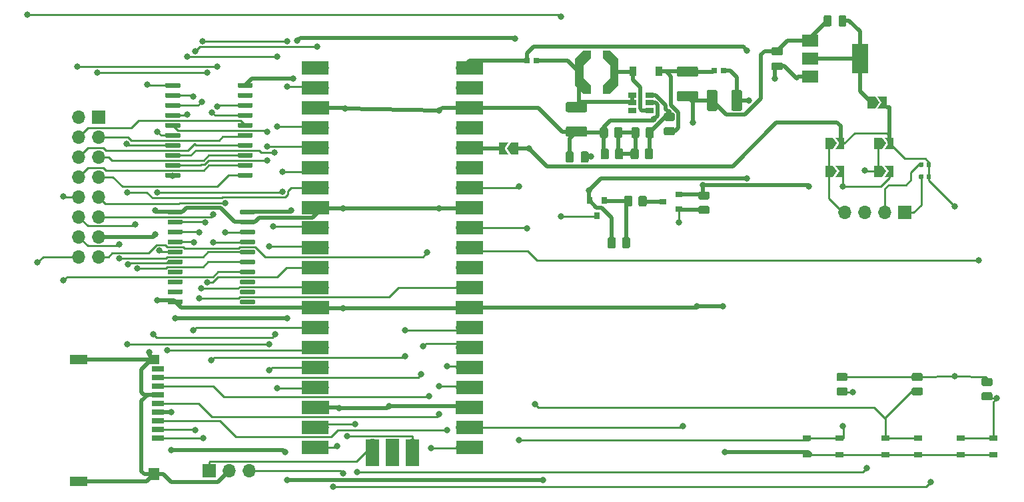
<source format=gbr>
G04 #@! TF.GenerationSoftware,KiCad,Pcbnew,5.1.5+dfsg1-2build2*
G04 #@! TF.CreationDate,2022-11-08T08:06:46+00:00*
G04 #@! TF.ProjectId,datapack-tool1,64617461-7061-4636-9b2d-746f6f6c312e,rev?*
G04 #@! TF.SameCoordinates,Original*
G04 #@! TF.FileFunction,Copper,L1,Top*
G04 #@! TF.FilePolarity,Positive*
%FSLAX46Y46*%
G04 Gerber Fmt 4.6, Leading zero omitted, Abs format (unit mm)*
G04 Created by KiCad (PCBNEW 5.1.5+dfsg1-2build2) date 2022-11-08 08:06:46*
%MOMM*%
%LPD*%
G04 APERTURE LIST*
%ADD10R,2.000000X1.500000*%
%ADD11R,2.000000X3.800000*%
%ADD12C,0.100000*%
%ADD13O,1.700000X1.700000*%
%ADD14R,1.700000X1.700000*%
%ADD15R,1.700000X3.500000*%
%ADD16R,3.500000X1.700000*%
%ADD17R,1.600000X0.700000*%
%ADD18R,1.400000X1.200000*%
%ADD19R,1.400000X1.600000*%
%ADD20R,2.200000X1.200000*%
%ADD21R,1.060000X0.650000*%
%ADD22R,0.900000X0.800000*%
%ADD23R,1.050000X0.650000*%
%ADD24R,0.800000X0.900000*%
%ADD25R,0.800000X0.800000*%
%ADD26R,0.900000X1.200000*%
%ADD27C,0.800000*%
%ADD28C,0.250000*%
%ADD29C,0.500000*%
G04 APERTURE END LIST*
D10*
X178206000Y-105904000D03*
X178206000Y-110504000D03*
X178206000Y-108204000D03*
D11*
X184506000Y-108204000D03*
G04 #@! TA.AperFunction,SMDPad,CuDef*
D12*
G36*
X186965000Y-113792000D02*
G01*
X186465000Y-114542000D01*
X185465000Y-114542000D01*
X185465000Y-113042000D01*
X186465000Y-113042000D01*
X186965000Y-113792000D01*
G37*
G04 #@! TD.AperFunction*
G04 #@! TA.AperFunction,SMDPad,CuDef*
G36*
X187915000Y-114542000D02*
G01*
X186765000Y-114542000D01*
X187265000Y-113792000D01*
X186765000Y-113042000D01*
X187915000Y-113042000D01*
X187915000Y-114542000D01*
G37*
G04 #@! TD.AperFunction*
G04 #@! TA.AperFunction,SMDPad,CuDef*
G36*
X139642000Y-119634000D02*
G01*
X140142000Y-118884000D01*
X141142000Y-118884000D01*
X141142000Y-120384000D01*
X140142000Y-120384000D01*
X139642000Y-119634000D01*
G37*
G04 #@! TD.AperFunction*
G04 #@! TA.AperFunction,SMDPad,CuDef*
G36*
X138692000Y-118884000D02*
G01*
X139842000Y-118884000D01*
X139342000Y-119634000D01*
X139842000Y-120384000D01*
X138692000Y-120384000D01*
X138692000Y-118884000D01*
G37*
G04 #@! TD.AperFunction*
G04 #@! TA.AperFunction,SMDPad,CuDef*
G36*
X180680504Y-102654204D02*
G01*
X180704773Y-102657804D01*
X180728571Y-102663765D01*
X180751671Y-102672030D01*
X180773849Y-102682520D01*
X180794893Y-102695133D01*
X180814598Y-102709747D01*
X180832777Y-102726223D01*
X180849253Y-102744402D01*
X180863867Y-102764107D01*
X180876480Y-102785151D01*
X180886970Y-102807329D01*
X180895235Y-102830429D01*
X180901196Y-102854227D01*
X180904796Y-102878496D01*
X180906000Y-102903000D01*
X180906000Y-103853000D01*
X180904796Y-103877504D01*
X180901196Y-103901773D01*
X180895235Y-103925571D01*
X180886970Y-103948671D01*
X180876480Y-103970849D01*
X180863867Y-103991893D01*
X180849253Y-104011598D01*
X180832777Y-104029777D01*
X180814598Y-104046253D01*
X180794893Y-104060867D01*
X180773849Y-104073480D01*
X180751671Y-104083970D01*
X180728571Y-104092235D01*
X180704773Y-104098196D01*
X180680504Y-104101796D01*
X180656000Y-104103000D01*
X180156000Y-104103000D01*
X180131496Y-104101796D01*
X180107227Y-104098196D01*
X180083429Y-104092235D01*
X180060329Y-104083970D01*
X180038151Y-104073480D01*
X180017107Y-104060867D01*
X179997402Y-104046253D01*
X179979223Y-104029777D01*
X179962747Y-104011598D01*
X179948133Y-103991893D01*
X179935520Y-103970849D01*
X179925030Y-103948671D01*
X179916765Y-103925571D01*
X179910804Y-103901773D01*
X179907204Y-103877504D01*
X179906000Y-103853000D01*
X179906000Y-102903000D01*
X179907204Y-102878496D01*
X179910804Y-102854227D01*
X179916765Y-102830429D01*
X179925030Y-102807329D01*
X179935520Y-102785151D01*
X179948133Y-102764107D01*
X179962747Y-102744402D01*
X179979223Y-102726223D01*
X179997402Y-102709747D01*
X180017107Y-102695133D01*
X180038151Y-102682520D01*
X180060329Y-102672030D01*
X180083429Y-102663765D01*
X180107227Y-102657804D01*
X180131496Y-102654204D01*
X180156000Y-102653000D01*
X180656000Y-102653000D01*
X180680504Y-102654204D01*
G37*
G04 #@! TD.AperFunction*
G04 #@! TA.AperFunction,SMDPad,CuDef*
G36*
X182580504Y-102654204D02*
G01*
X182604773Y-102657804D01*
X182628571Y-102663765D01*
X182651671Y-102672030D01*
X182673849Y-102682520D01*
X182694893Y-102695133D01*
X182714598Y-102709747D01*
X182732777Y-102726223D01*
X182749253Y-102744402D01*
X182763867Y-102764107D01*
X182776480Y-102785151D01*
X182786970Y-102807329D01*
X182795235Y-102830429D01*
X182801196Y-102854227D01*
X182804796Y-102878496D01*
X182806000Y-102903000D01*
X182806000Y-103853000D01*
X182804796Y-103877504D01*
X182801196Y-103901773D01*
X182795235Y-103925571D01*
X182786970Y-103948671D01*
X182776480Y-103970849D01*
X182763867Y-103991893D01*
X182749253Y-104011598D01*
X182732777Y-104029777D01*
X182714598Y-104046253D01*
X182694893Y-104060867D01*
X182673849Y-104073480D01*
X182651671Y-104083970D01*
X182628571Y-104092235D01*
X182604773Y-104098196D01*
X182580504Y-104101796D01*
X182556000Y-104103000D01*
X182056000Y-104103000D01*
X182031496Y-104101796D01*
X182007227Y-104098196D01*
X181983429Y-104092235D01*
X181960329Y-104083970D01*
X181938151Y-104073480D01*
X181917107Y-104060867D01*
X181897402Y-104046253D01*
X181879223Y-104029777D01*
X181862747Y-104011598D01*
X181848133Y-103991893D01*
X181835520Y-103970849D01*
X181825030Y-103948671D01*
X181816765Y-103925571D01*
X181810804Y-103901773D01*
X181807204Y-103877504D01*
X181806000Y-103853000D01*
X181806000Y-102903000D01*
X181807204Y-102878496D01*
X181810804Y-102854227D01*
X181816765Y-102830429D01*
X181825030Y-102807329D01*
X181835520Y-102785151D01*
X181848133Y-102764107D01*
X181862747Y-102744402D01*
X181879223Y-102726223D01*
X181897402Y-102709747D01*
X181917107Y-102695133D01*
X181938151Y-102682520D01*
X181960329Y-102672030D01*
X181983429Y-102663765D01*
X182007227Y-102657804D01*
X182031496Y-102654204D01*
X182056000Y-102653000D01*
X182556000Y-102653000D01*
X182580504Y-102654204D01*
G37*
G04 #@! TD.AperFunction*
G04 #@! TA.AperFunction,SMDPad,CuDef*
G36*
X174489504Y-106755204D02*
G01*
X174513773Y-106758804D01*
X174537571Y-106764765D01*
X174560671Y-106773030D01*
X174582849Y-106783520D01*
X174603893Y-106796133D01*
X174623598Y-106810747D01*
X174641777Y-106827223D01*
X174658253Y-106845402D01*
X174672867Y-106865107D01*
X174685480Y-106886151D01*
X174695970Y-106908329D01*
X174704235Y-106931429D01*
X174710196Y-106955227D01*
X174713796Y-106979496D01*
X174715000Y-107004000D01*
X174715000Y-107504000D01*
X174713796Y-107528504D01*
X174710196Y-107552773D01*
X174704235Y-107576571D01*
X174695970Y-107599671D01*
X174685480Y-107621849D01*
X174672867Y-107642893D01*
X174658253Y-107662598D01*
X174641777Y-107680777D01*
X174623598Y-107697253D01*
X174603893Y-107711867D01*
X174582849Y-107724480D01*
X174560671Y-107734970D01*
X174537571Y-107743235D01*
X174513773Y-107749196D01*
X174489504Y-107752796D01*
X174465000Y-107754000D01*
X173515000Y-107754000D01*
X173490496Y-107752796D01*
X173466227Y-107749196D01*
X173442429Y-107743235D01*
X173419329Y-107734970D01*
X173397151Y-107724480D01*
X173376107Y-107711867D01*
X173356402Y-107697253D01*
X173338223Y-107680777D01*
X173321747Y-107662598D01*
X173307133Y-107642893D01*
X173294520Y-107621849D01*
X173284030Y-107599671D01*
X173275765Y-107576571D01*
X173269804Y-107552773D01*
X173266204Y-107528504D01*
X173265000Y-107504000D01*
X173265000Y-107004000D01*
X173266204Y-106979496D01*
X173269804Y-106955227D01*
X173275765Y-106931429D01*
X173284030Y-106908329D01*
X173294520Y-106886151D01*
X173307133Y-106865107D01*
X173321747Y-106845402D01*
X173338223Y-106827223D01*
X173356402Y-106810747D01*
X173376107Y-106796133D01*
X173397151Y-106783520D01*
X173419329Y-106773030D01*
X173442429Y-106764765D01*
X173466227Y-106758804D01*
X173490496Y-106755204D01*
X173515000Y-106754000D01*
X174465000Y-106754000D01*
X174489504Y-106755204D01*
G37*
G04 #@! TD.AperFunction*
G04 #@! TA.AperFunction,SMDPad,CuDef*
G36*
X174489504Y-108655204D02*
G01*
X174513773Y-108658804D01*
X174537571Y-108664765D01*
X174560671Y-108673030D01*
X174582849Y-108683520D01*
X174603893Y-108696133D01*
X174623598Y-108710747D01*
X174641777Y-108727223D01*
X174658253Y-108745402D01*
X174672867Y-108765107D01*
X174685480Y-108786151D01*
X174695970Y-108808329D01*
X174704235Y-108831429D01*
X174710196Y-108855227D01*
X174713796Y-108879496D01*
X174715000Y-108904000D01*
X174715000Y-109404000D01*
X174713796Y-109428504D01*
X174710196Y-109452773D01*
X174704235Y-109476571D01*
X174695970Y-109499671D01*
X174685480Y-109521849D01*
X174672867Y-109542893D01*
X174658253Y-109562598D01*
X174641777Y-109580777D01*
X174623598Y-109597253D01*
X174603893Y-109611867D01*
X174582849Y-109624480D01*
X174560671Y-109634970D01*
X174537571Y-109643235D01*
X174513773Y-109649196D01*
X174489504Y-109652796D01*
X174465000Y-109654000D01*
X173515000Y-109654000D01*
X173490496Y-109652796D01*
X173466227Y-109649196D01*
X173442429Y-109643235D01*
X173419329Y-109634970D01*
X173397151Y-109624480D01*
X173376107Y-109611867D01*
X173356402Y-109597253D01*
X173338223Y-109580777D01*
X173321747Y-109562598D01*
X173307133Y-109542893D01*
X173294520Y-109521849D01*
X173284030Y-109499671D01*
X173275765Y-109476571D01*
X173269804Y-109452773D01*
X173266204Y-109428504D01*
X173265000Y-109404000D01*
X173265000Y-108904000D01*
X173266204Y-108879496D01*
X173269804Y-108855227D01*
X173275765Y-108831429D01*
X173284030Y-108808329D01*
X173294520Y-108786151D01*
X173307133Y-108765107D01*
X173321747Y-108745402D01*
X173338223Y-108727223D01*
X173356402Y-108710747D01*
X173376107Y-108696133D01*
X173397151Y-108683520D01*
X173419329Y-108673030D01*
X173442429Y-108664765D01*
X173466227Y-108658804D01*
X173490496Y-108655204D01*
X173515000Y-108654000D01*
X174465000Y-108654000D01*
X174489504Y-108655204D01*
G37*
G04 #@! TD.AperFunction*
G04 #@! TA.AperFunction,SMDPad,CuDef*
G36*
X181600001Y-122525001D02*
G01*
X181100001Y-123275001D01*
X180100001Y-123275001D01*
X180100001Y-121775001D01*
X181100001Y-121775001D01*
X181600001Y-122525001D01*
G37*
G04 #@! TD.AperFunction*
G04 #@! TA.AperFunction,SMDPad,CuDef*
G36*
X182550001Y-123275001D02*
G01*
X181400001Y-123275001D01*
X181900001Y-122525001D01*
X181400001Y-121775001D01*
X182550001Y-121775001D01*
X182550001Y-123275001D01*
G37*
G04 #@! TD.AperFunction*
G04 #@! TA.AperFunction,SMDPad,CuDef*
G36*
X181600001Y-118975001D02*
G01*
X181100001Y-119725001D01*
X180100001Y-119725001D01*
X180100001Y-118225001D01*
X181100001Y-118225001D01*
X181600001Y-118975001D01*
G37*
G04 #@! TD.AperFunction*
G04 #@! TA.AperFunction,SMDPad,CuDef*
G36*
X182550001Y-119725001D02*
G01*
X181400001Y-119725001D01*
X181900001Y-118975001D01*
X181400001Y-118225001D01*
X182550001Y-118225001D01*
X182550001Y-119725001D01*
G37*
G04 #@! TD.AperFunction*
G04 #@! TA.AperFunction,SMDPad,CuDef*
G36*
X187850001Y-122525001D02*
G01*
X187350001Y-123275001D01*
X186350001Y-123275001D01*
X186350001Y-121775001D01*
X187350001Y-121775001D01*
X187850001Y-122525001D01*
G37*
G04 #@! TD.AperFunction*
G04 #@! TA.AperFunction,SMDPad,CuDef*
G36*
X188800001Y-123275001D02*
G01*
X187650001Y-123275001D01*
X188150001Y-122525001D01*
X187650001Y-121775001D01*
X188800001Y-121775001D01*
X188800001Y-123275001D01*
G37*
G04 #@! TD.AperFunction*
G04 #@! TA.AperFunction,SMDPad,CuDef*
G36*
X187850001Y-118975001D02*
G01*
X187350001Y-119725001D01*
X186350001Y-119725001D01*
X186350001Y-118225001D01*
X187350001Y-118225001D01*
X187850001Y-118975001D01*
G37*
G04 #@! TD.AperFunction*
G04 #@! TA.AperFunction,SMDPad,CuDef*
G36*
X188800001Y-119725001D02*
G01*
X187650001Y-119725001D01*
X188150001Y-118975001D01*
X187650001Y-118225001D01*
X188800001Y-118225001D01*
X188800001Y-119725001D01*
G37*
G04 #@! TD.AperFunction*
D13*
X182626000Y-127762000D03*
X185166000Y-127762000D03*
X187706000Y-127762000D03*
D14*
X190246000Y-127762000D03*
D13*
X127640000Y-157400000D03*
D15*
X127640000Y-158300000D03*
D14*
X125100000Y-157400000D03*
D15*
X125100000Y-158300000D03*
D13*
X122560000Y-157400000D03*
D15*
X122560000Y-158300000D03*
D16*
X134890000Y-157630000D03*
X134890000Y-155090000D03*
X134890000Y-152550000D03*
X134890000Y-150010000D03*
X134890000Y-147470000D03*
X134890000Y-144930000D03*
X134890000Y-142390000D03*
X134890000Y-139850000D03*
X134890000Y-137310000D03*
X134890000Y-134770000D03*
X134890000Y-132230000D03*
X134890000Y-129690000D03*
X134890000Y-127150000D03*
X134890000Y-124610000D03*
X134890000Y-122070000D03*
X134890000Y-119530000D03*
X134890000Y-116990000D03*
X134890000Y-114450000D03*
X134890000Y-111910000D03*
X134890000Y-109370000D03*
X115310000Y-157630000D03*
X115310000Y-155090000D03*
X115310000Y-152550000D03*
X115310000Y-150010000D03*
X115310000Y-147470000D03*
X115310000Y-144930000D03*
X115310000Y-142390000D03*
X115310000Y-139850000D03*
X115310000Y-137310000D03*
X115310000Y-134770000D03*
X115310000Y-132230000D03*
X115310000Y-129690000D03*
X115310000Y-127150000D03*
X115310000Y-124610000D03*
X115310000Y-122070000D03*
X115310000Y-119530000D03*
X115310000Y-116990000D03*
X115310000Y-114450000D03*
X115310000Y-111910000D03*
X115310000Y-109370000D03*
D13*
X133990000Y-109370000D03*
X133990000Y-111910000D03*
D14*
X133990000Y-114450000D03*
D13*
X133990000Y-116990000D03*
X133990000Y-119530000D03*
X133990000Y-122070000D03*
X133990000Y-124610000D03*
D14*
X133990000Y-127150000D03*
D13*
X133990000Y-129690000D03*
X133990000Y-132230000D03*
X133990000Y-134770000D03*
X133990000Y-137310000D03*
D14*
X133990000Y-139850000D03*
D13*
X133990000Y-142390000D03*
X133990000Y-144930000D03*
X133990000Y-147470000D03*
X133990000Y-150010000D03*
D14*
X133990000Y-152550000D03*
D13*
X133990000Y-155090000D03*
X133990000Y-157630000D03*
X116210000Y-157630000D03*
X116210000Y-155090000D03*
D14*
X116210000Y-152550000D03*
D13*
X116210000Y-150010000D03*
X116210000Y-147470000D03*
X116210000Y-144930000D03*
X116210000Y-142390000D03*
D14*
X116210000Y-139850000D03*
D13*
X116210000Y-137310000D03*
X116210000Y-134770000D03*
X116210000Y-132230000D03*
X116210000Y-129690000D03*
D14*
X116210000Y-127150000D03*
D13*
X116210000Y-124610000D03*
X116210000Y-122070000D03*
X116210000Y-119530000D03*
X116210000Y-116990000D03*
D14*
X116210000Y-114450000D03*
D13*
X116210000Y-111910000D03*
X116210000Y-109370000D03*
D14*
X87800000Y-115600000D03*
D13*
X85260000Y-115600000D03*
X87800000Y-118140000D03*
X85260000Y-118140000D03*
X87800000Y-120680000D03*
X85260000Y-120680000D03*
X87800000Y-123220000D03*
X85260000Y-123220000D03*
X87800000Y-125760000D03*
X85260000Y-125760000D03*
X87800000Y-128300000D03*
X85260000Y-128300000D03*
X87800000Y-130840000D03*
X85260000Y-130840000D03*
X87800000Y-133380000D03*
X85260000Y-133380000D03*
D17*
X95300000Y-154200000D03*
X95300000Y-155300000D03*
X95300000Y-156400000D03*
X95300000Y-153100000D03*
X95300000Y-152000000D03*
X95300000Y-150900000D03*
X95300000Y-148700000D03*
X95300000Y-149800000D03*
X95300000Y-147600000D03*
D18*
X94800000Y-146450000D03*
D19*
X94800000Y-161050000D03*
D20*
X85200000Y-146450000D03*
X85200000Y-161950000D03*
D21*
X155600000Y-113800000D03*
X155600000Y-114750000D03*
X155600000Y-112850000D03*
X157800000Y-112850000D03*
X157800000Y-113800000D03*
X157800000Y-114750000D03*
G04 #@! TA.AperFunction,SMDPad,CuDef*
D12*
G36*
X107514703Y-127385722D02*
G01*
X107529264Y-127387882D01*
X107543543Y-127391459D01*
X107557403Y-127396418D01*
X107570710Y-127402712D01*
X107583336Y-127410280D01*
X107595159Y-127419048D01*
X107606066Y-127428934D01*
X107615952Y-127439841D01*
X107624720Y-127451664D01*
X107632288Y-127464290D01*
X107638582Y-127477597D01*
X107643541Y-127491457D01*
X107647118Y-127505736D01*
X107649278Y-127520297D01*
X107650000Y-127535000D01*
X107650000Y-127835000D01*
X107649278Y-127849703D01*
X107647118Y-127864264D01*
X107643541Y-127878543D01*
X107638582Y-127892403D01*
X107632288Y-127905710D01*
X107624720Y-127918336D01*
X107615952Y-127930159D01*
X107606066Y-127941066D01*
X107595159Y-127950952D01*
X107583336Y-127959720D01*
X107570710Y-127967288D01*
X107557403Y-127973582D01*
X107543543Y-127978541D01*
X107529264Y-127982118D01*
X107514703Y-127984278D01*
X107500000Y-127985000D01*
X105900000Y-127985000D01*
X105885297Y-127984278D01*
X105870736Y-127982118D01*
X105856457Y-127978541D01*
X105842597Y-127973582D01*
X105829290Y-127967288D01*
X105816664Y-127959720D01*
X105804841Y-127950952D01*
X105793934Y-127941066D01*
X105784048Y-127930159D01*
X105775280Y-127918336D01*
X105767712Y-127905710D01*
X105761418Y-127892403D01*
X105756459Y-127878543D01*
X105752882Y-127864264D01*
X105750722Y-127849703D01*
X105750000Y-127835000D01*
X105750000Y-127535000D01*
X105750722Y-127520297D01*
X105752882Y-127505736D01*
X105756459Y-127491457D01*
X105761418Y-127477597D01*
X105767712Y-127464290D01*
X105775280Y-127451664D01*
X105784048Y-127439841D01*
X105793934Y-127428934D01*
X105804841Y-127419048D01*
X105816664Y-127410280D01*
X105829290Y-127402712D01*
X105842597Y-127396418D01*
X105856457Y-127391459D01*
X105870736Y-127387882D01*
X105885297Y-127385722D01*
X105900000Y-127385000D01*
X107500000Y-127385000D01*
X107514703Y-127385722D01*
G37*
G04 #@! TD.AperFunction*
G04 #@! TA.AperFunction,SMDPad,CuDef*
G36*
X107514703Y-128655722D02*
G01*
X107529264Y-128657882D01*
X107543543Y-128661459D01*
X107557403Y-128666418D01*
X107570710Y-128672712D01*
X107583336Y-128680280D01*
X107595159Y-128689048D01*
X107606066Y-128698934D01*
X107615952Y-128709841D01*
X107624720Y-128721664D01*
X107632288Y-128734290D01*
X107638582Y-128747597D01*
X107643541Y-128761457D01*
X107647118Y-128775736D01*
X107649278Y-128790297D01*
X107650000Y-128805000D01*
X107650000Y-129105000D01*
X107649278Y-129119703D01*
X107647118Y-129134264D01*
X107643541Y-129148543D01*
X107638582Y-129162403D01*
X107632288Y-129175710D01*
X107624720Y-129188336D01*
X107615952Y-129200159D01*
X107606066Y-129211066D01*
X107595159Y-129220952D01*
X107583336Y-129229720D01*
X107570710Y-129237288D01*
X107557403Y-129243582D01*
X107543543Y-129248541D01*
X107529264Y-129252118D01*
X107514703Y-129254278D01*
X107500000Y-129255000D01*
X105900000Y-129255000D01*
X105885297Y-129254278D01*
X105870736Y-129252118D01*
X105856457Y-129248541D01*
X105842597Y-129243582D01*
X105829290Y-129237288D01*
X105816664Y-129229720D01*
X105804841Y-129220952D01*
X105793934Y-129211066D01*
X105784048Y-129200159D01*
X105775280Y-129188336D01*
X105767712Y-129175710D01*
X105761418Y-129162403D01*
X105756459Y-129148543D01*
X105752882Y-129134264D01*
X105750722Y-129119703D01*
X105750000Y-129105000D01*
X105750000Y-128805000D01*
X105750722Y-128790297D01*
X105752882Y-128775736D01*
X105756459Y-128761457D01*
X105761418Y-128747597D01*
X105767712Y-128734290D01*
X105775280Y-128721664D01*
X105784048Y-128709841D01*
X105793934Y-128698934D01*
X105804841Y-128689048D01*
X105816664Y-128680280D01*
X105829290Y-128672712D01*
X105842597Y-128666418D01*
X105856457Y-128661459D01*
X105870736Y-128657882D01*
X105885297Y-128655722D01*
X105900000Y-128655000D01*
X107500000Y-128655000D01*
X107514703Y-128655722D01*
G37*
G04 #@! TD.AperFunction*
G04 #@! TA.AperFunction,SMDPad,CuDef*
G36*
X107514703Y-129925722D02*
G01*
X107529264Y-129927882D01*
X107543543Y-129931459D01*
X107557403Y-129936418D01*
X107570710Y-129942712D01*
X107583336Y-129950280D01*
X107595159Y-129959048D01*
X107606066Y-129968934D01*
X107615952Y-129979841D01*
X107624720Y-129991664D01*
X107632288Y-130004290D01*
X107638582Y-130017597D01*
X107643541Y-130031457D01*
X107647118Y-130045736D01*
X107649278Y-130060297D01*
X107650000Y-130075000D01*
X107650000Y-130375000D01*
X107649278Y-130389703D01*
X107647118Y-130404264D01*
X107643541Y-130418543D01*
X107638582Y-130432403D01*
X107632288Y-130445710D01*
X107624720Y-130458336D01*
X107615952Y-130470159D01*
X107606066Y-130481066D01*
X107595159Y-130490952D01*
X107583336Y-130499720D01*
X107570710Y-130507288D01*
X107557403Y-130513582D01*
X107543543Y-130518541D01*
X107529264Y-130522118D01*
X107514703Y-130524278D01*
X107500000Y-130525000D01*
X105900000Y-130525000D01*
X105885297Y-130524278D01*
X105870736Y-130522118D01*
X105856457Y-130518541D01*
X105842597Y-130513582D01*
X105829290Y-130507288D01*
X105816664Y-130499720D01*
X105804841Y-130490952D01*
X105793934Y-130481066D01*
X105784048Y-130470159D01*
X105775280Y-130458336D01*
X105767712Y-130445710D01*
X105761418Y-130432403D01*
X105756459Y-130418543D01*
X105752882Y-130404264D01*
X105750722Y-130389703D01*
X105750000Y-130375000D01*
X105750000Y-130075000D01*
X105750722Y-130060297D01*
X105752882Y-130045736D01*
X105756459Y-130031457D01*
X105761418Y-130017597D01*
X105767712Y-130004290D01*
X105775280Y-129991664D01*
X105784048Y-129979841D01*
X105793934Y-129968934D01*
X105804841Y-129959048D01*
X105816664Y-129950280D01*
X105829290Y-129942712D01*
X105842597Y-129936418D01*
X105856457Y-129931459D01*
X105870736Y-129927882D01*
X105885297Y-129925722D01*
X105900000Y-129925000D01*
X107500000Y-129925000D01*
X107514703Y-129925722D01*
G37*
G04 #@! TD.AperFunction*
G04 #@! TA.AperFunction,SMDPad,CuDef*
G36*
X107514703Y-131195722D02*
G01*
X107529264Y-131197882D01*
X107543543Y-131201459D01*
X107557403Y-131206418D01*
X107570710Y-131212712D01*
X107583336Y-131220280D01*
X107595159Y-131229048D01*
X107606066Y-131238934D01*
X107615952Y-131249841D01*
X107624720Y-131261664D01*
X107632288Y-131274290D01*
X107638582Y-131287597D01*
X107643541Y-131301457D01*
X107647118Y-131315736D01*
X107649278Y-131330297D01*
X107650000Y-131345000D01*
X107650000Y-131645000D01*
X107649278Y-131659703D01*
X107647118Y-131674264D01*
X107643541Y-131688543D01*
X107638582Y-131702403D01*
X107632288Y-131715710D01*
X107624720Y-131728336D01*
X107615952Y-131740159D01*
X107606066Y-131751066D01*
X107595159Y-131760952D01*
X107583336Y-131769720D01*
X107570710Y-131777288D01*
X107557403Y-131783582D01*
X107543543Y-131788541D01*
X107529264Y-131792118D01*
X107514703Y-131794278D01*
X107500000Y-131795000D01*
X105900000Y-131795000D01*
X105885297Y-131794278D01*
X105870736Y-131792118D01*
X105856457Y-131788541D01*
X105842597Y-131783582D01*
X105829290Y-131777288D01*
X105816664Y-131769720D01*
X105804841Y-131760952D01*
X105793934Y-131751066D01*
X105784048Y-131740159D01*
X105775280Y-131728336D01*
X105767712Y-131715710D01*
X105761418Y-131702403D01*
X105756459Y-131688543D01*
X105752882Y-131674264D01*
X105750722Y-131659703D01*
X105750000Y-131645000D01*
X105750000Y-131345000D01*
X105750722Y-131330297D01*
X105752882Y-131315736D01*
X105756459Y-131301457D01*
X105761418Y-131287597D01*
X105767712Y-131274290D01*
X105775280Y-131261664D01*
X105784048Y-131249841D01*
X105793934Y-131238934D01*
X105804841Y-131229048D01*
X105816664Y-131220280D01*
X105829290Y-131212712D01*
X105842597Y-131206418D01*
X105856457Y-131201459D01*
X105870736Y-131197882D01*
X105885297Y-131195722D01*
X105900000Y-131195000D01*
X107500000Y-131195000D01*
X107514703Y-131195722D01*
G37*
G04 #@! TD.AperFunction*
G04 #@! TA.AperFunction,SMDPad,CuDef*
G36*
X107514703Y-132465722D02*
G01*
X107529264Y-132467882D01*
X107543543Y-132471459D01*
X107557403Y-132476418D01*
X107570710Y-132482712D01*
X107583336Y-132490280D01*
X107595159Y-132499048D01*
X107606066Y-132508934D01*
X107615952Y-132519841D01*
X107624720Y-132531664D01*
X107632288Y-132544290D01*
X107638582Y-132557597D01*
X107643541Y-132571457D01*
X107647118Y-132585736D01*
X107649278Y-132600297D01*
X107650000Y-132615000D01*
X107650000Y-132915000D01*
X107649278Y-132929703D01*
X107647118Y-132944264D01*
X107643541Y-132958543D01*
X107638582Y-132972403D01*
X107632288Y-132985710D01*
X107624720Y-132998336D01*
X107615952Y-133010159D01*
X107606066Y-133021066D01*
X107595159Y-133030952D01*
X107583336Y-133039720D01*
X107570710Y-133047288D01*
X107557403Y-133053582D01*
X107543543Y-133058541D01*
X107529264Y-133062118D01*
X107514703Y-133064278D01*
X107500000Y-133065000D01*
X105900000Y-133065000D01*
X105885297Y-133064278D01*
X105870736Y-133062118D01*
X105856457Y-133058541D01*
X105842597Y-133053582D01*
X105829290Y-133047288D01*
X105816664Y-133039720D01*
X105804841Y-133030952D01*
X105793934Y-133021066D01*
X105784048Y-133010159D01*
X105775280Y-132998336D01*
X105767712Y-132985710D01*
X105761418Y-132972403D01*
X105756459Y-132958543D01*
X105752882Y-132944264D01*
X105750722Y-132929703D01*
X105750000Y-132915000D01*
X105750000Y-132615000D01*
X105750722Y-132600297D01*
X105752882Y-132585736D01*
X105756459Y-132571457D01*
X105761418Y-132557597D01*
X105767712Y-132544290D01*
X105775280Y-132531664D01*
X105784048Y-132519841D01*
X105793934Y-132508934D01*
X105804841Y-132499048D01*
X105816664Y-132490280D01*
X105829290Y-132482712D01*
X105842597Y-132476418D01*
X105856457Y-132471459D01*
X105870736Y-132467882D01*
X105885297Y-132465722D01*
X105900000Y-132465000D01*
X107500000Y-132465000D01*
X107514703Y-132465722D01*
G37*
G04 #@! TD.AperFunction*
G04 #@! TA.AperFunction,SMDPad,CuDef*
G36*
X107514703Y-133735722D02*
G01*
X107529264Y-133737882D01*
X107543543Y-133741459D01*
X107557403Y-133746418D01*
X107570710Y-133752712D01*
X107583336Y-133760280D01*
X107595159Y-133769048D01*
X107606066Y-133778934D01*
X107615952Y-133789841D01*
X107624720Y-133801664D01*
X107632288Y-133814290D01*
X107638582Y-133827597D01*
X107643541Y-133841457D01*
X107647118Y-133855736D01*
X107649278Y-133870297D01*
X107650000Y-133885000D01*
X107650000Y-134185000D01*
X107649278Y-134199703D01*
X107647118Y-134214264D01*
X107643541Y-134228543D01*
X107638582Y-134242403D01*
X107632288Y-134255710D01*
X107624720Y-134268336D01*
X107615952Y-134280159D01*
X107606066Y-134291066D01*
X107595159Y-134300952D01*
X107583336Y-134309720D01*
X107570710Y-134317288D01*
X107557403Y-134323582D01*
X107543543Y-134328541D01*
X107529264Y-134332118D01*
X107514703Y-134334278D01*
X107500000Y-134335000D01*
X105900000Y-134335000D01*
X105885297Y-134334278D01*
X105870736Y-134332118D01*
X105856457Y-134328541D01*
X105842597Y-134323582D01*
X105829290Y-134317288D01*
X105816664Y-134309720D01*
X105804841Y-134300952D01*
X105793934Y-134291066D01*
X105784048Y-134280159D01*
X105775280Y-134268336D01*
X105767712Y-134255710D01*
X105761418Y-134242403D01*
X105756459Y-134228543D01*
X105752882Y-134214264D01*
X105750722Y-134199703D01*
X105750000Y-134185000D01*
X105750000Y-133885000D01*
X105750722Y-133870297D01*
X105752882Y-133855736D01*
X105756459Y-133841457D01*
X105761418Y-133827597D01*
X105767712Y-133814290D01*
X105775280Y-133801664D01*
X105784048Y-133789841D01*
X105793934Y-133778934D01*
X105804841Y-133769048D01*
X105816664Y-133760280D01*
X105829290Y-133752712D01*
X105842597Y-133746418D01*
X105856457Y-133741459D01*
X105870736Y-133737882D01*
X105885297Y-133735722D01*
X105900000Y-133735000D01*
X107500000Y-133735000D01*
X107514703Y-133735722D01*
G37*
G04 #@! TD.AperFunction*
G04 #@! TA.AperFunction,SMDPad,CuDef*
G36*
X107514703Y-135005722D02*
G01*
X107529264Y-135007882D01*
X107543543Y-135011459D01*
X107557403Y-135016418D01*
X107570710Y-135022712D01*
X107583336Y-135030280D01*
X107595159Y-135039048D01*
X107606066Y-135048934D01*
X107615952Y-135059841D01*
X107624720Y-135071664D01*
X107632288Y-135084290D01*
X107638582Y-135097597D01*
X107643541Y-135111457D01*
X107647118Y-135125736D01*
X107649278Y-135140297D01*
X107650000Y-135155000D01*
X107650000Y-135455000D01*
X107649278Y-135469703D01*
X107647118Y-135484264D01*
X107643541Y-135498543D01*
X107638582Y-135512403D01*
X107632288Y-135525710D01*
X107624720Y-135538336D01*
X107615952Y-135550159D01*
X107606066Y-135561066D01*
X107595159Y-135570952D01*
X107583336Y-135579720D01*
X107570710Y-135587288D01*
X107557403Y-135593582D01*
X107543543Y-135598541D01*
X107529264Y-135602118D01*
X107514703Y-135604278D01*
X107500000Y-135605000D01*
X105900000Y-135605000D01*
X105885297Y-135604278D01*
X105870736Y-135602118D01*
X105856457Y-135598541D01*
X105842597Y-135593582D01*
X105829290Y-135587288D01*
X105816664Y-135579720D01*
X105804841Y-135570952D01*
X105793934Y-135561066D01*
X105784048Y-135550159D01*
X105775280Y-135538336D01*
X105767712Y-135525710D01*
X105761418Y-135512403D01*
X105756459Y-135498543D01*
X105752882Y-135484264D01*
X105750722Y-135469703D01*
X105750000Y-135455000D01*
X105750000Y-135155000D01*
X105750722Y-135140297D01*
X105752882Y-135125736D01*
X105756459Y-135111457D01*
X105761418Y-135097597D01*
X105767712Y-135084290D01*
X105775280Y-135071664D01*
X105784048Y-135059841D01*
X105793934Y-135048934D01*
X105804841Y-135039048D01*
X105816664Y-135030280D01*
X105829290Y-135022712D01*
X105842597Y-135016418D01*
X105856457Y-135011459D01*
X105870736Y-135007882D01*
X105885297Y-135005722D01*
X105900000Y-135005000D01*
X107500000Y-135005000D01*
X107514703Y-135005722D01*
G37*
G04 #@! TD.AperFunction*
G04 #@! TA.AperFunction,SMDPad,CuDef*
G36*
X107514703Y-136275722D02*
G01*
X107529264Y-136277882D01*
X107543543Y-136281459D01*
X107557403Y-136286418D01*
X107570710Y-136292712D01*
X107583336Y-136300280D01*
X107595159Y-136309048D01*
X107606066Y-136318934D01*
X107615952Y-136329841D01*
X107624720Y-136341664D01*
X107632288Y-136354290D01*
X107638582Y-136367597D01*
X107643541Y-136381457D01*
X107647118Y-136395736D01*
X107649278Y-136410297D01*
X107650000Y-136425000D01*
X107650000Y-136725000D01*
X107649278Y-136739703D01*
X107647118Y-136754264D01*
X107643541Y-136768543D01*
X107638582Y-136782403D01*
X107632288Y-136795710D01*
X107624720Y-136808336D01*
X107615952Y-136820159D01*
X107606066Y-136831066D01*
X107595159Y-136840952D01*
X107583336Y-136849720D01*
X107570710Y-136857288D01*
X107557403Y-136863582D01*
X107543543Y-136868541D01*
X107529264Y-136872118D01*
X107514703Y-136874278D01*
X107500000Y-136875000D01*
X105900000Y-136875000D01*
X105885297Y-136874278D01*
X105870736Y-136872118D01*
X105856457Y-136868541D01*
X105842597Y-136863582D01*
X105829290Y-136857288D01*
X105816664Y-136849720D01*
X105804841Y-136840952D01*
X105793934Y-136831066D01*
X105784048Y-136820159D01*
X105775280Y-136808336D01*
X105767712Y-136795710D01*
X105761418Y-136782403D01*
X105756459Y-136768543D01*
X105752882Y-136754264D01*
X105750722Y-136739703D01*
X105750000Y-136725000D01*
X105750000Y-136425000D01*
X105750722Y-136410297D01*
X105752882Y-136395736D01*
X105756459Y-136381457D01*
X105761418Y-136367597D01*
X105767712Y-136354290D01*
X105775280Y-136341664D01*
X105784048Y-136329841D01*
X105793934Y-136318934D01*
X105804841Y-136309048D01*
X105816664Y-136300280D01*
X105829290Y-136292712D01*
X105842597Y-136286418D01*
X105856457Y-136281459D01*
X105870736Y-136277882D01*
X105885297Y-136275722D01*
X105900000Y-136275000D01*
X107500000Y-136275000D01*
X107514703Y-136275722D01*
G37*
G04 #@! TD.AperFunction*
G04 #@! TA.AperFunction,SMDPad,CuDef*
G36*
X107514703Y-137545722D02*
G01*
X107529264Y-137547882D01*
X107543543Y-137551459D01*
X107557403Y-137556418D01*
X107570710Y-137562712D01*
X107583336Y-137570280D01*
X107595159Y-137579048D01*
X107606066Y-137588934D01*
X107615952Y-137599841D01*
X107624720Y-137611664D01*
X107632288Y-137624290D01*
X107638582Y-137637597D01*
X107643541Y-137651457D01*
X107647118Y-137665736D01*
X107649278Y-137680297D01*
X107650000Y-137695000D01*
X107650000Y-137995000D01*
X107649278Y-138009703D01*
X107647118Y-138024264D01*
X107643541Y-138038543D01*
X107638582Y-138052403D01*
X107632288Y-138065710D01*
X107624720Y-138078336D01*
X107615952Y-138090159D01*
X107606066Y-138101066D01*
X107595159Y-138110952D01*
X107583336Y-138119720D01*
X107570710Y-138127288D01*
X107557403Y-138133582D01*
X107543543Y-138138541D01*
X107529264Y-138142118D01*
X107514703Y-138144278D01*
X107500000Y-138145000D01*
X105900000Y-138145000D01*
X105885297Y-138144278D01*
X105870736Y-138142118D01*
X105856457Y-138138541D01*
X105842597Y-138133582D01*
X105829290Y-138127288D01*
X105816664Y-138119720D01*
X105804841Y-138110952D01*
X105793934Y-138101066D01*
X105784048Y-138090159D01*
X105775280Y-138078336D01*
X105767712Y-138065710D01*
X105761418Y-138052403D01*
X105756459Y-138038543D01*
X105752882Y-138024264D01*
X105750722Y-138009703D01*
X105750000Y-137995000D01*
X105750000Y-137695000D01*
X105750722Y-137680297D01*
X105752882Y-137665736D01*
X105756459Y-137651457D01*
X105761418Y-137637597D01*
X105767712Y-137624290D01*
X105775280Y-137611664D01*
X105784048Y-137599841D01*
X105793934Y-137588934D01*
X105804841Y-137579048D01*
X105816664Y-137570280D01*
X105829290Y-137562712D01*
X105842597Y-137556418D01*
X105856457Y-137551459D01*
X105870736Y-137547882D01*
X105885297Y-137545722D01*
X105900000Y-137545000D01*
X107500000Y-137545000D01*
X107514703Y-137545722D01*
G37*
G04 #@! TD.AperFunction*
G04 #@! TA.AperFunction,SMDPad,CuDef*
G36*
X107514703Y-138815722D02*
G01*
X107529264Y-138817882D01*
X107543543Y-138821459D01*
X107557403Y-138826418D01*
X107570710Y-138832712D01*
X107583336Y-138840280D01*
X107595159Y-138849048D01*
X107606066Y-138858934D01*
X107615952Y-138869841D01*
X107624720Y-138881664D01*
X107632288Y-138894290D01*
X107638582Y-138907597D01*
X107643541Y-138921457D01*
X107647118Y-138935736D01*
X107649278Y-138950297D01*
X107650000Y-138965000D01*
X107650000Y-139265000D01*
X107649278Y-139279703D01*
X107647118Y-139294264D01*
X107643541Y-139308543D01*
X107638582Y-139322403D01*
X107632288Y-139335710D01*
X107624720Y-139348336D01*
X107615952Y-139360159D01*
X107606066Y-139371066D01*
X107595159Y-139380952D01*
X107583336Y-139389720D01*
X107570710Y-139397288D01*
X107557403Y-139403582D01*
X107543543Y-139408541D01*
X107529264Y-139412118D01*
X107514703Y-139414278D01*
X107500000Y-139415000D01*
X105900000Y-139415000D01*
X105885297Y-139414278D01*
X105870736Y-139412118D01*
X105856457Y-139408541D01*
X105842597Y-139403582D01*
X105829290Y-139397288D01*
X105816664Y-139389720D01*
X105804841Y-139380952D01*
X105793934Y-139371066D01*
X105784048Y-139360159D01*
X105775280Y-139348336D01*
X105767712Y-139335710D01*
X105761418Y-139322403D01*
X105756459Y-139308543D01*
X105752882Y-139294264D01*
X105750722Y-139279703D01*
X105750000Y-139265000D01*
X105750000Y-138965000D01*
X105750722Y-138950297D01*
X105752882Y-138935736D01*
X105756459Y-138921457D01*
X105761418Y-138907597D01*
X105767712Y-138894290D01*
X105775280Y-138881664D01*
X105784048Y-138869841D01*
X105793934Y-138858934D01*
X105804841Y-138849048D01*
X105816664Y-138840280D01*
X105829290Y-138832712D01*
X105842597Y-138826418D01*
X105856457Y-138821459D01*
X105870736Y-138817882D01*
X105885297Y-138815722D01*
X105900000Y-138815000D01*
X107500000Y-138815000D01*
X107514703Y-138815722D01*
G37*
G04 #@! TD.AperFunction*
G04 #@! TA.AperFunction,SMDPad,CuDef*
G36*
X98314703Y-138815722D02*
G01*
X98329264Y-138817882D01*
X98343543Y-138821459D01*
X98357403Y-138826418D01*
X98370710Y-138832712D01*
X98383336Y-138840280D01*
X98395159Y-138849048D01*
X98406066Y-138858934D01*
X98415952Y-138869841D01*
X98424720Y-138881664D01*
X98432288Y-138894290D01*
X98438582Y-138907597D01*
X98443541Y-138921457D01*
X98447118Y-138935736D01*
X98449278Y-138950297D01*
X98450000Y-138965000D01*
X98450000Y-139265000D01*
X98449278Y-139279703D01*
X98447118Y-139294264D01*
X98443541Y-139308543D01*
X98438582Y-139322403D01*
X98432288Y-139335710D01*
X98424720Y-139348336D01*
X98415952Y-139360159D01*
X98406066Y-139371066D01*
X98395159Y-139380952D01*
X98383336Y-139389720D01*
X98370710Y-139397288D01*
X98357403Y-139403582D01*
X98343543Y-139408541D01*
X98329264Y-139412118D01*
X98314703Y-139414278D01*
X98300000Y-139415000D01*
X96700000Y-139415000D01*
X96685297Y-139414278D01*
X96670736Y-139412118D01*
X96656457Y-139408541D01*
X96642597Y-139403582D01*
X96629290Y-139397288D01*
X96616664Y-139389720D01*
X96604841Y-139380952D01*
X96593934Y-139371066D01*
X96584048Y-139360159D01*
X96575280Y-139348336D01*
X96567712Y-139335710D01*
X96561418Y-139322403D01*
X96556459Y-139308543D01*
X96552882Y-139294264D01*
X96550722Y-139279703D01*
X96550000Y-139265000D01*
X96550000Y-138965000D01*
X96550722Y-138950297D01*
X96552882Y-138935736D01*
X96556459Y-138921457D01*
X96561418Y-138907597D01*
X96567712Y-138894290D01*
X96575280Y-138881664D01*
X96584048Y-138869841D01*
X96593934Y-138858934D01*
X96604841Y-138849048D01*
X96616664Y-138840280D01*
X96629290Y-138832712D01*
X96642597Y-138826418D01*
X96656457Y-138821459D01*
X96670736Y-138817882D01*
X96685297Y-138815722D01*
X96700000Y-138815000D01*
X98300000Y-138815000D01*
X98314703Y-138815722D01*
G37*
G04 #@! TD.AperFunction*
G04 #@! TA.AperFunction,SMDPad,CuDef*
G36*
X98314703Y-137545722D02*
G01*
X98329264Y-137547882D01*
X98343543Y-137551459D01*
X98357403Y-137556418D01*
X98370710Y-137562712D01*
X98383336Y-137570280D01*
X98395159Y-137579048D01*
X98406066Y-137588934D01*
X98415952Y-137599841D01*
X98424720Y-137611664D01*
X98432288Y-137624290D01*
X98438582Y-137637597D01*
X98443541Y-137651457D01*
X98447118Y-137665736D01*
X98449278Y-137680297D01*
X98450000Y-137695000D01*
X98450000Y-137995000D01*
X98449278Y-138009703D01*
X98447118Y-138024264D01*
X98443541Y-138038543D01*
X98438582Y-138052403D01*
X98432288Y-138065710D01*
X98424720Y-138078336D01*
X98415952Y-138090159D01*
X98406066Y-138101066D01*
X98395159Y-138110952D01*
X98383336Y-138119720D01*
X98370710Y-138127288D01*
X98357403Y-138133582D01*
X98343543Y-138138541D01*
X98329264Y-138142118D01*
X98314703Y-138144278D01*
X98300000Y-138145000D01*
X96700000Y-138145000D01*
X96685297Y-138144278D01*
X96670736Y-138142118D01*
X96656457Y-138138541D01*
X96642597Y-138133582D01*
X96629290Y-138127288D01*
X96616664Y-138119720D01*
X96604841Y-138110952D01*
X96593934Y-138101066D01*
X96584048Y-138090159D01*
X96575280Y-138078336D01*
X96567712Y-138065710D01*
X96561418Y-138052403D01*
X96556459Y-138038543D01*
X96552882Y-138024264D01*
X96550722Y-138009703D01*
X96550000Y-137995000D01*
X96550000Y-137695000D01*
X96550722Y-137680297D01*
X96552882Y-137665736D01*
X96556459Y-137651457D01*
X96561418Y-137637597D01*
X96567712Y-137624290D01*
X96575280Y-137611664D01*
X96584048Y-137599841D01*
X96593934Y-137588934D01*
X96604841Y-137579048D01*
X96616664Y-137570280D01*
X96629290Y-137562712D01*
X96642597Y-137556418D01*
X96656457Y-137551459D01*
X96670736Y-137547882D01*
X96685297Y-137545722D01*
X96700000Y-137545000D01*
X98300000Y-137545000D01*
X98314703Y-137545722D01*
G37*
G04 #@! TD.AperFunction*
G04 #@! TA.AperFunction,SMDPad,CuDef*
G36*
X98314703Y-136275722D02*
G01*
X98329264Y-136277882D01*
X98343543Y-136281459D01*
X98357403Y-136286418D01*
X98370710Y-136292712D01*
X98383336Y-136300280D01*
X98395159Y-136309048D01*
X98406066Y-136318934D01*
X98415952Y-136329841D01*
X98424720Y-136341664D01*
X98432288Y-136354290D01*
X98438582Y-136367597D01*
X98443541Y-136381457D01*
X98447118Y-136395736D01*
X98449278Y-136410297D01*
X98450000Y-136425000D01*
X98450000Y-136725000D01*
X98449278Y-136739703D01*
X98447118Y-136754264D01*
X98443541Y-136768543D01*
X98438582Y-136782403D01*
X98432288Y-136795710D01*
X98424720Y-136808336D01*
X98415952Y-136820159D01*
X98406066Y-136831066D01*
X98395159Y-136840952D01*
X98383336Y-136849720D01*
X98370710Y-136857288D01*
X98357403Y-136863582D01*
X98343543Y-136868541D01*
X98329264Y-136872118D01*
X98314703Y-136874278D01*
X98300000Y-136875000D01*
X96700000Y-136875000D01*
X96685297Y-136874278D01*
X96670736Y-136872118D01*
X96656457Y-136868541D01*
X96642597Y-136863582D01*
X96629290Y-136857288D01*
X96616664Y-136849720D01*
X96604841Y-136840952D01*
X96593934Y-136831066D01*
X96584048Y-136820159D01*
X96575280Y-136808336D01*
X96567712Y-136795710D01*
X96561418Y-136782403D01*
X96556459Y-136768543D01*
X96552882Y-136754264D01*
X96550722Y-136739703D01*
X96550000Y-136725000D01*
X96550000Y-136425000D01*
X96550722Y-136410297D01*
X96552882Y-136395736D01*
X96556459Y-136381457D01*
X96561418Y-136367597D01*
X96567712Y-136354290D01*
X96575280Y-136341664D01*
X96584048Y-136329841D01*
X96593934Y-136318934D01*
X96604841Y-136309048D01*
X96616664Y-136300280D01*
X96629290Y-136292712D01*
X96642597Y-136286418D01*
X96656457Y-136281459D01*
X96670736Y-136277882D01*
X96685297Y-136275722D01*
X96700000Y-136275000D01*
X98300000Y-136275000D01*
X98314703Y-136275722D01*
G37*
G04 #@! TD.AperFunction*
G04 #@! TA.AperFunction,SMDPad,CuDef*
G36*
X98314703Y-135005722D02*
G01*
X98329264Y-135007882D01*
X98343543Y-135011459D01*
X98357403Y-135016418D01*
X98370710Y-135022712D01*
X98383336Y-135030280D01*
X98395159Y-135039048D01*
X98406066Y-135048934D01*
X98415952Y-135059841D01*
X98424720Y-135071664D01*
X98432288Y-135084290D01*
X98438582Y-135097597D01*
X98443541Y-135111457D01*
X98447118Y-135125736D01*
X98449278Y-135140297D01*
X98450000Y-135155000D01*
X98450000Y-135455000D01*
X98449278Y-135469703D01*
X98447118Y-135484264D01*
X98443541Y-135498543D01*
X98438582Y-135512403D01*
X98432288Y-135525710D01*
X98424720Y-135538336D01*
X98415952Y-135550159D01*
X98406066Y-135561066D01*
X98395159Y-135570952D01*
X98383336Y-135579720D01*
X98370710Y-135587288D01*
X98357403Y-135593582D01*
X98343543Y-135598541D01*
X98329264Y-135602118D01*
X98314703Y-135604278D01*
X98300000Y-135605000D01*
X96700000Y-135605000D01*
X96685297Y-135604278D01*
X96670736Y-135602118D01*
X96656457Y-135598541D01*
X96642597Y-135593582D01*
X96629290Y-135587288D01*
X96616664Y-135579720D01*
X96604841Y-135570952D01*
X96593934Y-135561066D01*
X96584048Y-135550159D01*
X96575280Y-135538336D01*
X96567712Y-135525710D01*
X96561418Y-135512403D01*
X96556459Y-135498543D01*
X96552882Y-135484264D01*
X96550722Y-135469703D01*
X96550000Y-135455000D01*
X96550000Y-135155000D01*
X96550722Y-135140297D01*
X96552882Y-135125736D01*
X96556459Y-135111457D01*
X96561418Y-135097597D01*
X96567712Y-135084290D01*
X96575280Y-135071664D01*
X96584048Y-135059841D01*
X96593934Y-135048934D01*
X96604841Y-135039048D01*
X96616664Y-135030280D01*
X96629290Y-135022712D01*
X96642597Y-135016418D01*
X96656457Y-135011459D01*
X96670736Y-135007882D01*
X96685297Y-135005722D01*
X96700000Y-135005000D01*
X98300000Y-135005000D01*
X98314703Y-135005722D01*
G37*
G04 #@! TD.AperFunction*
G04 #@! TA.AperFunction,SMDPad,CuDef*
G36*
X98314703Y-133735722D02*
G01*
X98329264Y-133737882D01*
X98343543Y-133741459D01*
X98357403Y-133746418D01*
X98370710Y-133752712D01*
X98383336Y-133760280D01*
X98395159Y-133769048D01*
X98406066Y-133778934D01*
X98415952Y-133789841D01*
X98424720Y-133801664D01*
X98432288Y-133814290D01*
X98438582Y-133827597D01*
X98443541Y-133841457D01*
X98447118Y-133855736D01*
X98449278Y-133870297D01*
X98450000Y-133885000D01*
X98450000Y-134185000D01*
X98449278Y-134199703D01*
X98447118Y-134214264D01*
X98443541Y-134228543D01*
X98438582Y-134242403D01*
X98432288Y-134255710D01*
X98424720Y-134268336D01*
X98415952Y-134280159D01*
X98406066Y-134291066D01*
X98395159Y-134300952D01*
X98383336Y-134309720D01*
X98370710Y-134317288D01*
X98357403Y-134323582D01*
X98343543Y-134328541D01*
X98329264Y-134332118D01*
X98314703Y-134334278D01*
X98300000Y-134335000D01*
X96700000Y-134335000D01*
X96685297Y-134334278D01*
X96670736Y-134332118D01*
X96656457Y-134328541D01*
X96642597Y-134323582D01*
X96629290Y-134317288D01*
X96616664Y-134309720D01*
X96604841Y-134300952D01*
X96593934Y-134291066D01*
X96584048Y-134280159D01*
X96575280Y-134268336D01*
X96567712Y-134255710D01*
X96561418Y-134242403D01*
X96556459Y-134228543D01*
X96552882Y-134214264D01*
X96550722Y-134199703D01*
X96550000Y-134185000D01*
X96550000Y-133885000D01*
X96550722Y-133870297D01*
X96552882Y-133855736D01*
X96556459Y-133841457D01*
X96561418Y-133827597D01*
X96567712Y-133814290D01*
X96575280Y-133801664D01*
X96584048Y-133789841D01*
X96593934Y-133778934D01*
X96604841Y-133769048D01*
X96616664Y-133760280D01*
X96629290Y-133752712D01*
X96642597Y-133746418D01*
X96656457Y-133741459D01*
X96670736Y-133737882D01*
X96685297Y-133735722D01*
X96700000Y-133735000D01*
X98300000Y-133735000D01*
X98314703Y-133735722D01*
G37*
G04 #@! TD.AperFunction*
G04 #@! TA.AperFunction,SMDPad,CuDef*
G36*
X98314703Y-132465722D02*
G01*
X98329264Y-132467882D01*
X98343543Y-132471459D01*
X98357403Y-132476418D01*
X98370710Y-132482712D01*
X98383336Y-132490280D01*
X98395159Y-132499048D01*
X98406066Y-132508934D01*
X98415952Y-132519841D01*
X98424720Y-132531664D01*
X98432288Y-132544290D01*
X98438582Y-132557597D01*
X98443541Y-132571457D01*
X98447118Y-132585736D01*
X98449278Y-132600297D01*
X98450000Y-132615000D01*
X98450000Y-132915000D01*
X98449278Y-132929703D01*
X98447118Y-132944264D01*
X98443541Y-132958543D01*
X98438582Y-132972403D01*
X98432288Y-132985710D01*
X98424720Y-132998336D01*
X98415952Y-133010159D01*
X98406066Y-133021066D01*
X98395159Y-133030952D01*
X98383336Y-133039720D01*
X98370710Y-133047288D01*
X98357403Y-133053582D01*
X98343543Y-133058541D01*
X98329264Y-133062118D01*
X98314703Y-133064278D01*
X98300000Y-133065000D01*
X96700000Y-133065000D01*
X96685297Y-133064278D01*
X96670736Y-133062118D01*
X96656457Y-133058541D01*
X96642597Y-133053582D01*
X96629290Y-133047288D01*
X96616664Y-133039720D01*
X96604841Y-133030952D01*
X96593934Y-133021066D01*
X96584048Y-133010159D01*
X96575280Y-132998336D01*
X96567712Y-132985710D01*
X96561418Y-132972403D01*
X96556459Y-132958543D01*
X96552882Y-132944264D01*
X96550722Y-132929703D01*
X96550000Y-132915000D01*
X96550000Y-132615000D01*
X96550722Y-132600297D01*
X96552882Y-132585736D01*
X96556459Y-132571457D01*
X96561418Y-132557597D01*
X96567712Y-132544290D01*
X96575280Y-132531664D01*
X96584048Y-132519841D01*
X96593934Y-132508934D01*
X96604841Y-132499048D01*
X96616664Y-132490280D01*
X96629290Y-132482712D01*
X96642597Y-132476418D01*
X96656457Y-132471459D01*
X96670736Y-132467882D01*
X96685297Y-132465722D01*
X96700000Y-132465000D01*
X98300000Y-132465000D01*
X98314703Y-132465722D01*
G37*
G04 #@! TD.AperFunction*
G04 #@! TA.AperFunction,SMDPad,CuDef*
G36*
X98314703Y-131195722D02*
G01*
X98329264Y-131197882D01*
X98343543Y-131201459D01*
X98357403Y-131206418D01*
X98370710Y-131212712D01*
X98383336Y-131220280D01*
X98395159Y-131229048D01*
X98406066Y-131238934D01*
X98415952Y-131249841D01*
X98424720Y-131261664D01*
X98432288Y-131274290D01*
X98438582Y-131287597D01*
X98443541Y-131301457D01*
X98447118Y-131315736D01*
X98449278Y-131330297D01*
X98450000Y-131345000D01*
X98450000Y-131645000D01*
X98449278Y-131659703D01*
X98447118Y-131674264D01*
X98443541Y-131688543D01*
X98438582Y-131702403D01*
X98432288Y-131715710D01*
X98424720Y-131728336D01*
X98415952Y-131740159D01*
X98406066Y-131751066D01*
X98395159Y-131760952D01*
X98383336Y-131769720D01*
X98370710Y-131777288D01*
X98357403Y-131783582D01*
X98343543Y-131788541D01*
X98329264Y-131792118D01*
X98314703Y-131794278D01*
X98300000Y-131795000D01*
X96700000Y-131795000D01*
X96685297Y-131794278D01*
X96670736Y-131792118D01*
X96656457Y-131788541D01*
X96642597Y-131783582D01*
X96629290Y-131777288D01*
X96616664Y-131769720D01*
X96604841Y-131760952D01*
X96593934Y-131751066D01*
X96584048Y-131740159D01*
X96575280Y-131728336D01*
X96567712Y-131715710D01*
X96561418Y-131702403D01*
X96556459Y-131688543D01*
X96552882Y-131674264D01*
X96550722Y-131659703D01*
X96550000Y-131645000D01*
X96550000Y-131345000D01*
X96550722Y-131330297D01*
X96552882Y-131315736D01*
X96556459Y-131301457D01*
X96561418Y-131287597D01*
X96567712Y-131274290D01*
X96575280Y-131261664D01*
X96584048Y-131249841D01*
X96593934Y-131238934D01*
X96604841Y-131229048D01*
X96616664Y-131220280D01*
X96629290Y-131212712D01*
X96642597Y-131206418D01*
X96656457Y-131201459D01*
X96670736Y-131197882D01*
X96685297Y-131195722D01*
X96700000Y-131195000D01*
X98300000Y-131195000D01*
X98314703Y-131195722D01*
G37*
G04 #@! TD.AperFunction*
G04 #@! TA.AperFunction,SMDPad,CuDef*
G36*
X98314703Y-129925722D02*
G01*
X98329264Y-129927882D01*
X98343543Y-129931459D01*
X98357403Y-129936418D01*
X98370710Y-129942712D01*
X98383336Y-129950280D01*
X98395159Y-129959048D01*
X98406066Y-129968934D01*
X98415952Y-129979841D01*
X98424720Y-129991664D01*
X98432288Y-130004290D01*
X98438582Y-130017597D01*
X98443541Y-130031457D01*
X98447118Y-130045736D01*
X98449278Y-130060297D01*
X98450000Y-130075000D01*
X98450000Y-130375000D01*
X98449278Y-130389703D01*
X98447118Y-130404264D01*
X98443541Y-130418543D01*
X98438582Y-130432403D01*
X98432288Y-130445710D01*
X98424720Y-130458336D01*
X98415952Y-130470159D01*
X98406066Y-130481066D01*
X98395159Y-130490952D01*
X98383336Y-130499720D01*
X98370710Y-130507288D01*
X98357403Y-130513582D01*
X98343543Y-130518541D01*
X98329264Y-130522118D01*
X98314703Y-130524278D01*
X98300000Y-130525000D01*
X96700000Y-130525000D01*
X96685297Y-130524278D01*
X96670736Y-130522118D01*
X96656457Y-130518541D01*
X96642597Y-130513582D01*
X96629290Y-130507288D01*
X96616664Y-130499720D01*
X96604841Y-130490952D01*
X96593934Y-130481066D01*
X96584048Y-130470159D01*
X96575280Y-130458336D01*
X96567712Y-130445710D01*
X96561418Y-130432403D01*
X96556459Y-130418543D01*
X96552882Y-130404264D01*
X96550722Y-130389703D01*
X96550000Y-130375000D01*
X96550000Y-130075000D01*
X96550722Y-130060297D01*
X96552882Y-130045736D01*
X96556459Y-130031457D01*
X96561418Y-130017597D01*
X96567712Y-130004290D01*
X96575280Y-129991664D01*
X96584048Y-129979841D01*
X96593934Y-129968934D01*
X96604841Y-129959048D01*
X96616664Y-129950280D01*
X96629290Y-129942712D01*
X96642597Y-129936418D01*
X96656457Y-129931459D01*
X96670736Y-129927882D01*
X96685297Y-129925722D01*
X96700000Y-129925000D01*
X98300000Y-129925000D01*
X98314703Y-129925722D01*
G37*
G04 #@! TD.AperFunction*
G04 #@! TA.AperFunction,SMDPad,CuDef*
G36*
X98314703Y-128655722D02*
G01*
X98329264Y-128657882D01*
X98343543Y-128661459D01*
X98357403Y-128666418D01*
X98370710Y-128672712D01*
X98383336Y-128680280D01*
X98395159Y-128689048D01*
X98406066Y-128698934D01*
X98415952Y-128709841D01*
X98424720Y-128721664D01*
X98432288Y-128734290D01*
X98438582Y-128747597D01*
X98443541Y-128761457D01*
X98447118Y-128775736D01*
X98449278Y-128790297D01*
X98450000Y-128805000D01*
X98450000Y-129105000D01*
X98449278Y-129119703D01*
X98447118Y-129134264D01*
X98443541Y-129148543D01*
X98438582Y-129162403D01*
X98432288Y-129175710D01*
X98424720Y-129188336D01*
X98415952Y-129200159D01*
X98406066Y-129211066D01*
X98395159Y-129220952D01*
X98383336Y-129229720D01*
X98370710Y-129237288D01*
X98357403Y-129243582D01*
X98343543Y-129248541D01*
X98329264Y-129252118D01*
X98314703Y-129254278D01*
X98300000Y-129255000D01*
X96700000Y-129255000D01*
X96685297Y-129254278D01*
X96670736Y-129252118D01*
X96656457Y-129248541D01*
X96642597Y-129243582D01*
X96629290Y-129237288D01*
X96616664Y-129229720D01*
X96604841Y-129220952D01*
X96593934Y-129211066D01*
X96584048Y-129200159D01*
X96575280Y-129188336D01*
X96567712Y-129175710D01*
X96561418Y-129162403D01*
X96556459Y-129148543D01*
X96552882Y-129134264D01*
X96550722Y-129119703D01*
X96550000Y-129105000D01*
X96550000Y-128805000D01*
X96550722Y-128790297D01*
X96552882Y-128775736D01*
X96556459Y-128761457D01*
X96561418Y-128747597D01*
X96567712Y-128734290D01*
X96575280Y-128721664D01*
X96584048Y-128709841D01*
X96593934Y-128698934D01*
X96604841Y-128689048D01*
X96616664Y-128680280D01*
X96629290Y-128672712D01*
X96642597Y-128666418D01*
X96656457Y-128661459D01*
X96670736Y-128657882D01*
X96685297Y-128655722D01*
X96700000Y-128655000D01*
X98300000Y-128655000D01*
X98314703Y-128655722D01*
G37*
G04 #@! TD.AperFunction*
G04 #@! TA.AperFunction,SMDPad,CuDef*
G36*
X98314703Y-127385722D02*
G01*
X98329264Y-127387882D01*
X98343543Y-127391459D01*
X98357403Y-127396418D01*
X98370710Y-127402712D01*
X98383336Y-127410280D01*
X98395159Y-127419048D01*
X98406066Y-127428934D01*
X98415952Y-127439841D01*
X98424720Y-127451664D01*
X98432288Y-127464290D01*
X98438582Y-127477597D01*
X98443541Y-127491457D01*
X98447118Y-127505736D01*
X98449278Y-127520297D01*
X98450000Y-127535000D01*
X98450000Y-127835000D01*
X98449278Y-127849703D01*
X98447118Y-127864264D01*
X98443541Y-127878543D01*
X98438582Y-127892403D01*
X98432288Y-127905710D01*
X98424720Y-127918336D01*
X98415952Y-127930159D01*
X98406066Y-127941066D01*
X98395159Y-127950952D01*
X98383336Y-127959720D01*
X98370710Y-127967288D01*
X98357403Y-127973582D01*
X98343543Y-127978541D01*
X98329264Y-127982118D01*
X98314703Y-127984278D01*
X98300000Y-127985000D01*
X96700000Y-127985000D01*
X96685297Y-127984278D01*
X96670736Y-127982118D01*
X96656457Y-127978541D01*
X96642597Y-127973582D01*
X96629290Y-127967288D01*
X96616664Y-127959720D01*
X96604841Y-127950952D01*
X96593934Y-127941066D01*
X96584048Y-127930159D01*
X96575280Y-127918336D01*
X96567712Y-127905710D01*
X96561418Y-127892403D01*
X96556459Y-127878543D01*
X96552882Y-127864264D01*
X96550722Y-127849703D01*
X96550000Y-127835000D01*
X96550000Y-127535000D01*
X96550722Y-127520297D01*
X96552882Y-127505736D01*
X96556459Y-127491457D01*
X96561418Y-127477597D01*
X96567712Y-127464290D01*
X96575280Y-127451664D01*
X96584048Y-127439841D01*
X96593934Y-127428934D01*
X96604841Y-127419048D01*
X96616664Y-127410280D01*
X96629290Y-127402712D01*
X96642597Y-127396418D01*
X96656457Y-127391459D01*
X96670736Y-127387882D01*
X96685297Y-127385722D01*
X96700000Y-127385000D01*
X98300000Y-127385000D01*
X98314703Y-127385722D01*
G37*
G04 #@! TD.AperFunction*
G04 #@! TA.AperFunction,SMDPad,CuDef*
G36*
X107214703Y-111285722D02*
G01*
X107229264Y-111287882D01*
X107243543Y-111291459D01*
X107257403Y-111296418D01*
X107270710Y-111302712D01*
X107283336Y-111310280D01*
X107295159Y-111319048D01*
X107306066Y-111328934D01*
X107315952Y-111339841D01*
X107324720Y-111351664D01*
X107332288Y-111364290D01*
X107338582Y-111377597D01*
X107343541Y-111391457D01*
X107347118Y-111405736D01*
X107349278Y-111420297D01*
X107350000Y-111435000D01*
X107350000Y-111735000D01*
X107349278Y-111749703D01*
X107347118Y-111764264D01*
X107343541Y-111778543D01*
X107338582Y-111792403D01*
X107332288Y-111805710D01*
X107324720Y-111818336D01*
X107315952Y-111830159D01*
X107306066Y-111841066D01*
X107295159Y-111850952D01*
X107283336Y-111859720D01*
X107270710Y-111867288D01*
X107257403Y-111873582D01*
X107243543Y-111878541D01*
X107229264Y-111882118D01*
X107214703Y-111884278D01*
X107200000Y-111885000D01*
X105600000Y-111885000D01*
X105585297Y-111884278D01*
X105570736Y-111882118D01*
X105556457Y-111878541D01*
X105542597Y-111873582D01*
X105529290Y-111867288D01*
X105516664Y-111859720D01*
X105504841Y-111850952D01*
X105493934Y-111841066D01*
X105484048Y-111830159D01*
X105475280Y-111818336D01*
X105467712Y-111805710D01*
X105461418Y-111792403D01*
X105456459Y-111778543D01*
X105452882Y-111764264D01*
X105450722Y-111749703D01*
X105450000Y-111735000D01*
X105450000Y-111435000D01*
X105450722Y-111420297D01*
X105452882Y-111405736D01*
X105456459Y-111391457D01*
X105461418Y-111377597D01*
X105467712Y-111364290D01*
X105475280Y-111351664D01*
X105484048Y-111339841D01*
X105493934Y-111328934D01*
X105504841Y-111319048D01*
X105516664Y-111310280D01*
X105529290Y-111302712D01*
X105542597Y-111296418D01*
X105556457Y-111291459D01*
X105570736Y-111287882D01*
X105585297Y-111285722D01*
X105600000Y-111285000D01*
X107200000Y-111285000D01*
X107214703Y-111285722D01*
G37*
G04 #@! TD.AperFunction*
G04 #@! TA.AperFunction,SMDPad,CuDef*
G36*
X107214703Y-112555722D02*
G01*
X107229264Y-112557882D01*
X107243543Y-112561459D01*
X107257403Y-112566418D01*
X107270710Y-112572712D01*
X107283336Y-112580280D01*
X107295159Y-112589048D01*
X107306066Y-112598934D01*
X107315952Y-112609841D01*
X107324720Y-112621664D01*
X107332288Y-112634290D01*
X107338582Y-112647597D01*
X107343541Y-112661457D01*
X107347118Y-112675736D01*
X107349278Y-112690297D01*
X107350000Y-112705000D01*
X107350000Y-113005000D01*
X107349278Y-113019703D01*
X107347118Y-113034264D01*
X107343541Y-113048543D01*
X107338582Y-113062403D01*
X107332288Y-113075710D01*
X107324720Y-113088336D01*
X107315952Y-113100159D01*
X107306066Y-113111066D01*
X107295159Y-113120952D01*
X107283336Y-113129720D01*
X107270710Y-113137288D01*
X107257403Y-113143582D01*
X107243543Y-113148541D01*
X107229264Y-113152118D01*
X107214703Y-113154278D01*
X107200000Y-113155000D01*
X105600000Y-113155000D01*
X105585297Y-113154278D01*
X105570736Y-113152118D01*
X105556457Y-113148541D01*
X105542597Y-113143582D01*
X105529290Y-113137288D01*
X105516664Y-113129720D01*
X105504841Y-113120952D01*
X105493934Y-113111066D01*
X105484048Y-113100159D01*
X105475280Y-113088336D01*
X105467712Y-113075710D01*
X105461418Y-113062403D01*
X105456459Y-113048543D01*
X105452882Y-113034264D01*
X105450722Y-113019703D01*
X105450000Y-113005000D01*
X105450000Y-112705000D01*
X105450722Y-112690297D01*
X105452882Y-112675736D01*
X105456459Y-112661457D01*
X105461418Y-112647597D01*
X105467712Y-112634290D01*
X105475280Y-112621664D01*
X105484048Y-112609841D01*
X105493934Y-112598934D01*
X105504841Y-112589048D01*
X105516664Y-112580280D01*
X105529290Y-112572712D01*
X105542597Y-112566418D01*
X105556457Y-112561459D01*
X105570736Y-112557882D01*
X105585297Y-112555722D01*
X105600000Y-112555000D01*
X107200000Y-112555000D01*
X107214703Y-112555722D01*
G37*
G04 #@! TD.AperFunction*
G04 #@! TA.AperFunction,SMDPad,CuDef*
G36*
X107214703Y-113825722D02*
G01*
X107229264Y-113827882D01*
X107243543Y-113831459D01*
X107257403Y-113836418D01*
X107270710Y-113842712D01*
X107283336Y-113850280D01*
X107295159Y-113859048D01*
X107306066Y-113868934D01*
X107315952Y-113879841D01*
X107324720Y-113891664D01*
X107332288Y-113904290D01*
X107338582Y-113917597D01*
X107343541Y-113931457D01*
X107347118Y-113945736D01*
X107349278Y-113960297D01*
X107350000Y-113975000D01*
X107350000Y-114275000D01*
X107349278Y-114289703D01*
X107347118Y-114304264D01*
X107343541Y-114318543D01*
X107338582Y-114332403D01*
X107332288Y-114345710D01*
X107324720Y-114358336D01*
X107315952Y-114370159D01*
X107306066Y-114381066D01*
X107295159Y-114390952D01*
X107283336Y-114399720D01*
X107270710Y-114407288D01*
X107257403Y-114413582D01*
X107243543Y-114418541D01*
X107229264Y-114422118D01*
X107214703Y-114424278D01*
X107200000Y-114425000D01*
X105600000Y-114425000D01*
X105585297Y-114424278D01*
X105570736Y-114422118D01*
X105556457Y-114418541D01*
X105542597Y-114413582D01*
X105529290Y-114407288D01*
X105516664Y-114399720D01*
X105504841Y-114390952D01*
X105493934Y-114381066D01*
X105484048Y-114370159D01*
X105475280Y-114358336D01*
X105467712Y-114345710D01*
X105461418Y-114332403D01*
X105456459Y-114318543D01*
X105452882Y-114304264D01*
X105450722Y-114289703D01*
X105450000Y-114275000D01*
X105450000Y-113975000D01*
X105450722Y-113960297D01*
X105452882Y-113945736D01*
X105456459Y-113931457D01*
X105461418Y-113917597D01*
X105467712Y-113904290D01*
X105475280Y-113891664D01*
X105484048Y-113879841D01*
X105493934Y-113868934D01*
X105504841Y-113859048D01*
X105516664Y-113850280D01*
X105529290Y-113842712D01*
X105542597Y-113836418D01*
X105556457Y-113831459D01*
X105570736Y-113827882D01*
X105585297Y-113825722D01*
X105600000Y-113825000D01*
X107200000Y-113825000D01*
X107214703Y-113825722D01*
G37*
G04 #@! TD.AperFunction*
G04 #@! TA.AperFunction,SMDPad,CuDef*
G36*
X107214703Y-115095722D02*
G01*
X107229264Y-115097882D01*
X107243543Y-115101459D01*
X107257403Y-115106418D01*
X107270710Y-115112712D01*
X107283336Y-115120280D01*
X107295159Y-115129048D01*
X107306066Y-115138934D01*
X107315952Y-115149841D01*
X107324720Y-115161664D01*
X107332288Y-115174290D01*
X107338582Y-115187597D01*
X107343541Y-115201457D01*
X107347118Y-115215736D01*
X107349278Y-115230297D01*
X107350000Y-115245000D01*
X107350000Y-115545000D01*
X107349278Y-115559703D01*
X107347118Y-115574264D01*
X107343541Y-115588543D01*
X107338582Y-115602403D01*
X107332288Y-115615710D01*
X107324720Y-115628336D01*
X107315952Y-115640159D01*
X107306066Y-115651066D01*
X107295159Y-115660952D01*
X107283336Y-115669720D01*
X107270710Y-115677288D01*
X107257403Y-115683582D01*
X107243543Y-115688541D01*
X107229264Y-115692118D01*
X107214703Y-115694278D01*
X107200000Y-115695000D01*
X105600000Y-115695000D01*
X105585297Y-115694278D01*
X105570736Y-115692118D01*
X105556457Y-115688541D01*
X105542597Y-115683582D01*
X105529290Y-115677288D01*
X105516664Y-115669720D01*
X105504841Y-115660952D01*
X105493934Y-115651066D01*
X105484048Y-115640159D01*
X105475280Y-115628336D01*
X105467712Y-115615710D01*
X105461418Y-115602403D01*
X105456459Y-115588543D01*
X105452882Y-115574264D01*
X105450722Y-115559703D01*
X105450000Y-115545000D01*
X105450000Y-115245000D01*
X105450722Y-115230297D01*
X105452882Y-115215736D01*
X105456459Y-115201457D01*
X105461418Y-115187597D01*
X105467712Y-115174290D01*
X105475280Y-115161664D01*
X105484048Y-115149841D01*
X105493934Y-115138934D01*
X105504841Y-115129048D01*
X105516664Y-115120280D01*
X105529290Y-115112712D01*
X105542597Y-115106418D01*
X105556457Y-115101459D01*
X105570736Y-115097882D01*
X105585297Y-115095722D01*
X105600000Y-115095000D01*
X107200000Y-115095000D01*
X107214703Y-115095722D01*
G37*
G04 #@! TD.AperFunction*
G04 #@! TA.AperFunction,SMDPad,CuDef*
G36*
X107214703Y-116365722D02*
G01*
X107229264Y-116367882D01*
X107243543Y-116371459D01*
X107257403Y-116376418D01*
X107270710Y-116382712D01*
X107283336Y-116390280D01*
X107295159Y-116399048D01*
X107306066Y-116408934D01*
X107315952Y-116419841D01*
X107324720Y-116431664D01*
X107332288Y-116444290D01*
X107338582Y-116457597D01*
X107343541Y-116471457D01*
X107347118Y-116485736D01*
X107349278Y-116500297D01*
X107350000Y-116515000D01*
X107350000Y-116815000D01*
X107349278Y-116829703D01*
X107347118Y-116844264D01*
X107343541Y-116858543D01*
X107338582Y-116872403D01*
X107332288Y-116885710D01*
X107324720Y-116898336D01*
X107315952Y-116910159D01*
X107306066Y-116921066D01*
X107295159Y-116930952D01*
X107283336Y-116939720D01*
X107270710Y-116947288D01*
X107257403Y-116953582D01*
X107243543Y-116958541D01*
X107229264Y-116962118D01*
X107214703Y-116964278D01*
X107200000Y-116965000D01*
X105600000Y-116965000D01*
X105585297Y-116964278D01*
X105570736Y-116962118D01*
X105556457Y-116958541D01*
X105542597Y-116953582D01*
X105529290Y-116947288D01*
X105516664Y-116939720D01*
X105504841Y-116930952D01*
X105493934Y-116921066D01*
X105484048Y-116910159D01*
X105475280Y-116898336D01*
X105467712Y-116885710D01*
X105461418Y-116872403D01*
X105456459Y-116858543D01*
X105452882Y-116844264D01*
X105450722Y-116829703D01*
X105450000Y-116815000D01*
X105450000Y-116515000D01*
X105450722Y-116500297D01*
X105452882Y-116485736D01*
X105456459Y-116471457D01*
X105461418Y-116457597D01*
X105467712Y-116444290D01*
X105475280Y-116431664D01*
X105484048Y-116419841D01*
X105493934Y-116408934D01*
X105504841Y-116399048D01*
X105516664Y-116390280D01*
X105529290Y-116382712D01*
X105542597Y-116376418D01*
X105556457Y-116371459D01*
X105570736Y-116367882D01*
X105585297Y-116365722D01*
X105600000Y-116365000D01*
X107200000Y-116365000D01*
X107214703Y-116365722D01*
G37*
G04 #@! TD.AperFunction*
G04 #@! TA.AperFunction,SMDPad,CuDef*
G36*
X107214703Y-117635722D02*
G01*
X107229264Y-117637882D01*
X107243543Y-117641459D01*
X107257403Y-117646418D01*
X107270710Y-117652712D01*
X107283336Y-117660280D01*
X107295159Y-117669048D01*
X107306066Y-117678934D01*
X107315952Y-117689841D01*
X107324720Y-117701664D01*
X107332288Y-117714290D01*
X107338582Y-117727597D01*
X107343541Y-117741457D01*
X107347118Y-117755736D01*
X107349278Y-117770297D01*
X107350000Y-117785000D01*
X107350000Y-118085000D01*
X107349278Y-118099703D01*
X107347118Y-118114264D01*
X107343541Y-118128543D01*
X107338582Y-118142403D01*
X107332288Y-118155710D01*
X107324720Y-118168336D01*
X107315952Y-118180159D01*
X107306066Y-118191066D01*
X107295159Y-118200952D01*
X107283336Y-118209720D01*
X107270710Y-118217288D01*
X107257403Y-118223582D01*
X107243543Y-118228541D01*
X107229264Y-118232118D01*
X107214703Y-118234278D01*
X107200000Y-118235000D01*
X105600000Y-118235000D01*
X105585297Y-118234278D01*
X105570736Y-118232118D01*
X105556457Y-118228541D01*
X105542597Y-118223582D01*
X105529290Y-118217288D01*
X105516664Y-118209720D01*
X105504841Y-118200952D01*
X105493934Y-118191066D01*
X105484048Y-118180159D01*
X105475280Y-118168336D01*
X105467712Y-118155710D01*
X105461418Y-118142403D01*
X105456459Y-118128543D01*
X105452882Y-118114264D01*
X105450722Y-118099703D01*
X105450000Y-118085000D01*
X105450000Y-117785000D01*
X105450722Y-117770297D01*
X105452882Y-117755736D01*
X105456459Y-117741457D01*
X105461418Y-117727597D01*
X105467712Y-117714290D01*
X105475280Y-117701664D01*
X105484048Y-117689841D01*
X105493934Y-117678934D01*
X105504841Y-117669048D01*
X105516664Y-117660280D01*
X105529290Y-117652712D01*
X105542597Y-117646418D01*
X105556457Y-117641459D01*
X105570736Y-117637882D01*
X105585297Y-117635722D01*
X105600000Y-117635000D01*
X107200000Y-117635000D01*
X107214703Y-117635722D01*
G37*
G04 #@! TD.AperFunction*
G04 #@! TA.AperFunction,SMDPad,CuDef*
G36*
X107214703Y-118905722D02*
G01*
X107229264Y-118907882D01*
X107243543Y-118911459D01*
X107257403Y-118916418D01*
X107270710Y-118922712D01*
X107283336Y-118930280D01*
X107295159Y-118939048D01*
X107306066Y-118948934D01*
X107315952Y-118959841D01*
X107324720Y-118971664D01*
X107332288Y-118984290D01*
X107338582Y-118997597D01*
X107343541Y-119011457D01*
X107347118Y-119025736D01*
X107349278Y-119040297D01*
X107350000Y-119055000D01*
X107350000Y-119355000D01*
X107349278Y-119369703D01*
X107347118Y-119384264D01*
X107343541Y-119398543D01*
X107338582Y-119412403D01*
X107332288Y-119425710D01*
X107324720Y-119438336D01*
X107315952Y-119450159D01*
X107306066Y-119461066D01*
X107295159Y-119470952D01*
X107283336Y-119479720D01*
X107270710Y-119487288D01*
X107257403Y-119493582D01*
X107243543Y-119498541D01*
X107229264Y-119502118D01*
X107214703Y-119504278D01*
X107200000Y-119505000D01*
X105600000Y-119505000D01*
X105585297Y-119504278D01*
X105570736Y-119502118D01*
X105556457Y-119498541D01*
X105542597Y-119493582D01*
X105529290Y-119487288D01*
X105516664Y-119479720D01*
X105504841Y-119470952D01*
X105493934Y-119461066D01*
X105484048Y-119450159D01*
X105475280Y-119438336D01*
X105467712Y-119425710D01*
X105461418Y-119412403D01*
X105456459Y-119398543D01*
X105452882Y-119384264D01*
X105450722Y-119369703D01*
X105450000Y-119355000D01*
X105450000Y-119055000D01*
X105450722Y-119040297D01*
X105452882Y-119025736D01*
X105456459Y-119011457D01*
X105461418Y-118997597D01*
X105467712Y-118984290D01*
X105475280Y-118971664D01*
X105484048Y-118959841D01*
X105493934Y-118948934D01*
X105504841Y-118939048D01*
X105516664Y-118930280D01*
X105529290Y-118922712D01*
X105542597Y-118916418D01*
X105556457Y-118911459D01*
X105570736Y-118907882D01*
X105585297Y-118905722D01*
X105600000Y-118905000D01*
X107200000Y-118905000D01*
X107214703Y-118905722D01*
G37*
G04 #@! TD.AperFunction*
G04 #@! TA.AperFunction,SMDPad,CuDef*
G36*
X107214703Y-120175722D02*
G01*
X107229264Y-120177882D01*
X107243543Y-120181459D01*
X107257403Y-120186418D01*
X107270710Y-120192712D01*
X107283336Y-120200280D01*
X107295159Y-120209048D01*
X107306066Y-120218934D01*
X107315952Y-120229841D01*
X107324720Y-120241664D01*
X107332288Y-120254290D01*
X107338582Y-120267597D01*
X107343541Y-120281457D01*
X107347118Y-120295736D01*
X107349278Y-120310297D01*
X107350000Y-120325000D01*
X107350000Y-120625000D01*
X107349278Y-120639703D01*
X107347118Y-120654264D01*
X107343541Y-120668543D01*
X107338582Y-120682403D01*
X107332288Y-120695710D01*
X107324720Y-120708336D01*
X107315952Y-120720159D01*
X107306066Y-120731066D01*
X107295159Y-120740952D01*
X107283336Y-120749720D01*
X107270710Y-120757288D01*
X107257403Y-120763582D01*
X107243543Y-120768541D01*
X107229264Y-120772118D01*
X107214703Y-120774278D01*
X107200000Y-120775000D01*
X105600000Y-120775000D01*
X105585297Y-120774278D01*
X105570736Y-120772118D01*
X105556457Y-120768541D01*
X105542597Y-120763582D01*
X105529290Y-120757288D01*
X105516664Y-120749720D01*
X105504841Y-120740952D01*
X105493934Y-120731066D01*
X105484048Y-120720159D01*
X105475280Y-120708336D01*
X105467712Y-120695710D01*
X105461418Y-120682403D01*
X105456459Y-120668543D01*
X105452882Y-120654264D01*
X105450722Y-120639703D01*
X105450000Y-120625000D01*
X105450000Y-120325000D01*
X105450722Y-120310297D01*
X105452882Y-120295736D01*
X105456459Y-120281457D01*
X105461418Y-120267597D01*
X105467712Y-120254290D01*
X105475280Y-120241664D01*
X105484048Y-120229841D01*
X105493934Y-120218934D01*
X105504841Y-120209048D01*
X105516664Y-120200280D01*
X105529290Y-120192712D01*
X105542597Y-120186418D01*
X105556457Y-120181459D01*
X105570736Y-120177882D01*
X105585297Y-120175722D01*
X105600000Y-120175000D01*
X107200000Y-120175000D01*
X107214703Y-120175722D01*
G37*
G04 #@! TD.AperFunction*
G04 #@! TA.AperFunction,SMDPad,CuDef*
G36*
X107214703Y-121445722D02*
G01*
X107229264Y-121447882D01*
X107243543Y-121451459D01*
X107257403Y-121456418D01*
X107270710Y-121462712D01*
X107283336Y-121470280D01*
X107295159Y-121479048D01*
X107306066Y-121488934D01*
X107315952Y-121499841D01*
X107324720Y-121511664D01*
X107332288Y-121524290D01*
X107338582Y-121537597D01*
X107343541Y-121551457D01*
X107347118Y-121565736D01*
X107349278Y-121580297D01*
X107350000Y-121595000D01*
X107350000Y-121895000D01*
X107349278Y-121909703D01*
X107347118Y-121924264D01*
X107343541Y-121938543D01*
X107338582Y-121952403D01*
X107332288Y-121965710D01*
X107324720Y-121978336D01*
X107315952Y-121990159D01*
X107306066Y-122001066D01*
X107295159Y-122010952D01*
X107283336Y-122019720D01*
X107270710Y-122027288D01*
X107257403Y-122033582D01*
X107243543Y-122038541D01*
X107229264Y-122042118D01*
X107214703Y-122044278D01*
X107200000Y-122045000D01*
X105600000Y-122045000D01*
X105585297Y-122044278D01*
X105570736Y-122042118D01*
X105556457Y-122038541D01*
X105542597Y-122033582D01*
X105529290Y-122027288D01*
X105516664Y-122019720D01*
X105504841Y-122010952D01*
X105493934Y-122001066D01*
X105484048Y-121990159D01*
X105475280Y-121978336D01*
X105467712Y-121965710D01*
X105461418Y-121952403D01*
X105456459Y-121938543D01*
X105452882Y-121924264D01*
X105450722Y-121909703D01*
X105450000Y-121895000D01*
X105450000Y-121595000D01*
X105450722Y-121580297D01*
X105452882Y-121565736D01*
X105456459Y-121551457D01*
X105461418Y-121537597D01*
X105467712Y-121524290D01*
X105475280Y-121511664D01*
X105484048Y-121499841D01*
X105493934Y-121488934D01*
X105504841Y-121479048D01*
X105516664Y-121470280D01*
X105529290Y-121462712D01*
X105542597Y-121456418D01*
X105556457Y-121451459D01*
X105570736Y-121447882D01*
X105585297Y-121445722D01*
X105600000Y-121445000D01*
X107200000Y-121445000D01*
X107214703Y-121445722D01*
G37*
G04 #@! TD.AperFunction*
G04 #@! TA.AperFunction,SMDPad,CuDef*
G36*
X107214703Y-122715722D02*
G01*
X107229264Y-122717882D01*
X107243543Y-122721459D01*
X107257403Y-122726418D01*
X107270710Y-122732712D01*
X107283336Y-122740280D01*
X107295159Y-122749048D01*
X107306066Y-122758934D01*
X107315952Y-122769841D01*
X107324720Y-122781664D01*
X107332288Y-122794290D01*
X107338582Y-122807597D01*
X107343541Y-122821457D01*
X107347118Y-122835736D01*
X107349278Y-122850297D01*
X107350000Y-122865000D01*
X107350000Y-123165000D01*
X107349278Y-123179703D01*
X107347118Y-123194264D01*
X107343541Y-123208543D01*
X107338582Y-123222403D01*
X107332288Y-123235710D01*
X107324720Y-123248336D01*
X107315952Y-123260159D01*
X107306066Y-123271066D01*
X107295159Y-123280952D01*
X107283336Y-123289720D01*
X107270710Y-123297288D01*
X107257403Y-123303582D01*
X107243543Y-123308541D01*
X107229264Y-123312118D01*
X107214703Y-123314278D01*
X107200000Y-123315000D01*
X105600000Y-123315000D01*
X105585297Y-123314278D01*
X105570736Y-123312118D01*
X105556457Y-123308541D01*
X105542597Y-123303582D01*
X105529290Y-123297288D01*
X105516664Y-123289720D01*
X105504841Y-123280952D01*
X105493934Y-123271066D01*
X105484048Y-123260159D01*
X105475280Y-123248336D01*
X105467712Y-123235710D01*
X105461418Y-123222403D01*
X105456459Y-123208543D01*
X105452882Y-123194264D01*
X105450722Y-123179703D01*
X105450000Y-123165000D01*
X105450000Y-122865000D01*
X105450722Y-122850297D01*
X105452882Y-122835736D01*
X105456459Y-122821457D01*
X105461418Y-122807597D01*
X105467712Y-122794290D01*
X105475280Y-122781664D01*
X105484048Y-122769841D01*
X105493934Y-122758934D01*
X105504841Y-122749048D01*
X105516664Y-122740280D01*
X105529290Y-122732712D01*
X105542597Y-122726418D01*
X105556457Y-122721459D01*
X105570736Y-122717882D01*
X105585297Y-122715722D01*
X105600000Y-122715000D01*
X107200000Y-122715000D01*
X107214703Y-122715722D01*
G37*
G04 #@! TD.AperFunction*
G04 #@! TA.AperFunction,SMDPad,CuDef*
G36*
X98014703Y-122715722D02*
G01*
X98029264Y-122717882D01*
X98043543Y-122721459D01*
X98057403Y-122726418D01*
X98070710Y-122732712D01*
X98083336Y-122740280D01*
X98095159Y-122749048D01*
X98106066Y-122758934D01*
X98115952Y-122769841D01*
X98124720Y-122781664D01*
X98132288Y-122794290D01*
X98138582Y-122807597D01*
X98143541Y-122821457D01*
X98147118Y-122835736D01*
X98149278Y-122850297D01*
X98150000Y-122865000D01*
X98150000Y-123165000D01*
X98149278Y-123179703D01*
X98147118Y-123194264D01*
X98143541Y-123208543D01*
X98138582Y-123222403D01*
X98132288Y-123235710D01*
X98124720Y-123248336D01*
X98115952Y-123260159D01*
X98106066Y-123271066D01*
X98095159Y-123280952D01*
X98083336Y-123289720D01*
X98070710Y-123297288D01*
X98057403Y-123303582D01*
X98043543Y-123308541D01*
X98029264Y-123312118D01*
X98014703Y-123314278D01*
X98000000Y-123315000D01*
X96400000Y-123315000D01*
X96385297Y-123314278D01*
X96370736Y-123312118D01*
X96356457Y-123308541D01*
X96342597Y-123303582D01*
X96329290Y-123297288D01*
X96316664Y-123289720D01*
X96304841Y-123280952D01*
X96293934Y-123271066D01*
X96284048Y-123260159D01*
X96275280Y-123248336D01*
X96267712Y-123235710D01*
X96261418Y-123222403D01*
X96256459Y-123208543D01*
X96252882Y-123194264D01*
X96250722Y-123179703D01*
X96250000Y-123165000D01*
X96250000Y-122865000D01*
X96250722Y-122850297D01*
X96252882Y-122835736D01*
X96256459Y-122821457D01*
X96261418Y-122807597D01*
X96267712Y-122794290D01*
X96275280Y-122781664D01*
X96284048Y-122769841D01*
X96293934Y-122758934D01*
X96304841Y-122749048D01*
X96316664Y-122740280D01*
X96329290Y-122732712D01*
X96342597Y-122726418D01*
X96356457Y-122721459D01*
X96370736Y-122717882D01*
X96385297Y-122715722D01*
X96400000Y-122715000D01*
X98000000Y-122715000D01*
X98014703Y-122715722D01*
G37*
G04 #@! TD.AperFunction*
G04 #@! TA.AperFunction,SMDPad,CuDef*
G36*
X98014703Y-121445722D02*
G01*
X98029264Y-121447882D01*
X98043543Y-121451459D01*
X98057403Y-121456418D01*
X98070710Y-121462712D01*
X98083336Y-121470280D01*
X98095159Y-121479048D01*
X98106066Y-121488934D01*
X98115952Y-121499841D01*
X98124720Y-121511664D01*
X98132288Y-121524290D01*
X98138582Y-121537597D01*
X98143541Y-121551457D01*
X98147118Y-121565736D01*
X98149278Y-121580297D01*
X98150000Y-121595000D01*
X98150000Y-121895000D01*
X98149278Y-121909703D01*
X98147118Y-121924264D01*
X98143541Y-121938543D01*
X98138582Y-121952403D01*
X98132288Y-121965710D01*
X98124720Y-121978336D01*
X98115952Y-121990159D01*
X98106066Y-122001066D01*
X98095159Y-122010952D01*
X98083336Y-122019720D01*
X98070710Y-122027288D01*
X98057403Y-122033582D01*
X98043543Y-122038541D01*
X98029264Y-122042118D01*
X98014703Y-122044278D01*
X98000000Y-122045000D01*
X96400000Y-122045000D01*
X96385297Y-122044278D01*
X96370736Y-122042118D01*
X96356457Y-122038541D01*
X96342597Y-122033582D01*
X96329290Y-122027288D01*
X96316664Y-122019720D01*
X96304841Y-122010952D01*
X96293934Y-122001066D01*
X96284048Y-121990159D01*
X96275280Y-121978336D01*
X96267712Y-121965710D01*
X96261418Y-121952403D01*
X96256459Y-121938543D01*
X96252882Y-121924264D01*
X96250722Y-121909703D01*
X96250000Y-121895000D01*
X96250000Y-121595000D01*
X96250722Y-121580297D01*
X96252882Y-121565736D01*
X96256459Y-121551457D01*
X96261418Y-121537597D01*
X96267712Y-121524290D01*
X96275280Y-121511664D01*
X96284048Y-121499841D01*
X96293934Y-121488934D01*
X96304841Y-121479048D01*
X96316664Y-121470280D01*
X96329290Y-121462712D01*
X96342597Y-121456418D01*
X96356457Y-121451459D01*
X96370736Y-121447882D01*
X96385297Y-121445722D01*
X96400000Y-121445000D01*
X98000000Y-121445000D01*
X98014703Y-121445722D01*
G37*
G04 #@! TD.AperFunction*
G04 #@! TA.AperFunction,SMDPad,CuDef*
G36*
X98014703Y-120175722D02*
G01*
X98029264Y-120177882D01*
X98043543Y-120181459D01*
X98057403Y-120186418D01*
X98070710Y-120192712D01*
X98083336Y-120200280D01*
X98095159Y-120209048D01*
X98106066Y-120218934D01*
X98115952Y-120229841D01*
X98124720Y-120241664D01*
X98132288Y-120254290D01*
X98138582Y-120267597D01*
X98143541Y-120281457D01*
X98147118Y-120295736D01*
X98149278Y-120310297D01*
X98150000Y-120325000D01*
X98150000Y-120625000D01*
X98149278Y-120639703D01*
X98147118Y-120654264D01*
X98143541Y-120668543D01*
X98138582Y-120682403D01*
X98132288Y-120695710D01*
X98124720Y-120708336D01*
X98115952Y-120720159D01*
X98106066Y-120731066D01*
X98095159Y-120740952D01*
X98083336Y-120749720D01*
X98070710Y-120757288D01*
X98057403Y-120763582D01*
X98043543Y-120768541D01*
X98029264Y-120772118D01*
X98014703Y-120774278D01*
X98000000Y-120775000D01*
X96400000Y-120775000D01*
X96385297Y-120774278D01*
X96370736Y-120772118D01*
X96356457Y-120768541D01*
X96342597Y-120763582D01*
X96329290Y-120757288D01*
X96316664Y-120749720D01*
X96304841Y-120740952D01*
X96293934Y-120731066D01*
X96284048Y-120720159D01*
X96275280Y-120708336D01*
X96267712Y-120695710D01*
X96261418Y-120682403D01*
X96256459Y-120668543D01*
X96252882Y-120654264D01*
X96250722Y-120639703D01*
X96250000Y-120625000D01*
X96250000Y-120325000D01*
X96250722Y-120310297D01*
X96252882Y-120295736D01*
X96256459Y-120281457D01*
X96261418Y-120267597D01*
X96267712Y-120254290D01*
X96275280Y-120241664D01*
X96284048Y-120229841D01*
X96293934Y-120218934D01*
X96304841Y-120209048D01*
X96316664Y-120200280D01*
X96329290Y-120192712D01*
X96342597Y-120186418D01*
X96356457Y-120181459D01*
X96370736Y-120177882D01*
X96385297Y-120175722D01*
X96400000Y-120175000D01*
X98000000Y-120175000D01*
X98014703Y-120175722D01*
G37*
G04 #@! TD.AperFunction*
G04 #@! TA.AperFunction,SMDPad,CuDef*
G36*
X98014703Y-118905722D02*
G01*
X98029264Y-118907882D01*
X98043543Y-118911459D01*
X98057403Y-118916418D01*
X98070710Y-118922712D01*
X98083336Y-118930280D01*
X98095159Y-118939048D01*
X98106066Y-118948934D01*
X98115952Y-118959841D01*
X98124720Y-118971664D01*
X98132288Y-118984290D01*
X98138582Y-118997597D01*
X98143541Y-119011457D01*
X98147118Y-119025736D01*
X98149278Y-119040297D01*
X98150000Y-119055000D01*
X98150000Y-119355000D01*
X98149278Y-119369703D01*
X98147118Y-119384264D01*
X98143541Y-119398543D01*
X98138582Y-119412403D01*
X98132288Y-119425710D01*
X98124720Y-119438336D01*
X98115952Y-119450159D01*
X98106066Y-119461066D01*
X98095159Y-119470952D01*
X98083336Y-119479720D01*
X98070710Y-119487288D01*
X98057403Y-119493582D01*
X98043543Y-119498541D01*
X98029264Y-119502118D01*
X98014703Y-119504278D01*
X98000000Y-119505000D01*
X96400000Y-119505000D01*
X96385297Y-119504278D01*
X96370736Y-119502118D01*
X96356457Y-119498541D01*
X96342597Y-119493582D01*
X96329290Y-119487288D01*
X96316664Y-119479720D01*
X96304841Y-119470952D01*
X96293934Y-119461066D01*
X96284048Y-119450159D01*
X96275280Y-119438336D01*
X96267712Y-119425710D01*
X96261418Y-119412403D01*
X96256459Y-119398543D01*
X96252882Y-119384264D01*
X96250722Y-119369703D01*
X96250000Y-119355000D01*
X96250000Y-119055000D01*
X96250722Y-119040297D01*
X96252882Y-119025736D01*
X96256459Y-119011457D01*
X96261418Y-118997597D01*
X96267712Y-118984290D01*
X96275280Y-118971664D01*
X96284048Y-118959841D01*
X96293934Y-118948934D01*
X96304841Y-118939048D01*
X96316664Y-118930280D01*
X96329290Y-118922712D01*
X96342597Y-118916418D01*
X96356457Y-118911459D01*
X96370736Y-118907882D01*
X96385297Y-118905722D01*
X96400000Y-118905000D01*
X98000000Y-118905000D01*
X98014703Y-118905722D01*
G37*
G04 #@! TD.AperFunction*
G04 #@! TA.AperFunction,SMDPad,CuDef*
G36*
X98014703Y-117635722D02*
G01*
X98029264Y-117637882D01*
X98043543Y-117641459D01*
X98057403Y-117646418D01*
X98070710Y-117652712D01*
X98083336Y-117660280D01*
X98095159Y-117669048D01*
X98106066Y-117678934D01*
X98115952Y-117689841D01*
X98124720Y-117701664D01*
X98132288Y-117714290D01*
X98138582Y-117727597D01*
X98143541Y-117741457D01*
X98147118Y-117755736D01*
X98149278Y-117770297D01*
X98150000Y-117785000D01*
X98150000Y-118085000D01*
X98149278Y-118099703D01*
X98147118Y-118114264D01*
X98143541Y-118128543D01*
X98138582Y-118142403D01*
X98132288Y-118155710D01*
X98124720Y-118168336D01*
X98115952Y-118180159D01*
X98106066Y-118191066D01*
X98095159Y-118200952D01*
X98083336Y-118209720D01*
X98070710Y-118217288D01*
X98057403Y-118223582D01*
X98043543Y-118228541D01*
X98029264Y-118232118D01*
X98014703Y-118234278D01*
X98000000Y-118235000D01*
X96400000Y-118235000D01*
X96385297Y-118234278D01*
X96370736Y-118232118D01*
X96356457Y-118228541D01*
X96342597Y-118223582D01*
X96329290Y-118217288D01*
X96316664Y-118209720D01*
X96304841Y-118200952D01*
X96293934Y-118191066D01*
X96284048Y-118180159D01*
X96275280Y-118168336D01*
X96267712Y-118155710D01*
X96261418Y-118142403D01*
X96256459Y-118128543D01*
X96252882Y-118114264D01*
X96250722Y-118099703D01*
X96250000Y-118085000D01*
X96250000Y-117785000D01*
X96250722Y-117770297D01*
X96252882Y-117755736D01*
X96256459Y-117741457D01*
X96261418Y-117727597D01*
X96267712Y-117714290D01*
X96275280Y-117701664D01*
X96284048Y-117689841D01*
X96293934Y-117678934D01*
X96304841Y-117669048D01*
X96316664Y-117660280D01*
X96329290Y-117652712D01*
X96342597Y-117646418D01*
X96356457Y-117641459D01*
X96370736Y-117637882D01*
X96385297Y-117635722D01*
X96400000Y-117635000D01*
X98000000Y-117635000D01*
X98014703Y-117635722D01*
G37*
G04 #@! TD.AperFunction*
G04 #@! TA.AperFunction,SMDPad,CuDef*
G36*
X98014703Y-116365722D02*
G01*
X98029264Y-116367882D01*
X98043543Y-116371459D01*
X98057403Y-116376418D01*
X98070710Y-116382712D01*
X98083336Y-116390280D01*
X98095159Y-116399048D01*
X98106066Y-116408934D01*
X98115952Y-116419841D01*
X98124720Y-116431664D01*
X98132288Y-116444290D01*
X98138582Y-116457597D01*
X98143541Y-116471457D01*
X98147118Y-116485736D01*
X98149278Y-116500297D01*
X98150000Y-116515000D01*
X98150000Y-116815000D01*
X98149278Y-116829703D01*
X98147118Y-116844264D01*
X98143541Y-116858543D01*
X98138582Y-116872403D01*
X98132288Y-116885710D01*
X98124720Y-116898336D01*
X98115952Y-116910159D01*
X98106066Y-116921066D01*
X98095159Y-116930952D01*
X98083336Y-116939720D01*
X98070710Y-116947288D01*
X98057403Y-116953582D01*
X98043543Y-116958541D01*
X98029264Y-116962118D01*
X98014703Y-116964278D01*
X98000000Y-116965000D01*
X96400000Y-116965000D01*
X96385297Y-116964278D01*
X96370736Y-116962118D01*
X96356457Y-116958541D01*
X96342597Y-116953582D01*
X96329290Y-116947288D01*
X96316664Y-116939720D01*
X96304841Y-116930952D01*
X96293934Y-116921066D01*
X96284048Y-116910159D01*
X96275280Y-116898336D01*
X96267712Y-116885710D01*
X96261418Y-116872403D01*
X96256459Y-116858543D01*
X96252882Y-116844264D01*
X96250722Y-116829703D01*
X96250000Y-116815000D01*
X96250000Y-116515000D01*
X96250722Y-116500297D01*
X96252882Y-116485736D01*
X96256459Y-116471457D01*
X96261418Y-116457597D01*
X96267712Y-116444290D01*
X96275280Y-116431664D01*
X96284048Y-116419841D01*
X96293934Y-116408934D01*
X96304841Y-116399048D01*
X96316664Y-116390280D01*
X96329290Y-116382712D01*
X96342597Y-116376418D01*
X96356457Y-116371459D01*
X96370736Y-116367882D01*
X96385297Y-116365722D01*
X96400000Y-116365000D01*
X98000000Y-116365000D01*
X98014703Y-116365722D01*
G37*
G04 #@! TD.AperFunction*
G04 #@! TA.AperFunction,SMDPad,CuDef*
G36*
X98014703Y-115095722D02*
G01*
X98029264Y-115097882D01*
X98043543Y-115101459D01*
X98057403Y-115106418D01*
X98070710Y-115112712D01*
X98083336Y-115120280D01*
X98095159Y-115129048D01*
X98106066Y-115138934D01*
X98115952Y-115149841D01*
X98124720Y-115161664D01*
X98132288Y-115174290D01*
X98138582Y-115187597D01*
X98143541Y-115201457D01*
X98147118Y-115215736D01*
X98149278Y-115230297D01*
X98150000Y-115245000D01*
X98150000Y-115545000D01*
X98149278Y-115559703D01*
X98147118Y-115574264D01*
X98143541Y-115588543D01*
X98138582Y-115602403D01*
X98132288Y-115615710D01*
X98124720Y-115628336D01*
X98115952Y-115640159D01*
X98106066Y-115651066D01*
X98095159Y-115660952D01*
X98083336Y-115669720D01*
X98070710Y-115677288D01*
X98057403Y-115683582D01*
X98043543Y-115688541D01*
X98029264Y-115692118D01*
X98014703Y-115694278D01*
X98000000Y-115695000D01*
X96400000Y-115695000D01*
X96385297Y-115694278D01*
X96370736Y-115692118D01*
X96356457Y-115688541D01*
X96342597Y-115683582D01*
X96329290Y-115677288D01*
X96316664Y-115669720D01*
X96304841Y-115660952D01*
X96293934Y-115651066D01*
X96284048Y-115640159D01*
X96275280Y-115628336D01*
X96267712Y-115615710D01*
X96261418Y-115602403D01*
X96256459Y-115588543D01*
X96252882Y-115574264D01*
X96250722Y-115559703D01*
X96250000Y-115545000D01*
X96250000Y-115245000D01*
X96250722Y-115230297D01*
X96252882Y-115215736D01*
X96256459Y-115201457D01*
X96261418Y-115187597D01*
X96267712Y-115174290D01*
X96275280Y-115161664D01*
X96284048Y-115149841D01*
X96293934Y-115138934D01*
X96304841Y-115129048D01*
X96316664Y-115120280D01*
X96329290Y-115112712D01*
X96342597Y-115106418D01*
X96356457Y-115101459D01*
X96370736Y-115097882D01*
X96385297Y-115095722D01*
X96400000Y-115095000D01*
X98000000Y-115095000D01*
X98014703Y-115095722D01*
G37*
G04 #@! TD.AperFunction*
G04 #@! TA.AperFunction,SMDPad,CuDef*
G36*
X98014703Y-113825722D02*
G01*
X98029264Y-113827882D01*
X98043543Y-113831459D01*
X98057403Y-113836418D01*
X98070710Y-113842712D01*
X98083336Y-113850280D01*
X98095159Y-113859048D01*
X98106066Y-113868934D01*
X98115952Y-113879841D01*
X98124720Y-113891664D01*
X98132288Y-113904290D01*
X98138582Y-113917597D01*
X98143541Y-113931457D01*
X98147118Y-113945736D01*
X98149278Y-113960297D01*
X98150000Y-113975000D01*
X98150000Y-114275000D01*
X98149278Y-114289703D01*
X98147118Y-114304264D01*
X98143541Y-114318543D01*
X98138582Y-114332403D01*
X98132288Y-114345710D01*
X98124720Y-114358336D01*
X98115952Y-114370159D01*
X98106066Y-114381066D01*
X98095159Y-114390952D01*
X98083336Y-114399720D01*
X98070710Y-114407288D01*
X98057403Y-114413582D01*
X98043543Y-114418541D01*
X98029264Y-114422118D01*
X98014703Y-114424278D01*
X98000000Y-114425000D01*
X96400000Y-114425000D01*
X96385297Y-114424278D01*
X96370736Y-114422118D01*
X96356457Y-114418541D01*
X96342597Y-114413582D01*
X96329290Y-114407288D01*
X96316664Y-114399720D01*
X96304841Y-114390952D01*
X96293934Y-114381066D01*
X96284048Y-114370159D01*
X96275280Y-114358336D01*
X96267712Y-114345710D01*
X96261418Y-114332403D01*
X96256459Y-114318543D01*
X96252882Y-114304264D01*
X96250722Y-114289703D01*
X96250000Y-114275000D01*
X96250000Y-113975000D01*
X96250722Y-113960297D01*
X96252882Y-113945736D01*
X96256459Y-113931457D01*
X96261418Y-113917597D01*
X96267712Y-113904290D01*
X96275280Y-113891664D01*
X96284048Y-113879841D01*
X96293934Y-113868934D01*
X96304841Y-113859048D01*
X96316664Y-113850280D01*
X96329290Y-113842712D01*
X96342597Y-113836418D01*
X96356457Y-113831459D01*
X96370736Y-113827882D01*
X96385297Y-113825722D01*
X96400000Y-113825000D01*
X98000000Y-113825000D01*
X98014703Y-113825722D01*
G37*
G04 #@! TD.AperFunction*
G04 #@! TA.AperFunction,SMDPad,CuDef*
G36*
X98014703Y-112555722D02*
G01*
X98029264Y-112557882D01*
X98043543Y-112561459D01*
X98057403Y-112566418D01*
X98070710Y-112572712D01*
X98083336Y-112580280D01*
X98095159Y-112589048D01*
X98106066Y-112598934D01*
X98115952Y-112609841D01*
X98124720Y-112621664D01*
X98132288Y-112634290D01*
X98138582Y-112647597D01*
X98143541Y-112661457D01*
X98147118Y-112675736D01*
X98149278Y-112690297D01*
X98150000Y-112705000D01*
X98150000Y-113005000D01*
X98149278Y-113019703D01*
X98147118Y-113034264D01*
X98143541Y-113048543D01*
X98138582Y-113062403D01*
X98132288Y-113075710D01*
X98124720Y-113088336D01*
X98115952Y-113100159D01*
X98106066Y-113111066D01*
X98095159Y-113120952D01*
X98083336Y-113129720D01*
X98070710Y-113137288D01*
X98057403Y-113143582D01*
X98043543Y-113148541D01*
X98029264Y-113152118D01*
X98014703Y-113154278D01*
X98000000Y-113155000D01*
X96400000Y-113155000D01*
X96385297Y-113154278D01*
X96370736Y-113152118D01*
X96356457Y-113148541D01*
X96342597Y-113143582D01*
X96329290Y-113137288D01*
X96316664Y-113129720D01*
X96304841Y-113120952D01*
X96293934Y-113111066D01*
X96284048Y-113100159D01*
X96275280Y-113088336D01*
X96267712Y-113075710D01*
X96261418Y-113062403D01*
X96256459Y-113048543D01*
X96252882Y-113034264D01*
X96250722Y-113019703D01*
X96250000Y-113005000D01*
X96250000Y-112705000D01*
X96250722Y-112690297D01*
X96252882Y-112675736D01*
X96256459Y-112661457D01*
X96261418Y-112647597D01*
X96267712Y-112634290D01*
X96275280Y-112621664D01*
X96284048Y-112609841D01*
X96293934Y-112598934D01*
X96304841Y-112589048D01*
X96316664Y-112580280D01*
X96329290Y-112572712D01*
X96342597Y-112566418D01*
X96356457Y-112561459D01*
X96370736Y-112557882D01*
X96385297Y-112555722D01*
X96400000Y-112555000D01*
X98000000Y-112555000D01*
X98014703Y-112555722D01*
G37*
G04 #@! TD.AperFunction*
G04 #@! TA.AperFunction,SMDPad,CuDef*
G36*
X98014703Y-111285722D02*
G01*
X98029264Y-111287882D01*
X98043543Y-111291459D01*
X98057403Y-111296418D01*
X98070710Y-111302712D01*
X98083336Y-111310280D01*
X98095159Y-111319048D01*
X98106066Y-111328934D01*
X98115952Y-111339841D01*
X98124720Y-111351664D01*
X98132288Y-111364290D01*
X98138582Y-111377597D01*
X98143541Y-111391457D01*
X98147118Y-111405736D01*
X98149278Y-111420297D01*
X98150000Y-111435000D01*
X98150000Y-111735000D01*
X98149278Y-111749703D01*
X98147118Y-111764264D01*
X98143541Y-111778543D01*
X98138582Y-111792403D01*
X98132288Y-111805710D01*
X98124720Y-111818336D01*
X98115952Y-111830159D01*
X98106066Y-111841066D01*
X98095159Y-111850952D01*
X98083336Y-111859720D01*
X98070710Y-111867288D01*
X98057403Y-111873582D01*
X98043543Y-111878541D01*
X98029264Y-111882118D01*
X98014703Y-111884278D01*
X98000000Y-111885000D01*
X96400000Y-111885000D01*
X96385297Y-111884278D01*
X96370736Y-111882118D01*
X96356457Y-111878541D01*
X96342597Y-111873582D01*
X96329290Y-111867288D01*
X96316664Y-111859720D01*
X96304841Y-111850952D01*
X96293934Y-111841066D01*
X96284048Y-111830159D01*
X96275280Y-111818336D01*
X96267712Y-111805710D01*
X96261418Y-111792403D01*
X96256459Y-111778543D01*
X96252882Y-111764264D01*
X96250722Y-111749703D01*
X96250000Y-111735000D01*
X96250000Y-111435000D01*
X96250722Y-111420297D01*
X96252882Y-111405736D01*
X96256459Y-111391457D01*
X96261418Y-111377597D01*
X96267712Y-111364290D01*
X96275280Y-111351664D01*
X96284048Y-111339841D01*
X96293934Y-111328934D01*
X96304841Y-111319048D01*
X96316664Y-111310280D01*
X96329290Y-111302712D01*
X96342597Y-111296418D01*
X96356457Y-111291459D01*
X96370736Y-111287882D01*
X96385297Y-111285722D01*
X96400000Y-111285000D01*
X98000000Y-111285000D01*
X98014703Y-111285722D01*
G37*
G04 #@! TD.AperFunction*
D22*
X159500000Y-126400000D03*
X161500000Y-125450000D03*
X161500000Y-127350000D03*
D23*
X201440000Y-158555000D03*
X201465000Y-156405000D03*
X197315000Y-158555000D03*
X197315000Y-156405000D03*
X191915000Y-158555000D03*
X191940000Y-156405000D03*
X187790000Y-158555000D03*
X187790000Y-156405000D03*
X181882000Y-158555000D03*
X181907000Y-156405000D03*
X177757000Y-158555000D03*
X177757000Y-156405000D03*
G04 #@! TA.AperFunction,SMDPad,CuDef*
D12*
G36*
X152374505Y-119601204D02*
G01*
X152398773Y-119604804D01*
X152422572Y-119610765D01*
X152445671Y-119619030D01*
X152467850Y-119629520D01*
X152488893Y-119642132D01*
X152508599Y-119656747D01*
X152526777Y-119673223D01*
X152543253Y-119691401D01*
X152557868Y-119711107D01*
X152570480Y-119732150D01*
X152580970Y-119754329D01*
X152589235Y-119777428D01*
X152595196Y-119801227D01*
X152598796Y-119825495D01*
X152600000Y-119849999D01*
X152600000Y-120750001D01*
X152598796Y-120774505D01*
X152595196Y-120798773D01*
X152589235Y-120822572D01*
X152580970Y-120845671D01*
X152570480Y-120867850D01*
X152557868Y-120888893D01*
X152543253Y-120908599D01*
X152526777Y-120926777D01*
X152508599Y-120943253D01*
X152488893Y-120957868D01*
X152467850Y-120970480D01*
X152445671Y-120980970D01*
X152422572Y-120989235D01*
X152398773Y-120995196D01*
X152374505Y-120998796D01*
X152350001Y-121000000D01*
X151824999Y-121000000D01*
X151800495Y-120998796D01*
X151776227Y-120995196D01*
X151752428Y-120989235D01*
X151729329Y-120980970D01*
X151707150Y-120970480D01*
X151686107Y-120957868D01*
X151666401Y-120943253D01*
X151648223Y-120926777D01*
X151631747Y-120908599D01*
X151617132Y-120888893D01*
X151604520Y-120867850D01*
X151594030Y-120845671D01*
X151585765Y-120822572D01*
X151579804Y-120798773D01*
X151576204Y-120774505D01*
X151575000Y-120750001D01*
X151575000Y-119849999D01*
X151576204Y-119825495D01*
X151579804Y-119801227D01*
X151585765Y-119777428D01*
X151594030Y-119754329D01*
X151604520Y-119732150D01*
X151617132Y-119711107D01*
X151631747Y-119691401D01*
X151648223Y-119673223D01*
X151666401Y-119656747D01*
X151686107Y-119642132D01*
X151707150Y-119629520D01*
X151729329Y-119619030D01*
X151752428Y-119610765D01*
X151776227Y-119604804D01*
X151800495Y-119601204D01*
X151824999Y-119600000D01*
X152350001Y-119600000D01*
X152374505Y-119601204D01*
G37*
G04 #@! TD.AperFunction*
G04 #@! TA.AperFunction,SMDPad,CuDef*
G36*
X154199505Y-119601204D02*
G01*
X154223773Y-119604804D01*
X154247572Y-119610765D01*
X154270671Y-119619030D01*
X154292850Y-119629520D01*
X154313893Y-119642132D01*
X154333599Y-119656747D01*
X154351777Y-119673223D01*
X154368253Y-119691401D01*
X154382868Y-119711107D01*
X154395480Y-119732150D01*
X154405970Y-119754329D01*
X154414235Y-119777428D01*
X154420196Y-119801227D01*
X154423796Y-119825495D01*
X154425000Y-119849999D01*
X154425000Y-120750001D01*
X154423796Y-120774505D01*
X154420196Y-120798773D01*
X154414235Y-120822572D01*
X154405970Y-120845671D01*
X154395480Y-120867850D01*
X154382868Y-120888893D01*
X154368253Y-120908599D01*
X154351777Y-120926777D01*
X154333599Y-120943253D01*
X154313893Y-120957868D01*
X154292850Y-120970480D01*
X154270671Y-120980970D01*
X154247572Y-120989235D01*
X154223773Y-120995196D01*
X154199505Y-120998796D01*
X154175001Y-121000000D01*
X153649999Y-121000000D01*
X153625495Y-120998796D01*
X153601227Y-120995196D01*
X153577428Y-120989235D01*
X153554329Y-120980970D01*
X153532150Y-120970480D01*
X153511107Y-120957868D01*
X153491401Y-120943253D01*
X153473223Y-120926777D01*
X153456747Y-120908599D01*
X153442132Y-120888893D01*
X153429520Y-120867850D01*
X153419030Y-120845671D01*
X153410765Y-120822572D01*
X153404804Y-120798773D01*
X153401204Y-120774505D01*
X153400000Y-120750001D01*
X153400000Y-119849999D01*
X153401204Y-119825495D01*
X153404804Y-119801227D01*
X153410765Y-119777428D01*
X153419030Y-119754329D01*
X153429520Y-119732150D01*
X153442132Y-119711107D01*
X153456747Y-119691401D01*
X153473223Y-119673223D01*
X153491401Y-119656747D01*
X153511107Y-119642132D01*
X153532150Y-119629520D01*
X153554329Y-119619030D01*
X153577428Y-119610765D01*
X153601227Y-119604804D01*
X153625495Y-119601204D01*
X153649999Y-119600000D01*
X154175001Y-119600000D01*
X154199505Y-119601204D01*
G37*
G04 #@! TD.AperFunction*
G04 #@! TA.AperFunction,SMDPad,CuDef*
G36*
X156262005Y-116901204D02*
G01*
X156286273Y-116904804D01*
X156310072Y-116910765D01*
X156333171Y-116919030D01*
X156355350Y-116929520D01*
X156376393Y-116942132D01*
X156396099Y-116956747D01*
X156414277Y-116973223D01*
X156430753Y-116991401D01*
X156445368Y-117011107D01*
X156457980Y-117032150D01*
X156468470Y-117054329D01*
X156476735Y-117077428D01*
X156482696Y-117101227D01*
X156486296Y-117125495D01*
X156487500Y-117149999D01*
X156487500Y-118050001D01*
X156486296Y-118074505D01*
X156482696Y-118098773D01*
X156476735Y-118122572D01*
X156468470Y-118145671D01*
X156457980Y-118167850D01*
X156445368Y-118188893D01*
X156430753Y-118208599D01*
X156414277Y-118226777D01*
X156396099Y-118243253D01*
X156376393Y-118257868D01*
X156355350Y-118270480D01*
X156333171Y-118280970D01*
X156310072Y-118289235D01*
X156286273Y-118295196D01*
X156262005Y-118298796D01*
X156237501Y-118300000D01*
X155712499Y-118300000D01*
X155687995Y-118298796D01*
X155663727Y-118295196D01*
X155639928Y-118289235D01*
X155616829Y-118280970D01*
X155594650Y-118270480D01*
X155573607Y-118257868D01*
X155553901Y-118243253D01*
X155535723Y-118226777D01*
X155519247Y-118208599D01*
X155504632Y-118188893D01*
X155492020Y-118167850D01*
X155481530Y-118145671D01*
X155473265Y-118122572D01*
X155467304Y-118098773D01*
X155463704Y-118074505D01*
X155462500Y-118050001D01*
X155462500Y-117149999D01*
X155463704Y-117125495D01*
X155467304Y-117101227D01*
X155473265Y-117077428D01*
X155481530Y-117054329D01*
X155492020Y-117032150D01*
X155504632Y-117011107D01*
X155519247Y-116991401D01*
X155535723Y-116973223D01*
X155553901Y-116956747D01*
X155573607Y-116942132D01*
X155594650Y-116929520D01*
X155616829Y-116919030D01*
X155639928Y-116910765D01*
X155663727Y-116904804D01*
X155687995Y-116901204D01*
X155712499Y-116900000D01*
X156237501Y-116900000D01*
X156262005Y-116901204D01*
G37*
G04 #@! TD.AperFunction*
G04 #@! TA.AperFunction,SMDPad,CuDef*
G36*
X158087005Y-116901204D02*
G01*
X158111273Y-116904804D01*
X158135072Y-116910765D01*
X158158171Y-116919030D01*
X158180350Y-116929520D01*
X158201393Y-116942132D01*
X158221099Y-116956747D01*
X158239277Y-116973223D01*
X158255753Y-116991401D01*
X158270368Y-117011107D01*
X158282980Y-117032150D01*
X158293470Y-117054329D01*
X158301735Y-117077428D01*
X158307696Y-117101227D01*
X158311296Y-117125495D01*
X158312500Y-117149999D01*
X158312500Y-118050001D01*
X158311296Y-118074505D01*
X158307696Y-118098773D01*
X158301735Y-118122572D01*
X158293470Y-118145671D01*
X158282980Y-118167850D01*
X158270368Y-118188893D01*
X158255753Y-118208599D01*
X158239277Y-118226777D01*
X158221099Y-118243253D01*
X158201393Y-118257868D01*
X158180350Y-118270480D01*
X158158171Y-118280970D01*
X158135072Y-118289235D01*
X158111273Y-118295196D01*
X158087005Y-118298796D01*
X158062501Y-118300000D01*
X157537499Y-118300000D01*
X157512995Y-118298796D01*
X157488727Y-118295196D01*
X157464928Y-118289235D01*
X157441829Y-118280970D01*
X157419650Y-118270480D01*
X157398607Y-118257868D01*
X157378901Y-118243253D01*
X157360723Y-118226777D01*
X157344247Y-118208599D01*
X157329632Y-118188893D01*
X157317020Y-118167850D01*
X157306530Y-118145671D01*
X157298265Y-118122572D01*
X157292304Y-118098773D01*
X157288704Y-118074505D01*
X157287500Y-118050001D01*
X157287500Y-117149999D01*
X157288704Y-117125495D01*
X157292304Y-117101227D01*
X157298265Y-117077428D01*
X157306530Y-117054329D01*
X157317020Y-117032150D01*
X157329632Y-117011107D01*
X157344247Y-116991401D01*
X157360723Y-116973223D01*
X157378901Y-116956747D01*
X157398607Y-116942132D01*
X157419650Y-116929520D01*
X157441829Y-116919030D01*
X157464928Y-116910765D01*
X157488727Y-116904804D01*
X157512995Y-116901204D01*
X157537499Y-116900000D01*
X158062501Y-116900000D01*
X158087005Y-116901204D01*
G37*
G04 #@! TD.AperFunction*
G04 #@! TA.AperFunction,SMDPad,CuDef*
G36*
X160774505Y-115076204D02*
G01*
X160798773Y-115079804D01*
X160822572Y-115085765D01*
X160845671Y-115094030D01*
X160867850Y-115104520D01*
X160888893Y-115117132D01*
X160908599Y-115131747D01*
X160926777Y-115148223D01*
X160943253Y-115166401D01*
X160957868Y-115186107D01*
X160970480Y-115207150D01*
X160980970Y-115229329D01*
X160989235Y-115252428D01*
X160995196Y-115276227D01*
X160998796Y-115300495D01*
X161000000Y-115324999D01*
X161000000Y-115850001D01*
X160998796Y-115874505D01*
X160995196Y-115898773D01*
X160989235Y-115922572D01*
X160980970Y-115945671D01*
X160970480Y-115967850D01*
X160957868Y-115988893D01*
X160943253Y-116008599D01*
X160926777Y-116026777D01*
X160908599Y-116043253D01*
X160888893Y-116057868D01*
X160867850Y-116070480D01*
X160845671Y-116080970D01*
X160822572Y-116089235D01*
X160798773Y-116095196D01*
X160774505Y-116098796D01*
X160750001Y-116100000D01*
X159849999Y-116100000D01*
X159825495Y-116098796D01*
X159801227Y-116095196D01*
X159777428Y-116089235D01*
X159754329Y-116080970D01*
X159732150Y-116070480D01*
X159711107Y-116057868D01*
X159691401Y-116043253D01*
X159673223Y-116026777D01*
X159656747Y-116008599D01*
X159642132Y-115988893D01*
X159629520Y-115967850D01*
X159619030Y-115945671D01*
X159610765Y-115922572D01*
X159604804Y-115898773D01*
X159601204Y-115874505D01*
X159600000Y-115850001D01*
X159600000Y-115324999D01*
X159601204Y-115300495D01*
X159604804Y-115276227D01*
X159610765Y-115252428D01*
X159619030Y-115229329D01*
X159629520Y-115207150D01*
X159642132Y-115186107D01*
X159656747Y-115166401D01*
X159673223Y-115148223D01*
X159691401Y-115131747D01*
X159711107Y-115117132D01*
X159732150Y-115104520D01*
X159754329Y-115094030D01*
X159777428Y-115085765D01*
X159801227Y-115079804D01*
X159825495Y-115076204D01*
X159849999Y-115075000D01*
X160750001Y-115075000D01*
X160774505Y-115076204D01*
G37*
G04 #@! TD.AperFunction*
G04 #@! TA.AperFunction,SMDPad,CuDef*
G36*
X160774505Y-116901204D02*
G01*
X160798773Y-116904804D01*
X160822572Y-116910765D01*
X160845671Y-116919030D01*
X160867850Y-116929520D01*
X160888893Y-116942132D01*
X160908599Y-116956747D01*
X160926777Y-116973223D01*
X160943253Y-116991401D01*
X160957868Y-117011107D01*
X160970480Y-117032150D01*
X160980970Y-117054329D01*
X160989235Y-117077428D01*
X160995196Y-117101227D01*
X160998796Y-117125495D01*
X161000000Y-117149999D01*
X161000000Y-117675001D01*
X160998796Y-117699505D01*
X160995196Y-117723773D01*
X160989235Y-117747572D01*
X160980970Y-117770671D01*
X160970480Y-117792850D01*
X160957868Y-117813893D01*
X160943253Y-117833599D01*
X160926777Y-117851777D01*
X160908599Y-117868253D01*
X160888893Y-117882868D01*
X160867850Y-117895480D01*
X160845671Y-117905970D01*
X160822572Y-117914235D01*
X160798773Y-117920196D01*
X160774505Y-117923796D01*
X160750001Y-117925000D01*
X159849999Y-117925000D01*
X159825495Y-117923796D01*
X159801227Y-117920196D01*
X159777428Y-117914235D01*
X159754329Y-117905970D01*
X159732150Y-117895480D01*
X159711107Y-117882868D01*
X159691401Y-117868253D01*
X159673223Y-117851777D01*
X159656747Y-117833599D01*
X159642132Y-117813893D01*
X159629520Y-117792850D01*
X159619030Y-117770671D01*
X159610765Y-117747572D01*
X159604804Y-117723773D01*
X159601204Y-117699505D01*
X159600000Y-117675001D01*
X159600000Y-117149999D01*
X159601204Y-117125495D01*
X159604804Y-117101227D01*
X159610765Y-117077428D01*
X159619030Y-117054329D01*
X159629520Y-117032150D01*
X159642132Y-117011107D01*
X159656747Y-116991401D01*
X159673223Y-116973223D01*
X159691401Y-116956747D01*
X159711107Y-116942132D01*
X159732150Y-116929520D01*
X159754329Y-116919030D01*
X159777428Y-116910765D01*
X159801227Y-116904804D01*
X159825495Y-116901204D01*
X159849999Y-116900000D01*
X160750001Y-116900000D01*
X160774505Y-116901204D01*
G37*
G04 #@! TD.AperFunction*
G04 #@! TA.AperFunction,SMDPad,CuDef*
G36*
X152274505Y-116901204D02*
G01*
X152298773Y-116904804D01*
X152322572Y-116910765D01*
X152345671Y-116919030D01*
X152367850Y-116929520D01*
X152388893Y-116942132D01*
X152408599Y-116956747D01*
X152426777Y-116973223D01*
X152443253Y-116991401D01*
X152457868Y-117011107D01*
X152470480Y-117032150D01*
X152480970Y-117054329D01*
X152489235Y-117077428D01*
X152495196Y-117101227D01*
X152498796Y-117125495D01*
X152500000Y-117149999D01*
X152500000Y-118050001D01*
X152498796Y-118074505D01*
X152495196Y-118098773D01*
X152489235Y-118122572D01*
X152480970Y-118145671D01*
X152470480Y-118167850D01*
X152457868Y-118188893D01*
X152443253Y-118208599D01*
X152426777Y-118226777D01*
X152408599Y-118243253D01*
X152388893Y-118257868D01*
X152367850Y-118270480D01*
X152345671Y-118280970D01*
X152322572Y-118289235D01*
X152298773Y-118295196D01*
X152274505Y-118298796D01*
X152250001Y-118300000D01*
X151724999Y-118300000D01*
X151700495Y-118298796D01*
X151676227Y-118295196D01*
X151652428Y-118289235D01*
X151629329Y-118280970D01*
X151607150Y-118270480D01*
X151586107Y-118257868D01*
X151566401Y-118243253D01*
X151548223Y-118226777D01*
X151531747Y-118208599D01*
X151517132Y-118188893D01*
X151504520Y-118167850D01*
X151494030Y-118145671D01*
X151485765Y-118122572D01*
X151479804Y-118098773D01*
X151476204Y-118074505D01*
X151475000Y-118050001D01*
X151475000Y-117149999D01*
X151476204Y-117125495D01*
X151479804Y-117101227D01*
X151485765Y-117077428D01*
X151494030Y-117054329D01*
X151504520Y-117032150D01*
X151517132Y-117011107D01*
X151531747Y-116991401D01*
X151548223Y-116973223D01*
X151566401Y-116956747D01*
X151586107Y-116942132D01*
X151607150Y-116929520D01*
X151629329Y-116919030D01*
X151652428Y-116910765D01*
X151676227Y-116904804D01*
X151700495Y-116901204D01*
X151724999Y-116900000D01*
X152250001Y-116900000D01*
X152274505Y-116901204D01*
G37*
G04 #@! TD.AperFunction*
G04 #@! TA.AperFunction,SMDPad,CuDef*
G36*
X154099505Y-116901204D02*
G01*
X154123773Y-116904804D01*
X154147572Y-116910765D01*
X154170671Y-116919030D01*
X154192850Y-116929520D01*
X154213893Y-116942132D01*
X154233599Y-116956747D01*
X154251777Y-116973223D01*
X154268253Y-116991401D01*
X154282868Y-117011107D01*
X154295480Y-117032150D01*
X154305970Y-117054329D01*
X154314235Y-117077428D01*
X154320196Y-117101227D01*
X154323796Y-117125495D01*
X154325000Y-117149999D01*
X154325000Y-118050001D01*
X154323796Y-118074505D01*
X154320196Y-118098773D01*
X154314235Y-118122572D01*
X154305970Y-118145671D01*
X154295480Y-118167850D01*
X154282868Y-118188893D01*
X154268253Y-118208599D01*
X154251777Y-118226777D01*
X154233599Y-118243253D01*
X154213893Y-118257868D01*
X154192850Y-118270480D01*
X154170671Y-118280970D01*
X154147572Y-118289235D01*
X154123773Y-118295196D01*
X154099505Y-118298796D01*
X154075001Y-118300000D01*
X153549999Y-118300000D01*
X153525495Y-118298796D01*
X153501227Y-118295196D01*
X153477428Y-118289235D01*
X153454329Y-118280970D01*
X153432150Y-118270480D01*
X153411107Y-118257868D01*
X153391401Y-118243253D01*
X153373223Y-118226777D01*
X153356747Y-118208599D01*
X153342132Y-118188893D01*
X153329520Y-118167850D01*
X153319030Y-118145671D01*
X153310765Y-118122572D01*
X153304804Y-118098773D01*
X153301204Y-118074505D01*
X153300000Y-118050001D01*
X153300000Y-117149999D01*
X153301204Y-117125495D01*
X153304804Y-117101227D01*
X153310765Y-117077428D01*
X153319030Y-117054329D01*
X153329520Y-117032150D01*
X153342132Y-117011107D01*
X153356747Y-116991401D01*
X153373223Y-116973223D01*
X153391401Y-116956747D01*
X153411107Y-116942132D01*
X153432150Y-116929520D01*
X153454329Y-116919030D01*
X153477428Y-116910765D01*
X153501227Y-116904804D01*
X153525495Y-116901204D01*
X153549999Y-116900000D01*
X154075001Y-116900000D01*
X154099505Y-116901204D01*
G37*
G04 #@! TD.AperFunction*
G04 #@! TA.AperFunction,SMDPad,CuDef*
G36*
X156174505Y-119601204D02*
G01*
X156198773Y-119604804D01*
X156222572Y-119610765D01*
X156245671Y-119619030D01*
X156267850Y-119629520D01*
X156288893Y-119642132D01*
X156308599Y-119656747D01*
X156326777Y-119673223D01*
X156343253Y-119691401D01*
X156357868Y-119711107D01*
X156370480Y-119732150D01*
X156380970Y-119754329D01*
X156389235Y-119777428D01*
X156395196Y-119801227D01*
X156398796Y-119825495D01*
X156400000Y-119849999D01*
X156400000Y-120750001D01*
X156398796Y-120774505D01*
X156395196Y-120798773D01*
X156389235Y-120822572D01*
X156380970Y-120845671D01*
X156370480Y-120867850D01*
X156357868Y-120888893D01*
X156343253Y-120908599D01*
X156326777Y-120926777D01*
X156308599Y-120943253D01*
X156288893Y-120957868D01*
X156267850Y-120970480D01*
X156245671Y-120980970D01*
X156222572Y-120989235D01*
X156198773Y-120995196D01*
X156174505Y-120998796D01*
X156150001Y-121000000D01*
X155624999Y-121000000D01*
X155600495Y-120998796D01*
X155576227Y-120995196D01*
X155552428Y-120989235D01*
X155529329Y-120980970D01*
X155507150Y-120970480D01*
X155486107Y-120957868D01*
X155466401Y-120943253D01*
X155448223Y-120926777D01*
X155431747Y-120908599D01*
X155417132Y-120888893D01*
X155404520Y-120867850D01*
X155394030Y-120845671D01*
X155385765Y-120822572D01*
X155379804Y-120798773D01*
X155376204Y-120774505D01*
X155375000Y-120750001D01*
X155375000Y-119849999D01*
X155376204Y-119825495D01*
X155379804Y-119801227D01*
X155385765Y-119777428D01*
X155394030Y-119754329D01*
X155404520Y-119732150D01*
X155417132Y-119711107D01*
X155431747Y-119691401D01*
X155448223Y-119673223D01*
X155466401Y-119656747D01*
X155486107Y-119642132D01*
X155507150Y-119629520D01*
X155529329Y-119619030D01*
X155552428Y-119610765D01*
X155576227Y-119604804D01*
X155600495Y-119601204D01*
X155624999Y-119600000D01*
X156150001Y-119600000D01*
X156174505Y-119601204D01*
G37*
G04 #@! TD.AperFunction*
G04 #@! TA.AperFunction,SMDPad,CuDef*
G36*
X157999505Y-119601204D02*
G01*
X158023773Y-119604804D01*
X158047572Y-119610765D01*
X158070671Y-119619030D01*
X158092850Y-119629520D01*
X158113893Y-119642132D01*
X158133599Y-119656747D01*
X158151777Y-119673223D01*
X158168253Y-119691401D01*
X158182868Y-119711107D01*
X158195480Y-119732150D01*
X158205970Y-119754329D01*
X158214235Y-119777428D01*
X158220196Y-119801227D01*
X158223796Y-119825495D01*
X158225000Y-119849999D01*
X158225000Y-120750001D01*
X158223796Y-120774505D01*
X158220196Y-120798773D01*
X158214235Y-120822572D01*
X158205970Y-120845671D01*
X158195480Y-120867850D01*
X158182868Y-120888893D01*
X158168253Y-120908599D01*
X158151777Y-120926777D01*
X158133599Y-120943253D01*
X158113893Y-120957868D01*
X158092850Y-120970480D01*
X158070671Y-120980970D01*
X158047572Y-120989235D01*
X158023773Y-120995196D01*
X157999505Y-120998796D01*
X157975001Y-121000000D01*
X157449999Y-121000000D01*
X157425495Y-120998796D01*
X157401227Y-120995196D01*
X157377428Y-120989235D01*
X157354329Y-120980970D01*
X157332150Y-120970480D01*
X157311107Y-120957868D01*
X157291401Y-120943253D01*
X157273223Y-120926777D01*
X157256747Y-120908599D01*
X157242132Y-120888893D01*
X157229520Y-120867850D01*
X157219030Y-120845671D01*
X157210765Y-120822572D01*
X157204804Y-120798773D01*
X157201204Y-120774505D01*
X157200000Y-120750001D01*
X157200000Y-119849999D01*
X157201204Y-119825495D01*
X157204804Y-119801227D01*
X157210765Y-119777428D01*
X157219030Y-119754329D01*
X157229520Y-119732150D01*
X157242132Y-119711107D01*
X157256747Y-119691401D01*
X157273223Y-119673223D01*
X157291401Y-119656747D01*
X157311107Y-119642132D01*
X157332150Y-119629520D01*
X157354329Y-119619030D01*
X157377428Y-119610765D01*
X157401227Y-119604804D01*
X157425495Y-119601204D01*
X157449999Y-119600000D01*
X157975001Y-119600000D01*
X157999505Y-119601204D01*
G37*
G04 #@! TD.AperFunction*
G04 #@! TA.AperFunction,SMDPad,CuDef*
G36*
X157187005Y-125601204D02*
G01*
X157211273Y-125604804D01*
X157235072Y-125610765D01*
X157258171Y-125619030D01*
X157280350Y-125629520D01*
X157301393Y-125642132D01*
X157321099Y-125656747D01*
X157339277Y-125673223D01*
X157355753Y-125691401D01*
X157370368Y-125711107D01*
X157382980Y-125732150D01*
X157393470Y-125754329D01*
X157401735Y-125777428D01*
X157407696Y-125801227D01*
X157411296Y-125825495D01*
X157412500Y-125849999D01*
X157412500Y-126750001D01*
X157411296Y-126774505D01*
X157407696Y-126798773D01*
X157401735Y-126822572D01*
X157393470Y-126845671D01*
X157382980Y-126867850D01*
X157370368Y-126888893D01*
X157355753Y-126908599D01*
X157339277Y-126926777D01*
X157321099Y-126943253D01*
X157301393Y-126957868D01*
X157280350Y-126970480D01*
X157258171Y-126980970D01*
X157235072Y-126989235D01*
X157211273Y-126995196D01*
X157187005Y-126998796D01*
X157162501Y-127000000D01*
X156637499Y-127000000D01*
X156612995Y-126998796D01*
X156588727Y-126995196D01*
X156564928Y-126989235D01*
X156541829Y-126980970D01*
X156519650Y-126970480D01*
X156498607Y-126957868D01*
X156478901Y-126943253D01*
X156460723Y-126926777D01*
X156444247Y-126908599D01*
X156429632Y-126888893D01*
X156417020Y-126867850D01*
X156406530Y-126845671D01*
X156398265Y-126822572D01*
X156392304Y-126798773D01*
X156388704Y-126774505D01*
X156387500Y-126750001D01*
X156387500Y-125849999D01*
X156388704Y-125825495D01*
X156392304Y-125801227D01*
X156398265Y-125777428D01*
X156406530Y-125754329D01*
X156417020Y-125732150D01*
X156429632Y-125711107D01*
X156444247Y-125691401D01*
X156460723Y-125673223D01*
X156478901Y-125656747D01*
X156498607Y-125642132D01*
X156519650Y-125629520D01*
X156541829Y-125619030D01*
X156564928Y-125610765D01*
X156588727Y-125604804D01*
X156612995Y-125601204D01*
X156637499Y-125600000D01*
X157162501Y-125600000D01*
X157187005Y-125601204D01*
G37*
G04 #@! TD.AperFunction*
G04 #@! TA.AperFunction,SMDPad,CuDef*
G36*
X155362005Y-125601204D02*
G01*
X155386273Y-125604804D01*
X155410072Y-125610765D01*
X155433171Y-125619030D01*
X155455350Y-125629520D01*
X155476393Y-125642132D01*
X155496099Y-125656747D01*
X155514277Y-125673223D01*
X155530753Y-125691401D01*
X155545368Y-125711107D01*
X155557980Y-125732150D01*
X155568470Y-125754329D01*
X155576735Y-125777428D01*
X155582696Y-125801227D01*
X155586296Y-125825495D01*
X155587500Y-125849999D01*
X155587500Y-126750001D01*
X155586296Y-126774505D01*
X155582696Y-126798773D01*
X155576735Y-126822572D01*
X155568470Y-126845671D01*
X155557980Y-126867850D01*
X155545368Y-126888893D01*
X155530753Y-126908599D01*
X155514277Y-126926777D01*
X155496099Y-126943253D01*
X155476393Y-126957868D01*
X155455350Y-126970480D01*
X155433171Y-126980970D01*
X155410072Y-126989235D01*
X155386273Y-126995196D01*
X155362005Y-126998796D01*
X155337501Y-127000000D01*
X154812499Y-127000000D01*
X154787995Y-126998796D01*
X154763727Y-126995196D01*
X154739928Y-126989235D01*
X154716829Y-126980970D01*
X154694650Y-126970480D01*
X154673607Y-126957868D01*
X154653901Y-126943253D01*
X154635723Y-126926777D01*
X154619247Y-126908599D01*
X154604632Y-126888893D01*
X154592020Y-126867850D01*
X154581530Y-126845671D01*
X154573265Y-126822572D01*
X154567304Y-126798773D01*
X154563704Y-126774505D01*
X154562500Y-126750001D01*
X154562500Y-125849999D01*
X154563704Y-125825495D01*
X154567304Y-125801227D01*
X154573265Y-125777428D01*
X154581530Y-125754329D01*
X154592020Y-125732150D01*
X154604632Y-125711107D01*
X154619247Y-125691401D01*
X154635723Y-125673223D01*
X154653901Y-125656747D01*
X154673607Y-125642132D01*
X154694650Y-125629520D01*
X154716829Y-125619030D01*
X154739928Y-125610765D01*
X154763727Y-125604804D01*
X154787995Y-125601204D01*
X154812499Y-125600000D01*
X155337501Y-125600000D01*
X155362005Y-125601204D01*
G37*
G04 #@! TD.AperFunction*
G04 #@! TA.AperFunction,SMDPad,CuDef*
G36*
X155087005Y-130901204D02*
G01*
X155111273Y-130904804D01*
X155135072Y-130910765D01*
X155158171Y-130919030D01*
X155180350Y-130929520D01*
X155201393Y-130942132D01*
X155221099Y-130956747D01*
X155239277Y-130973223D01*
X155255753Y-130991401D01*
X155270368Y-131011107D01*
X155282980Y-131032150D01*
X155293470Y-131054329D01*
X155301735Y-131077428D01*
X155307696Y-131101227D01*
X155311296Y-131125495D01*
X155312500Y-131149999D01*
X155312500Y-132050001D01*
X155311296Y-132074505D01*
X155307696Y-132098773D01*
X155301735Y-132122572D01*
X155293470Y-132145671D01*
X155282980Y-132167850D01*
X155270368Y-132188893D01*
X155255753Y-132208599D01*
X155239277Y-132226777D01*
X155221099Y-132243253D01*
X155201393Y-132257868D01*
X155180350Y-132270480D01*
X155158171Y-132280970D01*
X155135072Y-132289235D01*
X155111273Y-132295196D01*
X155087005Y-132298796D01*
X155062501Y-132300000D01*
X154537499Y-132300000D01*
X154512995Y-132298796D01*
X154488727Y-132295196D01*
X154464928Y-132289235D01*
X154441829Y-132280970D01*
X154419650Y-132270480D01*
X154398607Y-132257868D01*
X154378901Y-132243253D01*
X154360723Y-132226777D01*
X154344247Y-132208599D01*
X154329632Y-132188893D01*
X154317020Y-132167850D01*
X154306530Y-132145671D01*
X154298265Y-132122572D01*
X154292304Y-132098773D01*
X154288704Y-132074505D01*
X154287500Y-132050001D01*
X154287500Y-131149999D01*
X154288704Y-131125495D01*
X154292304Y-131101227D01*
X154298265Y-131077428D01*
X154306530Y-131054329D01*
X154317020Y-131032150D01*
X154329632Y-131011107D01*
X154344247Y-130991401D01*
X154360723Y-130973223D01*
X154378901Y-130956747D01*
X154398607Y-130942132D01*
X154419650Y-130929520D01*
X154441829Y-130919030D01*
X154464928Y-130910765D01*
X154488727Y-130904804D01*
X154512995Y-130901204D01*
X154537499Y-130900000D01*
X155062501Y-130900000D01*
X155087005Y-130901204D01*
G37*
G04 #@! TD.AperFunction*
G04 #@! TA.AperFunction,SMDPad,CuDef*
G36*
X153262005Y-130901204D02*
G01*
X153286273Y-130904804D01*
X153310072Y-130910765D01*
X153333171Y-130919030D01*
X153355350Y-130929520D01*
X153376393Y-130942132D01*
X153396099Y-130956747D01*
X153414277Y-130973223D01*
X153430753Y-130991401D01*
X153445368Y-131011107D01*
X153457980Y-131032150D01*
X153468470Y-131054329D01*
X153476735Y-131077428D01*
X153482696Y-131101227D01*
X153486296Y-131125495D01*
X153487500Y-131149999D01*
X153487500Y-132050001D01*
X153486296Y-132074505D01*
X153482696Y-132098773D01*
X153476735Y-132122572D01*
X153468470Y-132145671D01*
X153457980Y-132167850D01*
X153445368Y-132188893D01*
X153430753Y-132208599D01*
X153414277Y-132226777D01*
X153396099Y-132243253D01*
X153376393Y-132257868D01*
X153355350Y-132270480D01*
X153333171Y-132280970D01*
X153310072Y-132289235D01*
X153286273Y-132295196D01*
X153262005Y-132298796D01*
X153237501Y-132300000D01*
X152712499Y-132300000D01*
X152687995Y-132298796D01*
X152663727Y-132295196D01*
X152639928Y-132289235D01*
X152616829Y-132280970D01*
X152594650Y-132270480D01*
X152573607Y-132257868D01*
X152553901Y-132243253D01*
X152535723Y-132226777D01*
X152519247Y-132208599D01*
X152504632Y-132188893D01*
X152492020Y-132167850D01*
X152481530Y-132145671D01*
X152473265Y-132122572D01*
X152467304Y-132098773D01*
X152463704Y-132074505D01*
X152462500Y-132050001D01*
X152462500Y-131149999D01*
X152463704Y-131125495D01*
X152467304Y-131101227D01*
X152473265Y-131077428D01*
X152481530Y-131054329D01*
X152492020Y-131032150D01*
X152504632Y-131011107D01*
X152519247Y-130991401D01*
X152535723Y-130973223D01*
X152553901Y-130956747D01*
X152573607Y-130942132D01*
X152594650Y-130929520D01*
X152616829Y-130919030D01*
X152639928Y-130910765D01*
X152663727Y-130904804D01*
X152687995Y-130901204D01*
X152712499Y-130900000D01*
X153237501Y-130900000D01*
X153262005Y-130901204D01*
G37*
G04 #@! TD.AperFunction*
G04 #@! TA.AperFunction,SMDPad,CuDef*
G36*
X165174505Y-125076204D02*
G01*
X165198773Y-125079804D01*
X165222572Y-125085765D01*
X165245671Y-125094030D01*
X165267850Y-125104520D01*
X165288893Y-125117132D01*
X165308599Y-125131747D01*
X165326777Y-125148223D01*
X165343253Y-125166401D01*
X165357868Y-125186107D01*
X165370480Y-125207150D01*
X165380970Y-125229329D01*
X165389235Y-125252428D01*
X165395196Y-125276227D01*
X165398796Y-125300495D01*
X165400000Y-125324999D01*
X165400000Y-125850001D01*
X165398796Y-125874505D01*
X165395196Y-125898773D01*
X165389235Y-125922572D01*
X165380970Y-125945671D01*
X165370480Y-125967850D01*
X165357868Y-125988893D01*
X165343253Y-126008599D01*
X165326777Y-126026777D01*
X165308599Y-126043253D01*
X165288893Y-126057868D01*
X165267850Y-126070480D01*
X165245671Y-126080970D01*
X165222572Y-126089235D01*
X165198773Y-126095196D01*
X165174505Y-126098796D01*
X165150001Y-126100000D01*
X164249999Y-126100000D01*
X164225495Y-126098796D01*
X164201227Y-126095196D01*
X164177428Y-126089235D01*
X164154329Y-126080970D01*
X164132150Y-126070480D01*
X164111107Y-126057868D01*
X164091401Y-126043253D01*
X164073223Y-126026777D01*
X164056747Y-126008599D01*
X164042132Y-125988893D01*
X164029520Y-125967850D01*
X164019030Y-125945671D01*
X164010765Y-125922572D01*
X164004804Y-125898773D01*
X164001204Y-125874505D01*
X164000000Y-125850001D01*
X164000000Y-125324999D01*
X164001204Y-125300495D01*
X164004804Y-125276227D01*
X164010765Y-125252428D01*
X164019030Y-125229329D01*
X164029520Y-125207150D01*
X164042132Y-125186107D01*
X164056747Y-125166401D01*
X164073223Y-125148223D01*
X164091401Y-125131747D01*
X164111107Y-125117132D01*
X164132150Y-125104520D01*
X164154329Y-125094030D01*
X164177428Y-125085765D01*
X164201227Y-125079804D01*
X164225495Y-125076204D01*
X164249999Y-125075000D01*
X165150001Y-125075000D01*
X165174505Y-125076204D01*
G37*
G04 #@! TD.AperFunction*
G04 #@! TA.AperFunction,SMDPad,CuDef*
G36*
X165174505Y-126901204D02*
G01*
X165198773Y-126904804D01*
X165222572Y-126910765D01*
X165245671Y-126919030D01*
X165267850Y-126929520D01*
X165288893Y-126942132D01*
X165308599Y-126956747D01*
X165326777Y-126973223D01*
X165343253Y-126991401D01*
X165357868Y-127011107D01*
X165370480Y-127032150D01*
X165380970Y-127054329D01*
X165389235Y-127077428D01*
X165395196Y-127101227D01*
X165398796Y-127125495D01*
X165400000Y-127149999D01*
X165400000Y-127675001D01*
X165398796Y-127699505D01*
X165395196Y-127723773D01*
X165389235Y-127747572D01*
X165380970Y-127770671D01*
X165370480Y-127792850D01*
X165357868Y-127813893D01*
X165343253Y-127833599D01*
X165326777Y-127851777D01*
X165308599Y-127868253D01*
X165288893Y-127882868D01*
X165267850Y-127895480D01*
X165245671Y-127905970D01*
X165222572Y-127914235D01*
X165198773Y-127920196D01*
X165174505Y-127923796D01*
X165150001Y-127925000D01*
X164249999Y-127925000D01*
X164225495Y-127923796D01*
X164201227Y-127920196D01*
X164177428Y-127914235D01*
X164154329Y-127905970D01*
X164132150Y-127895480D01*
X164111107Y-127882868D01*
X164091401Y-127868253D01*
X164073223Y-127851777D01*
X164056747Y-127833599D01*
X164042132Y-127813893D01*
X164029520Y-127792850D01*
X164019030Y-127770671D01*
X164010765Y-127747572D01*
X164004804Y-127723773D01*
X164001204Y-127699505D01*
X164000000Y-127675001D01*
X164000000Y-127149999D01*
X164001204Y-127125495D01*
X164004804Y-127101227D01*
X164010765Y-127077428D01*
X164019030Y-127054329D01*
X164029520Y-127032150D01*
X164042132Y-127011107D01*
X164056747Y-126991401D01*
X164073223Y-126973223D01*
X164091401Y-126956747D01*
X164111107Y-126942132D01*
X164132150Y-126929520D01*
X164154329Y-126919030D01*
X164177428Y-126910765D01*
X164201227Y-126904804D01*
X164225495Y-126901204D01*
X164249999Y-126900000D01*
X165150001Y-126900000D01*
X165174505Y-126901204D01*
G37*
G04 #@! TD.AperFunction*
G04 #@! TA.AperFunction,SMDPad,CuDef*
G36*
X201134505Y-150618704D02*
G01*
X201158773Y-150622304D01*
X201182572Y-150628265D01*
X201205671Y-150636530D01*
X201227850Y-150647020D01*
X201248893Y-150659632D01*
X201268599Y-150674247D01*
X201286777Y-150690723D01*
X201303253Y-150708901D01*
X201317868Y-150728607D01*
X201330480Y-150749650D01*
X201340970Y-150771829D01*
X201349235Y-150794928D01*
X201355196Y-150818727D01*
X201358796Y-150842995D01*
X201360000Y-150867499D01*
X201360000Y-151392501D01*
X201358796Y-151417005D01*
X201355196Y-151441273D01*
X201349235Y-151465072D01*
X201340970Y-151488171D01*
X201330480Y-151510350D01*
X201317868Y-151531393D01*
X201303253Y-151551099D01*
X201286777Y-151569277D01*
X201268599Y-151585753D01*
X201248893Y-151600368D01*
X201227850Y-151612980D01*
X201205671Y-151623470D01*
X201182572Y-151631735D01*
X201158773Y-151637696D01*
X201134505Y-151641296D01*
X201110001Y-151642500D01*
X200209999Y-151642500D01*
X200185495Y-151641296D01*
X200161227Y-151637696D01*
X200137428Y-151631735D01*
X200114329Y-151623470D01*
X200092150Y-151612980D01*
X200071107Y-151600368D01*
X200051401Y-151585753D01*
X200033223Y-151569277D01*
X200016747Y-151551099D01*
X200002132Y-151531393D01*
X199989520Y-151510350D01*
X199979030Y-151488171D01*
X199970765Y-151465072D01*
X199964804Y-151441273D01*
X199961204Y-151417005D01*
X199960000Y-151392501D01*
X199960000Y-150867499D01*
X199961204Y-150842995D01*
X199964804Y-150818727D01*
X199970765Y-150794928D01*
X199979030Y-150771829D01*
X199989520Y-150749650D01*
X200002132Y-150728607D01*
X200016747Y-150708901D01*
X200033223Y-150690723D01*
X200051401Y-150674247D01*
X200071107Y-150659632D01*
X200092150Y-150647020D01*
X200114329Y-150636530D01*
X200137428Y-150628265D01*
X200161227Y-150622304D01*
X200185495Y-150618704D01*
X200209999Y-150617500D01*
X201110001Y-150617500D01*
X201134505Y-150618704D01*
G37*
G04 #@! TD.AperFunction*
G04 #@! TA.AperFunction,SMDPad,CuDef*
G36*
X201134505Y-148793704D02*
G01*
X201158773Y-148797304D01*
X201182572Y-148803265D01*
X201205671Y-148811530D01*
X201227850Y-148822020D01*
X201248893Y-148834632D01*
X201268599Y-148849247D01*
X201286777Y-148865723D01*
X201303253Y-148883901D01*
X201317868Y-148903607D01*
X201330480Y-148924650D01*
X201340970Y-148946829D01*
X201349235Y-148969928D01*
X201355196Y-148993727D01*
X201358796Y-149017995D01*
X201360000Y-149042499D01*
X201360000Y-149567501D01*
X201358796Y-149592005D01*
X201355196Y-149616273D01*
X201349235Y-149640072D01*
X201340970Y-149663171D01*
X201330480Y-149685350D01*
X201317868Y-149706393D01*
X201303253Y-149726099D01*
X201286777Y-149744277D01*
X201268599Y-149760753D01*
X201248893Y-149775368D01*
X201227850Y-149787980D01*
X201205671Y-149798470D01*
X201182572Y-149806735D01*
X201158773Y-149812696D01*
X201134505Y-149816296D01*
X201110001Y-149817500D01*
X200209999Y-149817500D01*
X200185495Y-149816296D01*
X200161227Y-149812696D01*
X200137428Y-149806735D01*
X200114329Y-149798470D01*
X200092150Y-149787980D01*
X200071107Y-149775368D01*
X200051401Y-149760753D01*
X200033223Y-149744277D01*
X200016747Y-149726099D01*
X200002132Y-149706393D01*
X199989520Y-149685350D01*
X199979030Y-149663171D01*
X199970765Y-149640072D01*
X199964804Y-149616273D01*
X199961204Y-149592005D01*
X199960000Y-149567501D01*
X199960000Y-149042499D01*
X199961204Y-149017995D01*
X199964804Y-148993727D01*
X199970765Y-148969928D01*
X199979030Y-148946829D01*
X199989520Y-148924650D01*
X200002132Y-148903607D01*
X200016747Y-148883901D01*
X200033223Y-148865723D01*
X200051401Y-148849247D01*
X200071107Y-148834632D01*
X200092150Y-148822020D01*
X200114329Y-148811530D01*
X200137428Y-148803265D01*
X200161227Y-148797304D01*
X200185495Y-148793704D01*
X200209999Y-148792500D01*
X201110001Y-148792500D01*
X201134505Y-148793704D01*
G37*
G04 #@! TD.AperFunction*
G04 #@! TA.AperFunction,SMDPad,CuDef*
G36*
X192274505Y-149983704D02*
G01*
X192298773Y-149987304D01*
X192322572Y-149993265D01*
X192345671Y-150001530D01*
X192367850Y-150012020D01*
X192388893Y-150024632D01*
X192408599Y-150039247D01*
X192426777Y-150055723D01*
X192443253Y-150073901D01*
X192457868Y-150093607D01*
X192470480Y-150114650D01*
X192480970Y-150136829D01*
X192489235Y-150159928D01*
X192495196Y-150183727D01*
X192498796Y-150207995D01*
X192500000Y-150232499D01*
X192500000Y-150757501D01*
X192498796Y-150782005D01*
X192495196Y-150806273D01*
X192489235Y-150830072D01*
X192480970Y-150853171D01*
X192470480Y-150875350D01*
X192457868Y-150896393D01*
X192443253Y-150916099D01*
X192426777Y-150934277D01*
X192408599Y-150950753D01*
X192388893Y-150965368D01*
X192367850Y-150977980D01*
X192345671Y-150988470D01*
X192322572Y-150996735D01*
X192298773Y-151002696D01*
X192274505Y-151006296D01*
X192250001Y-151007500D01*
X191349999Y-151007500D01*
X191325495Y-151006296D01*
X191301227Y-151002696D01*
X191277428Y-150996735D01*
X191254329Y-150988470D01*
X191232150Y-150977980D01*
X191211107Y-150965368D01*
X191191401Y-150950753D01*
X191173223Y-150934277D01*
X191156747Y-150916099D01*
X191142132Y-150896393D01*
X191129520Y-150875350D01*
X191119030Y-150853171D01*
X191110765Y-150830072D01*
X191104804Y-150806273D01*
X191101204Y-150782005D01*
X191100000Y-150757501D01*
X191100000Y-150232499D01*
X191101204Y-150207995D01*
X191104804Y-150183727D01*
X191110765Y-150159928D01*
X191119030Y-150136829D01*
X191129520Y-150114650D01*
X191142132Y-150093607D01*
X191156747Y-150073901D01*
X191173223Y-150055723D01*
X191191401Y-150039247D01*
X191211107Y-150024632D01*
X191232150Y-150012020D01*
X191254329Y-150001530D01*
X191277428Y-149993265D01*
X191301227Y-149987304D01*
X191325495Y-149983704D01*
X191349999Y-149982500D01*
X192250001Y-149982500D01*
X192274505Y-149983704D01*
G37*
G04 #@! TD.AperFunction*
G04 #@! TA.AperFunction,SMDPad,CuDef*
G36*
X192274505Y-148158704D02*
G01*
X192298773Y-148162304D01*
X192322572Y-148168265D01*
X192345671Y-148176530D01*
X192367850Y-148187020D01*
X192388893Y-148199632D01*
X192408599Y-148214247D01*
X192426777Y-148230723D01*
X192443253Y-148248901D01*
X192457868Y-148268607D01*
X192470480Y-148289650D01*
X192480970Y-148311829D01*
X192489235Y-148334928D01*
X192495196Y-148358727D01*
X192498796Y-148382995D01*
X192500000Y-148407499D01*
X192500000Y-148932501D01*
X192498796Y-148957005D01*
X192495196Y-148981273D01*
X192489235Y-149005072D01*
X192480970Y-149028171D01*
X192470480Y-149050350D01*
X192457868Y-149071393D01*
X192443253Y-149091099D01*
X192426777Y-149109277D01*
X192408599Y-149125753D01*
X192388893Y-149140368D01*
X192367850Y-149152980D01*
X192345671Y-149163470D01*
X192322572Y-149171735D01*
X192298773Y-149177696D01*
X192274505Y-149181296D01*
X192250001Y-149182500D01*
X191349999Y-149182500D01*
X191325495Y-149181296D01*
X191301227Y-149177696D01*
X191277428Y-149171735D01*
X191254329Y-149163470D01*
X191232150Y-149152980D01*
X191211107Y-149140368D01*
X191191401Y-149125753D01*
X191173223Y-149109277D01*
X191156747Y-149091099D01*
X191142132Y-149071393D01*
X191129520Y-149050350D01*
X191119030Y-149028171D01*
X191110765Y-149005072D01*
X191104804Y-148981273D01*
X191101204Y-148957005D01*
X191100000Y-148932501D01*
X191100000Y-148407499D01*
X191101204Y-148382995D01*
X191104804Y-148358727D01*
X191110765Y-148334928D01*
X191119030Y-148311829D01*
X191129520Y-148289650D01*
X191142132Y-148268607D01*
X191156747Y-148248901D01*
X191173223Y-148230723D01*
X191191401Y-148214247D01*
X191211107Y-148199632D01*
X191232150Y-148187020D01*
X191254329Y-148176530D01*
X191277428Y-148168265D01*
X191301227Y-148162304D01*
X191325495Y-148158704D01*
X191349999Y-148157500D01*
X192250001Y-148157500D01*
X192274505Y-148158704D01*
G37*
G04 #@! TD.AperFunction*
G04 #@! TA.AperFunction,SMDPad,CuDef*
G36*
X182719505Y-149983704D02*
G01*
X182743773Y-149987304D01*
X182767572Y-149993265D01*
X182790671Y-150001530D01*
X182812850Y-150012020D01*
X182833893Y-150024632D01*
X182853599Y-150039247D01*
X182871777Y-150055723D01*
X182888253Y-150073901D01*
X182902868Y-150093607D01*
X182915480Y-150114650D01*
X182925970Y-150136829D01*
X182934235Y-150159928D01*
X182940196Y-150183727D01*
X182943796Y-150207995D01*
X182945000Y-150232499D01*
X182945000Y-150757501D01*
X182943796Y-150782005D01*
X182940196Y-150806273D01*
X182934235Y-150830072D01*
X182925970Y-150853171D01*
X182915480Y-150875350D01*
X182902868Y-150896393D01*
X182888253Y-150916099D01*
X182871777Y-150934277D01*
X182853599Y-150950753D01*
X182833893Y-150965368D01*
X182812850Y-150977980D01*
X182790671Y-150988470D01*
X182767572Y-150996735D01*
X182743773Y-151002696D01*
X182719505Y-151006296D01*
X182695001Y-151007500D01*
X181794999Y-151007500D01*
X181770495Y-151006296D01*
X181746227Y-151002696D01*
X181722428Y-150996735D01*
X181699329Y-150988470D01*
X181677150Y-150977980D01*
X181656107Y-150965368D01*
X181636401Y-150950753D01*
X181618223Y-150934277D01*
X181601747Y-150916099D01*
X181587132Y-150896393D01*
X181574520Y-150875350D01*
X181564030Y-150853171D01*
X181555765Y-150830072D01*
X181549804Y-150806273D01*
X181546204Y-150782005D01*
X181545000Y-150757501D01*
X181545000Y-150232499D01*
X181546204Y-150207995D01*
X181549804Y-150183727D01*
X181555765Y-150159928D01*
X181564030Y-150136829D01*
X181574520Y-150114650D01*
X181587132Y-150093607D01*
X181601747Y-150073901D01*
X181618223Y-150055723D01*
X181636401Y-150039247D01*
X181656107Y-150024632D01*
X181677150Y-150012020D01*
X181699329Y-150001530D01*
X181722428Y-149993265D01*
X181746227Y-149987304D01*
X181770495Y-149983704D01*
X181794999Y-149982500D01*
X182695001Y-149982500D01*
X182719505Y-149983704D01*
G37*
G04 #@! TD.AperFunction*
G04 #@! TA.AperFunction,SMDPad,CuDef*
G36*
X182719505Y-148158704D02*
G01*
X182743773Y-148162304D01*
X182767572Y-148168265D01*
X182790671Y-148176530D01*
X182812850Y-148187020D01*
X182833893Y-148199632D01*
X182853599Y-148214247D01*
X182871777Y-148230723D01*
X182888253Y-148248901D01*
X182902868Y-148268607D01*
X182915480Y-148289650D01*
X182925970Y-148311829D01*
X182934235Y-148334928D01*
X182940196Y-148358727D01*
X182943796Y-148382995D01*
X182945000Y-148407499D01*
X182945000Y-148932501D01*
X182943796Y-148957005D01*
X182940196Y-148981273D01*
X182934235Y-149005072D01*
X182925970Y-149028171D01*
X182915480Y-149050350D01*
X182902868Y-149071393D01*
X182888253Y-149091099D01*
X182871777Y-149109277D01*
X182853599Y-149125753D01*
X182833893Y-149140368D01*
X182812850Y-149152980D01*
X182790671Y-149163470D01*
X182767572Y-149171735D01*
X182743773Y-149177696D01*
X182719505Y-149181296D01*
X182695001Y-149182500D01*
X181794999Y-149182500D01*
X181770495Y-149181296D01*
X181746227Y-149177696D01*
X181722428Y-149171735D01*
X181699329Y-149163470D01*
X181677150Y-149152980D01*
X181656107Y-149140368D01*
X181636401Y-149125753D01*
X181618223Y-149109277D01*
X181601747Y-149091099D01*
X181587132Y-149071393D01*
X181574520Y-149050350D01*
X181564030Y-149028171D01*
X181555765Y-149005072D01*
X181549804Y-148981273D01*
X181546204Y-148957005D01*
X181545000Y-148932501D01*
X181545000Y-148407499D01*
X181546204Y-148382995D01*
X181549804Y-148358727D01*
X181555765Y-148334928D01*
X181564030Y-148311829D01*
X181574520Y-148289650D01*
X181587132Y-148268607D01*
X181601747Y-148248901D01*
X181618223Y-148230723D01*
X181636401Y-148214247D01*
X181656107Y-148199632D01*
X181677150Y-148187020D01*
X181699329Y-148176530D01*
X181722428Y-148168265D01*
X181746227Y-148162304D01*
X181770495Y-148158704D01*
X181794999Y-148157500D01*
X182695001Y-148157500D01*
X182719505Y-148158704D01*
G37*
G04 #@! TD.AperFunction*
G04 #@! TA.AperFunction,SMDPad,CuDef*
G36*
X192459722Y-121356674D02*
G01*
X192473313Y-121358690D01*
X192486640Y-121362028D01*
X192499576Y-121366657D01*
X192511996Y-121372531D01*
X192523780Y-121379594D01*
X192534815Y-121387779D01*
X192544995Y-121397005D01*
X192554221Y-121407185D01*
X192562406Y-121418220D01*
X192569469Y-121430004D01*
X192575343Y-121442424D01*
X192579972Y-121455360D01*
X192583310Y-121468687D01*
X192585326Y-121482278D01*
X192586000Y-121496000D01*
X192586000Y-121836000D01*
X192585326Y-121849722D01*
X192583310Y-121863313D01*
X192579972Y-121876640D01*
X192575343Y-121889576D01*
X192569469Y-121901996D01*
X192562406Y-121913780D01*
X192554221Y-121924815D01*
X192544995Y-121934995D01*
X192534815Y-121944221D01*
X192523780Y-121952406D01*
X192511996Y-121959469D01*
X192499576Y-121965343D01*
X192486640Y-121969972D01*
X192473313Y-121973310D01*
X192459722Y-121975326D01*
X192446000Y-121976000D01*
X192166000Y-121976000D01*
X192152278Y-121975326D01*
X192138687Y-121973310D01*
X192125360Y-121969972D01*
X192112424Y-121965343D01*
X192100004Y-121959469D01*
X192088220Y-121952406D01*
X192077185Y-121944221D01*
X192067005Y-121934995D01*
X192057779Y-121924815D01*
X192049594Y-121913780D01*
X192042531Y-121901996D01*
X192036657Y-121889576D01*
X192032028Y-121876640D01*
X192028690Y-121863313D01*
X192026674Y-121849722D01*
X192026000Y-121836000D01*
X192026000Y-121496000D01*
X192026674Y-121482278D01*
X192028690Y-121468687D01*
X192032028Y-121455360D01*
X192036657Y-121442424D01*
X192042531Y-121430004D01*
X192049594Y-121418220D01*
X192057779Y-121407185D01*
X192067005Y-121397005D01*
X192077185Y-121387779D01*
X192088220Y-121379594D01*
X192100004Y-121372531D01*
X192112424Y-121366657D01*
X192125360Y-121362028D01*
X192138687Y-121358690D01*
X192152278Y-121356674D01*
X192166000Y-121356000D01*
X192446000Y-121356000D01*
X192459722Y-121356674D01*
G37*
G04 #@! TD.AperFunction*
G04 #@! TA.AperFunction,SMDPad,CuDef*
G36*
X193419722Y-121356674D02*
G01*
X193433313Y-121358690D01*
X193446640Y-121362028D01*
X193459576Y-121366657D01*
X193471996Y-121372531D01*
X193483780Y-121379594D01*
X193494815Y-121387779D01*
X193504995Y-121397005D01*
X193514221Y-121407185D01*
X193522406Y-121418220D01*
X193529469Y-121430004D01*
X193535343Y-121442424D01*
X193539972Y-121455360D01*
X193543310Y-121468687D01*
X193545326Y-121482278D01*
X193546000Y-121496000D01*
X193546000Y-121836000D01*
X193545326Y-121849722D01*
X193543310Y-121863313D01*
X193539972Y-121876640D01*
X193535343Y-121889576D01*
X193529469Y-121901996D01*
X193522406Y-121913780D01*
X193514221Y-121924815D01*
X193504995Y-121934995D01*
X193494815Y-121944221D01*
X193483780Y-121952406D01*
X193471996Y-121959469D01*
X193459576Y-121965343D01*
X193446640Y-121969972D01*
X193433313Y-121973310D01*
X193419722Y-121975326D01*
X193406000Y-121976000D01*
X193126000Y-121976000D01*
X193112278Y-121975326D01*
X193098687Y-121973310D01*
X193085360Y-121969972D01*
X193072424Y-121965343D01*
X193060004Y-121959469D01*
X193048220Y-121952406D01*
X193037185Y-121944221D01*
X193027005Y-121934995D01*
X193017779Y-121924815D01*
X193009594Y-121913780D01*
X193002531Y-121901996D01*
X192996657Y-121889576D01*
X192992028Y-121876640D01*
X192988690Y-121863313D01*
X192986674Y-121849722D01*
X192986000Y-121836000D01*
X192986000Y-121496000D01*
X192986674Y-121482278D01*
X192988690Y-121468687D01*
X192992028Y-121455360D01*
X192996657Y-121442424D01*
X193002531Y-121430004D01*
X193009594Y-121418220D01*
X193017779Y-121407185D01*
X193027005Y-121397005D01*
X193037185Y-121387779D01*
X193048220Y-121379594D01*
X193060004Y-121372531D01*
X193072424Y-121366657D01*
X193085360Y-121362028D01*
X193098687Y-121358690D01*
X193112278Y-121356674D01*
X193126000Y-121356000D01*
X193406000Y-121356000D01*
X193419722Y-121356674D01*
G37*
G04 #@! TD.AperFunction*
G04 #@! TA.AperFunction,SMDPad,CuDef*
G36*
X192459722Y-122880674D02*
G01*
X192473313Y-122882690D01*
X192486640Y-122886028D01*
X192499576Y-122890657D01*
X192511996Y-122896531D01*
X192523780Y-122903594D01*
X192534815Y-122911779D01*
X192544995Y-122921005D01*
X192554221Y-122931185D01*
X192562406Y-122942220D01*
X192569469Y-122954004D01*
X192575343Y-122966424D01*
X192579972Y-122979360D01*
X192583310Y-122992687D01*
X192585326Y-123006278D01*
X192586000Y-123020000D01*
X192586000Y-123360000D01*
X192585326Y-123373722D01*
X192583310Y-123387313D01*
X192579972Y-123400640D01*
X192575343Y-123413576D01*
X192569469Y-123425996D01*
X192562406Y-123437780D01*
X192554221Y-123448815D01*
X192544995Y-123458995D01*
X192534815Y-123468221D01*
X192523780Y-123476406D01*
X192511996Y-123483469D01*
X192499576Y-123489343D01*
X192486640Y-123493972D01*
X192473313Y-123497310D01*
X192459722Y-123499326D01*
X192446000Y-123500000D01*
X192166000Y-123500000D01*
X192152278Y-123499326D01*
X192138687Y-123497310D01*
X192125360Y-123493972D01*
X192112424Y-123489343D01*
X192100004Y-123483469D01*
X192088220Y-123476406D01*
X192077185Y-123468221D01*
X192067005Y-123458995D01*
X192057779Y-123448815D01*
X192049594Y-123437780D01*
X192042531Y-123425996D01*
X192036657Y-123413576D01*
X192032028Y-123400640D01*
X192028690Y-123387313D01*
X192026674Y-123373722D01*
X192026000Y-123360000D01*
X192026000Y-123020000D01*
X192026674Y-123006278D01*
X192028690Y-122992687D01*
X192032028Y-122979360D01*
X192036657Y-122966424D01*
X192042531Y-122954004D01*
X192049594Y-122942220D01*
X192057779Y-122931185D01*
X192067005Y-122921005D01*
X192077185Y-122911779D01*
X192088220Y-122903594D01*
X192100004Y-122896531D01*
X192112424Y-122890657D01*
X192125360Y-122886028D01*
X192138687Y-122882690D01*
X192152278Y-122880674D01*
X192166000Y-122880000D01*
X192446000Y-122880000D01*
X192459722Y-122880674D01*
G37*
G04 #@! TD.AperFunction*
G04 #@! TA.AperFunction,SMDPad,CuDef*
G36*
X193419722Y-122880674D02*
G01*
X193433313Y-122882690D01*
X193446640Y-122886028D01*
X193459576Y-122890657D01*
X193471996Y-122896531D01*
X193483780Y-122903594D01*
X193494815Y-122911779D01*
X193504995Y-122921005D01*
X193514221Y-122931185D01*
X193522406Y-122942220D01*
X193529469Y-122954004D01*
X193535343Y-122966424D01*
X193539972Y-122979360D01*
X193543310Y-122992687D01*
X193545326Y-123006278D01*
X193546000Y-123020000D01*
X193546000Y-123360000D01*
X193545326Y-123373722D01*
X193543310Y-123387313D01*
X193539972Y-123400640D01*
X193535343Y-123413576D01*
X193529469Y-123425996D01*
X193522406Y-123437780D01*
X193514221Y-123448815D01*
X193504995Y-123458995D01*
X193494815Y-123468221D01*
X193483780Y-123476406D01*
X193471996Y-123483469D01*
X193459576Y-123489343D01*
X193446640Y-123493972D01*
X193433313Y-123497310D01*
X193419722Y-123499326D01*
X193406000Y-123500000D01*
X193126000Y-123500000D01*
X193112278Y-123499326D01*
X193098687Y-123497310D01*
X193085360Y-123493972D01*
X193072424Y-123489343D01*
X193060004Y-123483469D01*
X193048220Y-123476406D01*
X193037185Y-123468221D01*
X193027005Y-123458995D01*
X193017779Y-123448815D01*
X193009594Y-123437780D01*
X193002531Y-123425996D01*
X192996657Y-123413576D01*
X192992028Y-123400640D01*
X192988690Y-123387313D01*
X192986674Y-123373722D01*
X192986000Y-123360000D01*
X192986000Y-123020000D01*
X192986674Y-123006278D01*
X192988690Y-122992687D01*
X192992028Y-122979360D01*
X192996657Y-122966424D01*
X193002531Y-122954004D01*
X193009594Y-122942220D01*
X193017779Y-122931185D01*
X193027005Y-122921005D01*
X193037185Y-122911779D01*
X193048220Y-122903594D01*
X193060004Y-122896531D01*
X193072424Y-122890657D01*
X193085360Y-122886028D01*
X193098687Y-122882690D01*
X193112278Y-122880674D01*
X193126000Y-122880000D01*
X193406000Y-122880000D01*
X193419722Y-122880674D01*
G37*
G04 #@! TD.AperFunction*
D24*
X151100000Y-128200000D03*
X150150000Y-126200000D03*
X152050000Y-126200000D03*
G04 #@! TA.AperFunction,SMDPad,CuDef*
D12*
G36*
X153827500Y-108200000D02*
G01*
X153827500Y-111600000D01*
X152772500Y-112655000D01*
X151832500Y-112655000D01*
X151832500Y-111600000D01*
X152772500Y-110744500D01*
X152772500Y-109055500D01*
X151832500Y-108200000D01*
X151832500Y-107145000D01*
X152772500Y-107145000D01*
X153827500Y-108200000D01*
G37*
G04 #@! TD.AperFunction*
G04 #@! TA.AperFunction,SMDPad,CuDef*
G36*
X150312500Y-108200000D02*
G01*
X149372500Y-109055500D01*
X149372500Y-110744500D01*
X150312500Y-111600000D01*
X150312500Y-112655000D01*
X149372500Y-112655000D01*
X148317500Y-111600000D01*
X148317500Y-108200000D01*
X149372500Y-107145000D01*
X150312500Y-107145000D01*
X150312500Y-108200000D01*
G37*
G04 #@! TD.AperFunction*
D25*
X167150000Y-109700000D03*
X166000000Y-109700000D03*
X143400000Y-108400000D03*
X142250000Y-108400000D03*
D13*
X106880000Y-160600000D03*
X104340000Y-160600000D03*
D14*
X101800000Y-160600000D03*
D26*
X155650000Y-109800000D03*
X158950000Y-109800000D03*
G04 #@! TA.AperFunction,SMDPad,CuDef*
D12*
G36*
X147924504Y-119976204D02*
G01*
X147948773Y-119979804D01*
X147972571Y-119985765D01*
X147995671Y-119994030D01*
X148017849Y-120004520D01*
X148038893Y-120017133D01*
X148058598Y-120031747D01*
X148076777Y-120048223D01*
X148093253Y-120066402D01*
X148107867Y-120086107D01*
X148120480Y-120107151D01*
X148130970Y-120129329D01*
X148139235Y-120152429D01*
X148145196Y-120176227D01*
X148148796Y-120200496D01*
X148150000Y-120225000D01*
X148150000Y-121175000D01*
X148148796Y-121199504D01*
X148145196Y-121223773D01*
X148139235Y-121247571D01*
X148130970Y-121270671D01*
X148120480Y-121292849D01*
X148107867Y-121313893D01*
X148093253Y-121333598D01*
X148076777Y-121351777D01*
X148058598Y-121368253D01*
X148038893Y-121382867D01*
X148017849Y-121395480D01*
X147995671Y-121405970D01*
X147972571Y-121414235D01*
X147948773Y-121420196D01*
X147924504Y-121423796D01*
X147900000Y-121425000D01*
X147400000Y-121425000D01*
X147375496Y-121423796D01*
X147351227Y-121420196D01*
X147327429Y-121414235D01*
X147304329Y-121405970D01*
X147282151Y-121395480D01*
X147261107Y-121382867D01*
X147241402Y-121368253D01*
X147223223Y-121351777D01*
X147206747Y-121333598D01*
X147192133Y-121313893D01*
X147179520Y-121292849D01*
X147169030Y-121270671D01*
X147160765Y-121247571D01*
X147154804Y-121223773D01*
X147151204Y-121199504D01*
X147150000Y-121175000D01*
X147150000Y-120225000D01*
X147151204Y-120200496D01*
X147154804Y-120176227D01*
X147160765Y-120152429D01*
X147169030Y-120129329D01*
X147179520Y-120107151D01*
X147192133Y-120086107D01*
X147206747Y-120066402D01*
X147223223Y-120048223D01*
X147241402Y-120031747D01*
X147261107Y-120017133D01*
X147282151Y-120004520D01*
X147304329Y-119994030D01*
X147327429Y-119985765D01*
X147351227Y-119979804D01*
X147375496Y-119976204D01*
X147400000Y-119975000D01*
X147900000Y-119975000D01*
X147924504Y-119976204D01*
G37*
G04 #@! TD.AperFunction*
G04 #@! TA.AperFunction,SMDPad,CuDef*
G36*
X149824504Y-119976204D02*
G01*
X149848773Y-119979804D01*
X149872571Y-119985765D01*
X149895671Y-119994030D01*
X149917849Y-120004520D01*
X149938893Y-120017133D01*
X149958598Y-120031747D01*
X149976777Y-120048223D01*
X149993253Y-120066402D01*
X150007867Y-120086107D01*
X150020480Y-120107151D01*
X150030970Y-120129329D01*
X150039235Y-120152429D01*
X150045196Y-120176227D01*
X150048796Y-120200496D01*
X150050000Y-120225000D01*
X150050000Y-121175000D01*
X150048796Y-121199504D01*
X150045196Y-121223773D01*
X150039235Y-121247571D01*
X150030970Y-121270671D01*
X150020480Y-121292849D01*
X150007867Y-121313893D01*
X149993253Y-121333598D01*
X149976777Y-121351777D01*
X149958598Y-121368253D01*
X149938893Y-121382867D01*
X149917849Y-121395480D01*
X149895671Y-121405970D01*
X149872571Y-121414235D01*
X149848773Y-121420196D01*
X149824504Y-121423796D01*
X149800000Y-121425000D01*
X149300000Y-121425000D01*
X149275496Y-121423796D01*
X149251227Y-121420196D01*
X149227429Y-121414235D01*
X149204329Y-121405970D01*
X149182151Y-121395480D01*
X149161107Y-121382867D01*
X149141402Y-121368253D01*
X149123223Y-121351777D01*
X149106747Y-121333598D01*
X149092133Y-121313893D01*
X149079520Y-121292849D01*
X149069030Y-121270671D01*
X149060765Y-121247571D01*
X149054804Y-121223773D01*
X149051204Y-121199504D01*
X149050000Y-121175000D01*
X149050000Y-120225000D01*
X149051204Y-120200496D01*
X149054804Y-120176227D01*
X149060765Y-120152429D01*
X149069030Y-120129329D01*
X149079520Y-120107151D01*
X149092133Y-120086107D01*
X149106747Y-120066402D01*
X149123223Y-120048223D01*
X149141402Y-120031747D01*
X149161107Y-120017133D01*
X149182151Y-120004520D01*
X149204329Y-119994030D01*
X149227429Y-119985765D01*
X149251227Y-119979804D01*
X149275496Y-119976204D01*
X149300000Y-119975000D01*
X149800000Y-119975000D01*
X149824504Y-119976204D01*
G37*
G04 #@! TD.AperFunction*
G04 #@! TA.AperFunction,SMDPad,CuDef*
G36*
X166174505Y-112151204D02*
G01*
X166198773Y-112154804D01*
X166222572Y-112160765D01*
X166245671Y-112169030D01*
X166267850Y-112179520D01*
X166288893Y-112192132D01*
X166308599Y-112206747D01*
X166326777Y-112223223D01*
X166343253Y-112241401D01*
X166357868Y-112261107D01*
X166370480Y-112282150D01*
X166380970Y-112304329D01*
X166389235Y-112327428D01*
X166395196Y-112351227D01*
X166398796Y-112375495D01*
X166400000Y-112399999D01*
X166400000Y-114600001D01*
X166398796Y-114624505D01*
X166395196Y-114648773D01*
X166389235Y-114672572D01*
X166380970Y-114695671D01*
X166370480Y-114717850D01*
X166357868Y-114738893D01*
X166343253Y-114758599D01*
X166326777Y-114776777D01*
X166308599Y-114793253D01*
X166288893Y-114807868D01*
X166267850Y-114820480D01*
X166245671Y-114830970D01*
X166222572Y-114839235D01*
X166198773Y-114845196D01*
X166174505Y-114848796D01*
X166150001Y-114850000D01*
X165324999Y-114850000D01*
X165300495Y-114848796D01*
X165276227Y-114845196D01*
X165252428Y-114839235D01*
X165229329Y-114830970D01*
X165207150Y-114820480D01*
X165186107Y-114807868D01*
X165166401Y-114793253D01*
X165148223Y-114776777D01*
X165131747Y-114758599D01*
X165117132Y-114738893D01*
X165104520Y-114717850D01*
X165094030Y-114695671D01*
X165085765Y-114672572D01*
X165079804Y-114648773D01*
X165076204Y-114624505D01*
X165075000Y-114600001D01*
X165075000Y-112399999D01*
X165076204Y-112375495D01*
X165079804Y-112351227D01*
X165085765Y-112327428D01*
X165094030Y-112304329D01*
X165104520Y-112282150D01*
X165117132Y-112261107D01*
X165131747Y-112241401D01*
X165148223Y-112223223D01*
X165166401Y-112206747D01*
X165186107Y-112192132D01*
X165207150Y-112179520D01*
X165229329Y-112169030D01*
X165252428Y-112160765D01*
X165276227Y-112154804D01*
X165300495Y-112151204D01*
X165324999Y-112150000D01*
X166150001Y-112150000D01*
X166174505Y-112151204D01*
G37*
G04 #@! TD.AperFunction*
G04 #@! TA.AperFunction,SMDPad,CuDef*
G36*
X169299505Y-112151204D02*
G01*
X169323773Y-112154804D01*
X169347572Y-112160765D01*
X169370671Y-112169030D01*
X169392850Y-112179520D01*
X169413893Y-112192132D01*
X169433599Y-112206747D01*
X169451777Y-112223223D01*
X169468253Y-112241401D01*
X169482868Y-112261107D01*
X169495480Y-112282150D01*
X169505970Y-112304329D01*
X169514235Y-112327428D01*
X169520196Y-112351227D01*
X169523796Y-112375495D01*
X169525000Y-112399999D01*
X169525000Y-114600001D01*
X169523796Y-114624505D01*
X169520196Y-114648773D01*
X169514235Y-114672572D01*
X169505970Y-114695671D01*
X169495480Y-114717850D01*
X169482868Y-114738893D01*
X169468253Y-114758599D01*
X169451777Y-114776777D01*
X169433599Y-114793253D01*
X169413893Y-114807868D01*
X169392850Y-114820480D01*
X169370671Y-114830970D01*
X169347572Y-114839235D01*
X169323773Y-114845196D01*
X169299505Y-114848796D01*
X169275001Y-114850000D01*
X168449999Y-114850000D01*
X168425495Y-114848796D01*
X168401227Y-114845196D01*
X168377428Y-114839235D01*
X168354329Y-114830970D01*
X168332150Y-114820480D01*
X168311107Y-114807868D01*
X168291401Y-114793253D01*
X168273223Y-114776777D01*
X168256747Y-114758599D01*
X168242132Y-114738893D01*
X168229520Y-114717850D01*
X168219030Y-114695671D01*
X168210765Y-114672572D01*
X168204804Y-114648773D01*
X168201204Y-114624505D01*
X168200000Y-114600001D01*
X168200000Y-112399999D01*
X168201204Y-112375495D01*
X168204804Y-112351227D01*
X168210765Y-112327428D01*
X168219030Y-112304329D01*
X168229520Y-112282150D01*
X168242132Y-112261107D01*
X168256747Y-112241401D01*
X168273223Y-112223223D01*
X168291401Y-112206747D01*
X168311107Y-112192132D01*
X168332150Y-112179520D01*
X168354329Y-112169030D01*
X168377428Y-112160765D01*
X168401227Y-112154804D01*
X168425495Y-112151204D01*
X168449999Y-112150000D01*
X169275001Y-112150000D01*
X169299505Y-112151204D01*
G37*
G04 #@! TD.AperFunction*
G04 #@! TA.AperFunction,SMDPad,CuDef*
G36*
X163724505Y-112301204D02*
G01*
X163748773Y-112304804D01*
X163772572Y-112310765D01*
X163795671Y-112319030D01*
X163817850Y-112329520D01*
X163838893Y-112342132D01*
X163858599Y-112356747D01*
X163876777Y-112373223D01*
X163893253Y-112391401D01*
X163907868Y-112411107D01*
X163920480Y-112432150D01*
X163930970Y-112454329D01*
X163939235Y-112477428D01*
X163945196Y-112501227D01*
X163948796Y-112525495D01*
X163950000Y-112549999D01*
X163950000Y-113375001D01*
X163948796Y-113399505D01*
X163945196Y-113423773D01*
X163939235Y-113447572D01*
X163930970Y-113470671D01*
X163920480Y-113492850D01*
X163907868Y-113513893D01*
X163893253Y-113533599D01*
X163876777Y-113551777D01*
X163858599Y-113568253D01*
X163838893Y-113582868D01*
X163817850Y-113595480D01*
X163795671Y-113605970D01*
X163772572Y-113614235D01*
X163748773Y-113620196D01*
X163724505Y-113623796D01*
X163700001Y-113625000D01*
X161499999Y-113625000D01*
X161475495Y-113623796D01*
X161451227Y-113620196D01*
X161427428Y-113614235D01*
X161404329Y-113605970D01*
X161382150Y-113595480D01*
X161361107Y-113582868D01*
X161341401Y-113568253D01*
X161323223Y-113551777D01*
X161306747Y-113533599D01*
X161292132Y-113513893D01*
X161279520Y-113492850D01*
X161269030Y-113470671D01*
X161260765Y-113447572D01*
X161254804Y-113423773D01*
X161251204Y-113399505D01*
X161250000Y-113375001D01*
X161250000Y-112549999D01*
X161251204Y-112525495D01*
X161254804Y-112501227D01*
X161260765Y-112477428D01*
X161269030Y-112454329D01*
X161279520Y-112432150D01*
X161292132Y-112411107D01*
X161306747Y-112391401D01*
X161323223Y-112373223D01*
X161341401Y-112356747D01*
X161361107Y-112342132D01*
X161382150Y-112329520D01*
X161404329Y-112319030D01*
X161427428Y-112310765D01*
X161451227Y-112304804D01*
X161475495Y-112301204D01*
X161499999Y-112300000D01*
X163700001Y-112300000D01*
X163724505Y-112301204D01*
G37*
G04 #@! TD.AperFunction*
G04 #@! TA.AperFunction,SMDPad,CuDef*
G36*
X163724505Y-109176204D02*
G01*
X163748773Y-109179804D01*
X163772572Y-109185765D01*
X163795671Y-109194030D01*
X163817850Y-109204520D01*
X163838893Y-109217132D01*
X163858599Y-109231747D01*
X163876777Y-109248223D01*
X163893253Y-109266401D01*
X163907868Y-109286107D01*
X163920480Y-109307150D01*
X163930970Y-109329329D01*
X163939235Y-109352428D01*
X163945196Y-109376227D01*
X163948796Y-109400495D01*
X163950000Y-109424999D01*
X163950000Y-110250001D01*
X163948796Y-110274505D01*
X163945196Y-110298773D01*
X163939235Y-110322572D01*
X163930970Y-110345671D01*
X163920480Y-110367850D01*
X163907868Y-110388893D01*
X163893253Y-110408599D01*
X163876777Y-110426777D01*
X163858599Y-110443253D01*
X163838893Y-110457868D01*
X163817850Y-110470480D01*
X163795671Y-110480970D01*
X163772572Y-110489235D01*
X163748773Y-110495196D01*
X163724505Y-110498796D01*
X163700001Y-110500000D01*
X161499999Y-110500000D01*
X161475495Y-110498796D01*
X161451227Y-110495196D01*
X161427428Y-110489235D01*
X161404329Y-110480970D01*
X161382150Y-110470480D01*
X161361107Y-110457868D01*
X161341401Y-110443253D01*
X161323223Y-110426777D01*
X161306747Y-110408599D01*
X161292132Y-110388893D01*
X161279520Y-110367850D01*
X161269030Y-110345671D01*
X161260765Y-110322572D01*
X161254804Y-110298773D01*
X161251204Y-110274505D01*
X161250000Y-110250001D01*
X161250000Y-109424999D01*
X161251204Y-109400495D01*
X161254804Y-109376227D01*
X161260765Y-109352428D01*
X161269030Y-109329329D01*
X161279520Y-109307150D01*
X161292132Y-109286107D01*
X161306747Y-109266401D01*
X161323223Y-109248223D01*
X161341401Y-109231747D01*
X161361107Y-109217132D01*
X161382150Y-109204520D01*
X161404329Y-109194030D01*
X161427428Y-109185765D01*
X161451227Y-109179804D01*
X161475495Y-109176204D01*
X161499999Y-109175000D01*
X163700001Y-109175000D01*
X163724505Y-109176204D01*
G37*
G04 #@! TD.AperFunction*
G04 #@! TA.AperFunction,SMDPad,CuDef*
G36*
X149624505Y-116801204D02*
G01*
X149648773Y-116804804D01*
X149672572Y-116810765D01*
X149695671Y-116819030D01*
X149717850Y-116829520D01*
X149738893Y-116842132D01*
X149758599Y-116856747D01*
X149776777Y-116873223D01*
X149793253Y-116891401D01*
X149807868Y-116911107D01*
X149820480Y-116932150D01*
X149830970Y-116954329D01*
X149839235Y-116977428D01*
X149845196Y-117001227D01*
X149848796Y-117025495D01*
X149850000Y-117049999D01*
X149850000Y-117875001D01*
X149848796Y-117899505D01*
X149845196Y-117923773D01*
X149839235Y-117947572D01*
X149830970Y-117970671D01*
X149820480Y-117992850D01*
X149807868Y-118013893D01*
X149793253Y-118033599D01*
X149776777Y-118051777D01*
X149758599Y-118068253D01*
X149738893Y-118082868D01*
X149717850Y-118095480D01*
X149695671Y-118105970D01*
X149672572Y-118114235D01*
X149648773Y-118120196D01*
X149624505Y-118123796D01*
X149600001Y-118125000D01*
X147399999Y-118125000D01*
X147375495Y-118123796D01*
X147351227Y-118120196D01*
X147327428Y-118114235D01*
X147304329Y-118105970D01*
X147282150Y-118095480D01*
X147261107Y-118082868D01*
X147241401Y-118068253D01*
X147223223Y-118051777D01*
X147206747Y-118033599D01*
X147192132Y-118013893D01*
X147179520Y-117992850D01*
X147169030Y-117970671D01*
X147160765Y-117947572D01*
X147154804Y-117923773D01*
X147151204Y-117899505D01*
X147150000Y-117875001D01*
X147150000Y-117049999D01*
X147151204Y-117025495D01*
X147154804Y-117001227D01*
X147160765Y-116977428D01*
X147169030Y-116954329D01*
X147179520Y-116932150D01*
X147192132Y-116911107D01*
X147206747Y-116891401D01*
X147223223Y-116873223D01*
X147241401Y-116856747D01*
X147261107Y-116842132D01*
X147282150Y-116829520D01*
X147304329Y-116819030D01*
X147327428Y-116810765D01*
X147351227Y-116804804D01*
X147375495Y-116801204D01*
X147399999Y-116800000D01*
X149600001Y-116800000D01*
X149624505Y-116801204D01*
G37*
G04 #@! TD.AperFunction*
G04 #@! TA.AperFunction,SMDPad,CuDef*
G36*
X149624505Y-113676204D02*
G01*
X149648773Y-113679804D01*
X149672572Y-113685765D01*
X149695671Y-113694030D01*
X149717850Y-113704520D01*
X149738893Y-113717132D01*
X149758599Y-113731747D01*
X149776777Y-113748223D01*
X149793253Y-113766401D01*
X149807868Y-113786107D01*
X149820480Y-113807150D01*
X149830970Y-113829329D01*
X149839235Y-113852428D01*
X149845196Y-113876227D01*
X149848796Y-113900495D01*
X149850000Y-113924999D01*
X149850000Y-114750001D01*
X149848796Y-114774505D01*
X149845196Y-114798773D01*
X149839235Y-114822572D01*
X149830970Y-114845671D01*
X149820480Y-114867850D01*
X149807868Y-114888893D01*
X149793253Y-114908599D01*
X149776777Y-114926777D01*
X149758599Y-114943253D01*
X149738893Y-114957868D01*
X149717850Y-114970480D01*
X149695671Y-114980970D01*
X149672572Y-114989235D01*
X149648773Y-114995196D01*
X149624505Y-114998796D01*
X149600001Y-115000000D01*
X147399999Y-115000000D01*
X147375495Y-114998796D01*
X147351227Y-114995196D01*
X147327428Y-114989235D01*
X147304329Y-114980970D01*
X147282150Y-114970480D01*
X147261107Y-114957868D01*
X147241401Y-114943253D01*
X147223223Y-114926777D01*
X147206747Y-114908599D01*
X147192132Y-114888893D01*
X147179520Y-114867850D01*
X147169030Y-114845671D01*
X147160765Y-114822572D01*
X147154804Y-114798773D01*
X147151204Y-114774505D01*
X147150000Y-114750001D01*
X147150000Y-113924999D01*
X147151204Y-113900495D01*
X147154804Y-113876227D01*
X147160765Y-113852428D01*
X147169030Y-113829329D01*
X147179520Y-113807150D01*
X147192132Y-113786107D01*
X147206747Y-113766401D01*
X147223223Y-113748223D01*
X147241401Y-113731747D01*
X147261107Y-113717132D01*
X147282150Y-113704520D01*
X147304329Y-113694030D01*
X147327428Y-113685765D01*
X147351227Y-113679804D01*
X147375495Y-113676204D01*
X147399999Y-113675000D01*
X149600001Y-113675000D01*
X149624505Y-113676204D01*
G37*
G04 #@! TD.AperFunction*
D27*
X94996000Y-130556000D03*
X94996000Y-127508000D03*
X95250000Y-138938000D03*
X94234000Y-145542000D03*
X118364000Y-152654000D03*
X118872000Y-139954000D03*
X124714000Y-152400000D03*
X131064000Y-114808000D03*
X131064000Y-127254000D03*
X119126000Y-114554000D03*
X118872000Y-127254000D03*
X163830000Y-139700000D03*
X164592000Y-124294000D03*
X158307959Y-115889959D03*
X163322000Y-116332000D03*
X167132000Y-139700000D03*
X167386000Y-158242000D03*
X178054000Y-124460000D03*
X182372000Y-124460000D03*
X97200000Y-123114990D03*
X150368000Y-120650000D03*
X150114000Y-124968000D03*
X170180000Y-123444000D03*
X170434000Y-113538000D03*
X118872000Y-160948000D03*
X119380000Y-156173000D03*
X170180000Y-107188000D03*
X173736000Y-110744000D03*
X80010000Y-134112000D03*
X78740000Y-102616000D03*
X146558000Y-102870000D03*
X146558000Y-128270000D03*
X118110000Y-157480000D03*
X117602000Y-162648000D03*
X193548000Y-162052000D03*
X112268000Y-127508000D03*
X112522000Y-110744000D03*
X113030000Y-105918000D03*
X97028000Y-153162000D03*
X97028000Y-157988000D03*
X111506000Y-158242000D03*
X111760000Y-161798000D03*
X144272000Y-161798000D03*
X142494000Y-119634000D03*
X97536000Y-141224000D03*
X111760000Y-141224000D03*
X196596000Y-127000000D03*
X196596000Y-148590000D03*
X140716000Y-105664000D03*
X120396000Y-154686000D03*
X120650000Y-160782000D03*
X185420000Y-160274000D03*
X182372000Y-154940000D03*
X183642000Y-150622000D03*
X141224000Y-124460000D03*
X141224000Y-156718000D03*
X142240000Y-129794000D03*
X143256000Y-152146000D03*
X199644000Y-133858000D03*
X201930000Y-151384000D03*
X162052000Y-154940000D03*
X161544000Y-129032000D03*
X102870000Y-114300000D03*
X102870000Y-109220000D03*
X85090000Y-109220000D03*
X102162892Y-115007108D03*
X101600000Y-109945000D03*
X87630000Y-109945000D03*
X109220000Y-121158000D03*
X109474000Y-132080000D03*
X110114429Y-120105000D03*
X109982000Y-129540000D03*
X91304847Y-119000153D03*
X91440000Y-125185000D03*
X95250000Y-117475000D03*
X95250000Y-125185000D03*
X111125000Y-125095000D03*
X111125000Y-122555000D03*
X109220000Y-117475000D03*
X109220000Y-119380000D03*
X99060000Y-115314990D03*
X99060000Y-107950000D03*
X110490000Y-107950000D03*
X110490000Y-116840000D03*
X100875000Y-113665000D03*
X100965000Y-105955000D03*
X111760000Y-105955000D03*
X111760000Y-111760000D03*
X99785000Y-113030000D03*
X100052918Y-107225000D03*
X115570000Y-106680000D03*
X93980000Y-111506000D03*
X94742000Y-143256000D03*
X110236000Y-143256000D03*
X110490000Y-150114000D03*
X103886000Y-126545001D03*
X103886000Y-130302000D03*
X102362000Y-128016000D03*
X102362000Y-131572000D03*
X90424000Y-131826000D03*
X90424000Y-133604000D03*
X92456000Y-129286000D03*
X92710000Y-134874000D03*
X83312000Y-125730000D03*
X83312000Y-136398000D03*
X91498054Y-134329000D03*
X91440000Y-144526000D03*
X109474000Y-144526000D03*
X109474000Y-147828000D03*
X95504000Y-132588000D03*
X96520000Y-145251000D03*
X99859000Y-131572000D03*
X99822000Y-142748000D03*
X100584000Y-130302000D03*
X100838000Y-137414000D03*
X101346000Y-129035010D03*
X101600000Y-136655010D03*
X132080000Y-155448000D03*
X132080000Y-147320000D03*
X100076000Y-155448000D03*
X100584000Y-138684000D03*
X101092000Y-156464000D03*
X102108000Y-146558000D03*
X126746000Y-146050000D03*
X126746000Y-142748000D03*
X131064000Y-153416000D03*
X131064000Y-149860000D03*
X128778000Y-148336000D03*
X129032000Y-144780000D03*
X129794000Y-151130000D03*
X130048000Y-157734000D03*
X129540000Y-132842000D03*
X185166000Y-122428000D03*
D28*
X198090000Y-158555000D02*
X201440000Y-158555000D01*
X197315000Y-158555000D02*
X198090000Y-158555000D01*
X197315000Y-158555000D02*
X191915000Y-158555000D01*
X191915000Y-158555000D02*
X187790000Y-158555000D01*
X187790000Y-158555000D02*
X182390000Y-158555000D01*
X178265000Y-158555000D02*
X182390000Y-158555000D01*
D29*
X148637500Y-117600000D02*
X148500000Y-117462500D01*
X151987500Y-120200000D02*
X152087500Y-120300000D01*
X151987500Y-117600000D02*
X151987500Y-120200000D01*
X158780001Y-115435001D02*
X158780001Y-114064999D01*
X158515002Y-113800000D02*
X157800000Y-113800000D01*
X158137002Y-116078000D02*
X158780001Y-115435001D01*
X152809500Y-116078000D02*
X158137002Y-116078000D01*
X151987500Y-116900000D02*
X152809500Y-116078000D01*
X158780001Y-114064999D02*
X158515002Y-113800000D01*
X151987500Y-117600000D02*
X151987500Y-116900000D01*
X147650000Y-118312500D02*
X148500000Y-117462500D01*
X147650000Y-120700000D02*
X147650000Y-118312500D01*
X163137500Y-113500000D02*
X162600000Y-112962500D01*
X165737500Y-113500000D02*
X163137500Y-113500000D01*
X164562500Y-125450000D02*
X164700000Y-125587500D01*
X161500000Y-125450000D02*
X164562500Y-125450000D01*
X94712000Y-130840000D02*
X94996000Y-130556000D01*
X87800000Y-130840000D02*
X94712000Y-130840000D01*
X97500000Y-127685000D02*
X97713000Y-127685000D01*
X97323000Y-138938000D02*
X97500000Y-139115000D01*
X95250000Y-138938000D02*
X97323000Y-138938000D01*
X94234000Y-145884000D02*
X94800000Y-146450000D01*
X94234000Y-145542000D02*
X94234000Y-145884000D01*
X94800000Y-146450000D02*
X85200000Y-146450000D01*
X94489998Y-146450000D02*
X93218000Y-147721998D01*
X94800000Y-146450000D02*
X94489998Y-146450000D01*
X93218000Y-147721998D02*
X93218000Y-150622000D01*
X93496000Y-150900000D02*
X95300000Y-150900000D01*
X93218000Y-150622000D02*
X93496000Y-150900000D01*
X94000000Y-150900000D02*
X93218000Y-151682000D01*
X95300000Y-150900000D02*
X94000000Y-150900000D01*
X93600000Y-161050000D02*
X94800000Y-161050000D01*
X93218000Y-160668000D02*
X93600000Y-161050000D01*
X93218000Y-151682000D02*
X93218000Y-160668000D01*
X93900000Y-161950000D02*
X94800000Y-161050000D01*
X85200000Y-161950000D02*
X93900000Y-161950000D01*
X96000000Y-161050000D02*
X97002000Y-162052000D01*
X94800000Y-161050000D02*
X96000000Y-161050000D01*
X102888000Y-162052000D02*
X104340000Y-160600000D01*
X97002000Y-162052000D02*
X102888000Y-162052000D01*
X118260000Y-152550000D02*
X118364000Y-152654000D01*
X116210000Y-152550000D02*
X118260000Y-152550000D01*
X116314000Y-139954000D02*
X116210000Y-139850000D01*
X118872000Y-139954000D02*
X116314000Y-139954000D01*
X124460000Y-152654000D02*
X124714000Y-152400000D01*
X118364000Y-152654000D02*
X124460000Y-152654000D01*
X114970001Y-128389999D02*
X116210000Y-127150000D01*
X107650000Y-128955000D02*
X108215001Y-128389999D01*
X108215001Y-128389999D02*
X114970001Y-128389999D01*
X106700000Y-128955000D02*
X107650000Y-128955000D01*
X133990000Y-114450000D02*
X143660000Y-114450000D01*
X149720500Y-117462500D02*
X149860000Y-117602000D01*
X146672500Y-117462500D02*
X149720500Y-117462500D01*
X143660000Y-114450000D02*
X146672500Y-117462500D01*
X149860000Y-117602000D02*
X148637500Y-117600000D01*
X151987500Y-117600000D02*
X149860000Y-117602000D01*
X131422000Y-114450000D02*
X131064000Y-114808000D01*
X133990000Y-114450000D02*
X131422000Y-114450000D01*
X133886000Y-127254000D02*
X133990000Y-127150000D01*
X131064000Y-127254000D02*
X133886000Y-127254000D01*
X116314000Y-127254000D02*
X116210000Y-127150000D01*
X133886000Y-139954000D02*
X118872000Y-139954000D01*
X133990000Y-139850000D02*
X133886000Y-139954000D01*
X119022000Y-114450000D02*
X119126000Y-114554000D01*
X116210000Y-114450000D02*
X119022000Y-114450000D01*
X119126000Y-114554000D02*
X131064000Y-114808000D01*
X118872000Y-127254000D02*
X116314000Y-127254000D01*
X131064000Y-127254000D02*
X118872000Y-127254000D01*
X116194990Y-139865010D02*
X116210000Y-139850000D01*
X98250010Y-139865010D02*
X116194990Y-139865010D01*
X97500000Y-139115000D02*
X98250010Y-139865010D01*
X163680000Y-139850000D02*
X163830000Y-139700000D01*
X133990000Y-139850000D02*
X163680000Y-139850000D01*
X164592000Y-125479500D02*
X164700000Y-125587500D01*
X164592000Y-124294000D02*
X164592000Y-125479500D01*
X158137002Y-116060916D02*
X158307959Y-115889959D01*
X158137002Y-116078000D02*
X158137002Y-116060916D01*
X163322000Y-113684500D02*
X162600000Y-112962500D01*
X163322000Y-116332000D02*
X163322000Y-113684500D01*
X163830000Y-139700000D02*
X167132000Y-139700000D01*
X177952000Y-158242000D02*
X178265000Y-158555000D01*
X167386000Y-158242000D02*
X177952000Y-158242000D01*
X177888000Y-124294000D02*
X178054000Y-124460000D01*
X164592000Y-124294000D02*
X177888000Y-124294000D01*
X133840000Y-152400000D02*
X133990000Y-152550000D01*
X124714000Y-152400000D02*
X133840000Y-152400000D01*
D28*
X188300001Y-122525001D02*
X188300001Y-123275001D01*
D29*
X175340000Y-105904000D02*
X178206000Y-105904000D01*
X173990000Y-107254000D02*
X175340000Y-105904000D01*
X178206000Y-105578000D02*
X180406000Y-103378000D01*
X178206000Y-105904000D02*
X178206000Y-105578000D01*
X169929992Y-115300010D02*
X171958000Y-113272002D01*
X167537510Y-115300010D02*
X169929992Y-115300010D01*
X165737500Y-113500000D02*
X167537510Y-115300010D01*
X171958000Y-113272002D02*
X171958000Y-107696000D01*
X172400000Y-107254000D02*
X173990000Y-107254000D01*
X171958000Y-107696000D02*
X172400000Y-107254000D01*
X95173000Y-127685000D02*
X94996000Y-127508000D01*
X97500000Y-127685000D02*
X95173000Y-127685000D01*
X98450000Y-127685000D02*
X97500000Y-127685000D01*
X98969001Y-127165999D02*
X98450000Y-127685000D01*
X103248996Y-127165999D02*
X98969001Y-127165999D01*
X105037997Y-128955000D02*
X103248996Y-127165999D01*
X106700000Y-128955000D02*
X105037997Y-128955000D01*
D28*
X182372000Y-122847000D02*
X182050001Y-122525001D01*
X182372000Y-124460000D02*
X182372000Y-122847000D01*
X182372000Y-124460000D02*
X187198000Y-124460000D01*
X188300001Y-123357999D02*
X188300001Y-122525001D01*
X187198000Y-124460000D02*
X188300001Y-123357999D01*
D29*
X147345000Y-108400000D02*
X148845000Y-109900000D01*
X143400000Y-108400000D02*
X147345000Y-108400000D01*
X148845000Y-113992500D02*
X148500000Y-114337500D01*
X148845000Y-109900000D02*
X148845000Y-113992500D01*
X155475000Y-113675000D02*
X155600000Y-113800000D01*
X149162500Y-113675000D02*
X155475000Y-113675000D01*
X148500000Y-114337500D02*
X149162500Y-113675000D01*
X155600000Y-113800000D02*
X155600000Y-112850000D01*
X162562500Y-109800000D02*
X162600000Y-109837500D01*
X158950000Y-109800000D02*
X162562500Y-109800000D01*
X165862500Y-109837500D02*
X166000000Y-109700000D01*
X162600000Y-109837500D02*
X165862500Y-109837500D01*
X159900000Y-109800000D02*
X160528000Y-110428000D01*
X158950000Y-109800000D02*
X159900000Y-109800000D01*
X161000000Y-117412500D02*
X160300000Y-117412500D01*
X161450010Y-116962490D02*
X161000000Y-117412500D01*
X161450010Y-115035044D02*
X161450010Y-116962490D01*
X160528000Y-114113034D02*
X161450010Y-115035044D01*
X160528000Y-110428000D02*
X160528000Y-114113034D01*
X168862500Y-112150000D02*
X168862500Y-113500000D01*
X168862500Y-110512500D02*
X168862500Y-112150000D01*
X168050000Y-109700000D02*
X168862500Y-110512500D01*
X167150000Y-109700000D02*
X168050000Y-109700000D01*
X150318000Y-120700000D02*
X150368000Y-120650000D01*
X149550000Y-120700000D02*
X150318000Y-120700000D01*
X150114000Y-126164000D02*
X150150000Y-126200000D01*
X150114000Y-124968000D02*
X150114000Y-126164000D01*
X152975000Y-130900000D02*
X152975000Y-131600000D01*
X152975000Y-128414998D02*
X152975000Y-130900000D01*
X151710002Y-127150000D02*
X152975000Y-128414998D01*
X151050000Y-127150000D02*
X151710002Y-127150000D01*
X150150000Y-126250000D02*
X151050000Y-127150000D01*
X150150000Y-126200000D02*
X150150000Y-126250000D01*
X151638000Y-123444000D02*
X170180000Y-123444000D01*
X150114000Y-124968000D02*
X151638000Y-123444000D01*
X168900500Y-113538000D02*
X168862500Y-113500000D01*
X170434000Y-113538000D02*
X168900500Y-113538000D01*
X155550000Y-109900000D02*
X155650000Y-109800000D01*
X153300000Y-109900000D02*
X155550000Y-109900000D01*
X156770000Y-114750000D02*
X157800000Y-114750000D01*
X156580001Y-114560001D02*
X156770000Y-114750000D01*
X156580001Y-111830001D02*
X156580001Y-114560001D01*
X155650000Y-110900000D02*
X156580001Y-111830001D01*
X155650000Y-109800000D02*
X155650000Y-110900000D01*
D28*
X118524000Y-160600000D02*
X118872000Y-160948000D01*
X106880000Y-160600000D02*
X118524000Y-160600000D01*
X127640000Y-156197919D02*
X127640000Y-157400000D01*
X127615081Y-156173000D02*
X127640000Y-156197919D01*
X119380000Y-156173000D02*
X127615081Y-156173000D01*
X121710001Y-158249999D02*
X122560000Y-157400000D01*
X101875001Y-159424999D02*
X120535001Y-159424999D01*
X101800000Y-159500000D02*
X101875001Y-159424999D01*
X120535001Y-159424999D02*
X121710001Y-158249999D01*
X101800000Y-160600000D02*
X101800000Y-159500000D01*
D29*
X134960000Y-108400000D02*
X142250000Y-108400000D01*
X133990000Y-109370000D02*
X134960000Y-108400000D01*
X176706000Y-110504000D02*
X176466000Y-110744000D01*
X178206000Y-110504000D02*
X176706000Y-110504000D01*
X174876000Y-109154000D02*
X173990000Y-109154000D01*
X176466000Y-110744000D02*
X174876000Y-109154000D01*
X142250000Y-107500000D02*
X143002000Y-106748000D01*
X142250000Y-108400000D02*
X142250000Y-107500000D01*
X169686990Y-106694990D02*
X170180000Y-107188000D01*
X143055010Y-106694990D02*
X169686990Y-106694990D01*
X143002000Y-106748000D02*
X143055010Y-106694990D01*
X173736000Y-109408000D02*
X173990000Y-109154000D01*
X173736000Y-110744000D02*
X173736000Y-109408000D01*
D28*
X80742000Y-133380000D02*
X80010000Y-134112000D01*
X85260000Y-133380000D02*
X80742000Y-133380000D01*
X146304000Y-102616000D02*
X146558000Y-102870000D01*
X78740000Y-102616000D02*
X146304000Y-102616000D01*
X151030000Y-128270000D02*
X151100000Y-128200000D01*
X146558000Y-128270000D02*
X151030000Y-128270000D01*
D29*
X154800000Y-126575000D02*
X155075000Y-126300000D01*
X154800000Y-131600000D02*
X154800000Y-126575000D01*
X152150000Y-126300000D02*
X152050000Y-126200000D01*
X155075000Y-126300000D02*
X152150000Y-126300000D01*
D28*
X117960000Y-157630000D02*
X118110000Y-157480000D01*
X116210000Y-157630000D02*
X117960000Y-157630000D01*
X192952000Y-162648000D02*
X193548000Y-162052000D01*
X117602000Y-162648000D02*
X192952000Y-162648000D01*
X191346000Y-127762000D02*
X190246000Y-127762000D01*
X192306000Y-126802000D02*
X191346000Y-127762000D01*
X192306000Y-123190000D02*
X192306000Y-126802000D01*
D29*
X112091000Y-127685000D02*
X112268000Y-127508000D01*
X106700000Y-127685000D02*
X112091000Y-127685000D01*
X107241000Y-110744000D02*
X106400000Y-111585000D01*
X112522000Y-110744000D02*
X107241000Y-110744000D01*
X113429999Y-105518001D02*
X132696001Y-105518001D01*
X113030000Y-105918000D02*
X113429999Y-105518001D01*
X96966000Y-153100000D02*
X97028000Y-153162000D01*
X95300000Y-153100000D02*
X96966000Y-153100000D01*
X111252000Y-157988000D02*
X111506000Y-158242000D01*
X97028000Y-157988000D02*
X111252000Y-157988000D01*
X111760000Y-161798000D02*
X144272000Y-161798000D01*
X97536000Y-141224000D02*
X111760000Y-141224000D01*
D28*
X182245000Y-148670000D02*
X191800000Y-148670000D01*
X200660000Y-148792500D02*
X200660000Y-149305000D01*
X200537500Y-148670000D02*
X200660000Y-148792500D01*
X196568000Y-127028000D02*
X196596000Y-127000000D01*
X196596000Y-148590000D02*
X200537500Y-148670000D01*
X191800000Y-148670000D02*
X196596000Y-148590000D01*
X188300001Y-118975001D02*
X190246000Y-120921000D01*
X182550001Y-118975001D02*
X183896000Y-117629002D01*
X182050001Y-118975001D02*
X182550001Y-118975001D01*
X183896000Y-117629002D02*
X187932998Y-117629002D01*
X188300001Y-117996005D02*
X188300001Y-118975001D01*
X187932998Y-117629002D02*
X188300001Y-117996005D01*
D29*
X182050001Y-116772001D02*
X182050001Y-118975001D01*
X181610000Y-116332000D02*
X182050001Y-116772001D01*
X168357010Y-121875010D02*
X173900020Y-116332000D01*
X144735010Y-121875010D02*
X168357010Y-121875010D01*
X173900020Y-116332000D02*
X181610000Y-116332000D01*
X142494000Y-119634000D02*
X144735010Y-121875010D01*
X140642000Y-119634000D02*
X142494000Y-119634000D01*
X140570001Y-105518001D02*
X140716000Y-105664000D01*
X132696001Y-105518001D02*
X140570001Y-105518001D01*
X188300011Y-114677011D02*
X188300011Y-118975001D01*
X188300011Y-114677011D02*
X188300011Y-114386011D01*
X188009011Y-114386011D02*
X187960000Y-114337000D01*
X188300011Y-114386011D02*
X188009011Y-114386011D01*
D28*
X187415000Y-113792000D02*
X187452000Y-113792000D01*
X188046011Y-114386011D02*
X188300011Y-114386011D01*
X187452000Y-113792000D02*
X188046011Y-114386011D01*
X193266000Y-123670000D02*
X196596000Y-127000000D01*
X193266000Y-123190000D02*
X193266000Y-123670000D01*
X193266000Y-123190000D02*
X193266000Y-121666000D01*
X192831000Y-120921000D02*
X190246000Y-120921000D01*
X193266000Y-121356000D02*
X192831000Y-120921000D01*
X193266000Y-121666000D02*
X193266000Y-121356000D01*
X116614000Y-154686000D02*
X120396000Y-154686000D01*
X116210000Y-155090000D02*
X116614000Y-154686000D01*
X184912000Y-160782000D02*
X185420000Y-160274000D01*
X120650000Y-160782000D02*
X184912000Y-160782000D01*
X187706000Y-127452000D02*
X187660000Y-127498000D01*
X187706000Y-124686000D02*
X187706000Y-127452000D01*
X190372419Y-124235991D02*
X191008000Y-123600410D01*
X188156009Y-124235991D02*
X190372419Y-124235991D01*
X187706000Y-124686000D02*
X188156009Y-124235991D01*
X192026000Y-121666000D02*
X192306000Y-121666000D01*
X191008000Y-122684000D02*
X192026000Y-121666000D01*
X191008000Y-123600410D02*
X191008000Y-122684000D01*
X179040000Y-156405000D02*
X182415000Y-156405000D01*
X178265000Y-156405000D02*
X179040000Y-156405000D01*
X182415000Y-154983000D02*
X182372000Y-154940000D01*
X182415000Y-156405000D02*
X182415000Y-154983000D01*
X182372000Y-150622000D02*
X182245000Y-150495000D01*
X183642000Y-150622000D02*
X182372000Y-150622000D01*
X141074000Y-124610000D02*
X141224000Y-124460000D01*
X133990000Y-124610000D02*
X141074000Y-124610000D01*
X177952000Y-156718000D02*
X178265000Y-156405000D01*
X141224000Y-156718000D02*
X177952000Y-156718000D01*
X142136000Y-129690000D02*
X142240000Y-129794000D01*
X133990000Y-129690000D02*
X142136000Y-129690000D01*
X143655999Y-152545999D02*
X186327999Y-152545999D01*
X143256000Y-152146000D02*
X143655999Y-152545999D01*
X187790000Y-154008000D02*
X187790000Y-156405000D01*
X187706000Y-153889000D02*
X187706000Y-153924000D01*
X191100000Y-150495000D02*
X187706000Y-153889000D01*
X191800000Y-150495000D02*
X191100000Y-150495000D01*
X187706000Y-153924000D02*
X187790000Y-154008000D01*
X186327999Y-152545999D02*
X187706000Y-153924000D01*
X191940000Y-156405000D02*
X187790000Y-156405000D01*
X134385010Y-132625010D02*
X142277010Y-132625010D01*
X133990000Y-132230000D02*
X134385010Y-132625010D01*
X143510000Y-133858000D02*
X199644000Y-133858000D01*
X142277010Y-132625010D02*
X143510000Y-133858000D01*
X200914000Y-151384000D02*
X200660000Y-151130000D01*
X201930000Y-151384000D02*
X200914000Y-151384000D01*
X201465000Y-151849000D02*
X201930000Y-151384000D01*
X201465000Y-156405000D02*
X201465000Y-151849000D01*
X197315000Y-156405000D02*
X201465000Y-156405000D01*
X161902000Y-155090000D02*
X162052000Y-154940000D01*
X133990000Y-155090000D02*
X161902000Y-155090000D01*
X161544000Y-127394000D02*
X161500000Y-127350000D01*
X161544000Y-129032000D02*
X161544000Y-127394000D01*
D29*
X161562500Y-127412500D02*
X161500000Y-127350000D01*
X164700000Y-127412500D02*
X161562500Y-127412500D01*
X157000000Y-126400000D02*
X156900000Y-126300000D01*
X159500000Y-126400000D02*
X157000000Y-126400000D01*
X153812500Y-117600000D02*
X155975000Y-117600000D01*
X155975000Y-120212500D02*
X155887500Y-120300000D01*
X155975000Y-117600000D02*
X155975000Y-120212500D01*
X153912500Y-120300000D02*
X155887500Y-120300000D01*
X153812500Y-120200000D02*
X153912500Y-120300000D01*
X153812500Y-117600000D02*
X153812500Y-120200000D01*
X160300000Y-115587500D02*
X160300000Y-114874996D01*
X159812500Y-115587500D02*
X157800000Y-117600000D01*
X160300000Y-115587500D02*
X159812500Y-115587500D01*
X157800000Y-120212500D02*
X157712500Y-120300000D01*
X157800000Y-117600000D02*
X157800000Y-120212500D01*
X160300000Y-115075000D02*
X160300000Y-115587500D01*
X159827990Y-114602990D02*
X160300000Y-115075000D01*
X159827990Y-114123025D02*
X159827990Y-114602990D01*
X158554965Y-112850000D02*
X159827990Y-114123025D01*
X157800000Y-112850000D02*
X158554965Y-112850000D01*
D28*
X103045000Y-114125000D02*
X102870000Y-114300000D01*
X106400000Y-114125000D02*
X103045000Y-114125000D01*
X102870000Y-109220000D02*
X85090000Y-109220000D01*
X102550784Y-115395000D02*
X102162892Y-115007108D01*
X106400000Y-115395000D02*
X102550784Y-115395000D01*
X101600000Y-109945000D02*
X87630000Y-109945000D01*
X105774990Y-116039990D02*
X92875010Y-116039990D01*
X106400000Y-116665000D02*
X105774990Y-116039990D01*
X86435001Y-116964999D02*
X86109999Y-117290001D01*
X86109999Y-117290001D02*
X85260000Y-118140000D01*
X91950001Y-116964999D02*
X86435001Y-116964999D01*
X92875010Y-116039990D02*
X91950001Y-116964999D01*
X106400000Y-117935000D02*
X106220000Y-117935000D01*
X106220000Y-117935000D02*
X106045000Y-118110000D01*
X106045000Y-118110000D02*
X103505000Y-118110000D01*
X103054990Y-118560010D02*
X91890010Y-118560010D01*
X103505000Y-118110000D02*
X103054990Y-118560010D01*
X91470000Y-118140000D02*
X87800000Y-118140000D01*
X91890010Y-118560010D02*
X91470000Y-118140000D01*
X106400000Y-119205000D02*
X105450000Y-119205000D01*
X99937980Y-119010020D02*
X100132960Y-119205000D01*
X88689012Y-119830010D02*
X99117990Y-119830010D01*
X100132960Y-119205000D02*
X106400000Y-119205000D01*
X88364001Y-119504999D02*
X88689012Y-119830010D01*
X86435001Y-119504999D02*
X88364001Y-119504999D01*
X99117990Y-119830010D02*
X99937980Y-119010020D01*
X85260000Y-120680000D02*
X86435001Y-119504999D01*
X101772180Y-120475000D02*
X105450000Y-120475000D01*
X105450000Y-120475000D02*
X106400000Y-120475000D01*
X101127190Y-121119990D02*
X101772180Y-120475000D01*
X89442071Y-121119990D02*
X101127190Y-121119990D01*
X89002081Y-120680000D02*
X89442071Y-121119990D01*
X87800000Y-120680000D02*
X89002081Y-120680000D01*
X106400000Y-121745000D02*
X101775000Y-121745000D01*
X88364001Y-122044999D02*
X86435001Y-122044999D01*
X88708992Y-122389990D02*
X88364001Y-122044999D01*
X101130010Y-122389990D02*
X88708992Y-122389990D01*
X86109999Y-122370001D02*
X85260000Y-123220000D01*
X86435001Y-122044999D02*
X86109999Y-122370001D01*
X101775000Y-121745000D02*
X101130010Y-122389990D01*
X106400000Y-123015000D02*
X104315000Y-123015000D01*
X104315000Y-123015000D02*
X102870000Y-124460000D01*
X102870000Y-124460000D02*
X90805000Y-124460000D01*
X89565000Y-123220000D02*
X87800000Y-123220000D01*
X90805000Y-124460000D02*
X89565000Y-123220000D01*
X97200000Y-121745000D02*
X100759000Y-121745000D01*
X101217590Y-121666000D02*
X101588600Y-121294990D01*
X100838000Y-121666000D02*
X101217590Y-121666000D01*
X100759000Y-121745000D02*
X100838000Y-121666000D01*
X109181990Y-121119990D02*
X109220000Y-121158000D01*
X101763600Y-121119990D02*
X109181990Y-121119990D01*
X101588600Y-121294990D02*
X101763600Y-121119990D01*
X116060000Y-132080000D02*
X116210000Y-132230000D01*
X109474000Y-132080000D02*
X116060000Y-132080000D01*
X97200000Y-120475000D02*
X99489000Y-120475000D01*
X100133990Y-119830010D02*
X108146010Y-119830010D01*
X99489000Y-120475000D02*
X100133990Y-119830010D01*
X108421000Y-120105000D02*
X110114429Y-120105000D01*
X108146010Y-119830010D02*
X108421000Y-120105000D01*
X116060000Y-129540000D02*
X116210000Y-129690000D01*
X109982000Y-129540000D02*
X116060000Y-129540000D01*
X91509694Y-119205000D02*
X91304847Y-119000153D01*
X97200000Y-119205000D02*
X91509694Y-119205000D01*
X112245000Y-124610000D02*
X116210000Y-124610000D01*
X111850001Y-125443001D02*
X111850001Y-125004999D01*
X111473001Y-125820001D02*
X111850001Y-125443001D01*
X111850001Y-125004999D02*
X112245000Y-124610000D01*
X91440000Y-125185000D02*
X93890000Y-125185000D01*
X103537998Y-125820001D02*
X111473001Y-125820001D01*
X103447998Y-125910001D02*
X103537998Y-125820001D01*
X94615001Y-125910001D02*
X103447998Y-125910001D01*
X93890000Y-125185000D02*
X94615001Y-125910001D01*
X95710000Y-117935000D02*
X95250000Y-117475000D01*
X97200000Y-117935000D02*
X95710000Y-117935000D01*
X111035000Y-125185000D02*
X111125000Y-125095000D01*
X95250000Y-125185000D02*
X111035000Y-125185000D01*
X115725000Y-122555000D02*
X116210000Y-122070000D01*
X111125000Y-122555000D02*
X115725000Y-122555000D01*
X109035010Y-117290010D02*
X109220000Y-117475000D01*
X97825010Y-117290010D02*
X109035010Y-117290010D01*
X97200000Y-116665000D02*
X97825010Y-117290010D01*
X116060000Y-119380000D02*
X116210000Y-119530000D01*
X109220000Y-119380000D02*
X116060000Y-119380000D01*
X98979990Y-115395000D02*
X99060000Y-115314990D01*
X97200000Y-115395000D02*
X98979990Y-115395000D01*
X99060000Y-107950000D02*
X110490000Y-107950000D01*
X116060000Y-116840000D02*
X116210000Y-116990000D01*
X110490000Y-116840000D02*
X116060000Y-116840000D01*
X100415000Y-114125000D02*
X100875000Y-113665000D01*
X97200000Y-114125000D02*
X100415000Y-114125000D01*
X100965000Y-105955000D02*
X111760000Y-105955000D01*
X116060000Y-111760000D02*
X116210000Y-111910000D01*
X111760000Y-111760000D02*
X116060000Y-111760000D01*
X99610000Y-112855000D02*
X99785000Y-113030000D01*
X97200000Y-112855000D02*
X99610000Y-112855000D01*
X100052918Y-107225000D02*
X100597918Y-106680000D01*
X100597918Y-106680000D02*
X115570000Y-106680000D01*
X94059000Y-111585000D02*
X93980000Y-111506000D01*
X97200000Y-111585000D02*
X94059000Y-111585000D01*
X109836001Y-143655999D02*
X110236000Y-143256000D01*
X95141999Y-143655999D02*
X109836001Y-143655999D01*
X94742000Y-143256000D02*
X95141999Y-143655999D01*
X116106000Y-150114000D02*
X116210000Y-150010000D01*
X110490000Y-150114000D02*
X116106000Y-150114000D01*
X103821002Y-126609999D02*
X103886000Y-126545001D01*
X87800000Y-125760000D02*
X88649999Y-126609999D01*
X106623000Y-130302000D02*
X106700000Y-130225000D01*
X103886000Y-130302000D02*
X106623000Y-130302000D01*
X103320315Y-126545001D02*
X103886000Y-126545001D01*
X98039813Y-126545001D02*
X103320315Y-126545001D01*
X97974815Y-126609999D02*
X98039813Y-126545001D01*
X88649999Y-126609999D02*
X97974815Y-126609999D01*
X102067990Y-128310010D02*
X102362000Y-128016000D01*
X89012091Y-128310010D02*
X102067990Y-128310010D01*
X89002081Y-128300000D02*
X89012091Y-128310010D01*
X87800000Y-128300000D02*
X89002081Y-128300000D01*
X106623000Y-131572000D02*
X106700000Y-131495000D01*
X102362000Y-131572000D02*
X106623000Y-131572000D01*
X90234999Y-132015001D02*
X90424000Y-131826000D01*
X86435001Y-132015001D02*
X90234999Y-132015001D01*
X85260000Y-130840000D02*
X86435001Y-132015001D01*
X96503242Y-133409990D02*
X101032010Y-133409990D01*
X96309232Y-133604000D02*
X96503242Y-133409990D01*
X90424000Y-133604000D02*
X96309232Y-133604000D01*
X101677000Y-132765000D02*
X106700000Y-132765000D01*
X101032010Y-133409990D02*
X101677000Y-132765000D01*
X92266999Y-129475001D02*
X92456000Y-129286000D01*
X86435001Y-129475001D02*
X92266999Y-129475001D01*
X85260000Y-128300000D02*
X86435001Y-129475001D01*
X96503242Y-134679990D02*
X101032010Y-134679990D01*
X96309232Y-134874000D02*
X96503242Y-134679990D01*
X92710000Y-134874000D02*
X96309232Y-134874000D01*
X101677000Y-134035000D02*
X106700000Y-134035000D01*
X101032010Y-134679990D02*
X101677000Y-134035000D01*
X83342000Y-125760000D02*
X83312000Y-125730000D01*
X85260000Y-125760000D02*
X83342000Y-125760000D01*
X106700000Y-135305000D02*
X102947000Y-135305000D01*
X102947000Y-135305000D02*
X102321990Y-135930010D01*
X83779990Y-135930010D02*
X83312000Y-136398000D01*
X102321990Y-135930010D02*
X83779990Y-135930010D01*
X91678055Y-134148999D02*
X91498054Y-134329000D01*
X96436001Y-134148999D02*
X91678055Y-134148999D01*
X96550000Y-134035000D02*
X96436001Y-134148999D01*
X97500000Y-134035000D02*
X96550000Y-134035000D01*
X91440000Y-144526000D02*
X109474000Y-144526000D01*
X116168001Y-147428001D02*
X116210000Y-147470000D01*
X109873999Y-147428001D02*
X116168001Y-147428001D01*
X109474000Y-147828000D02*
X109873999Y-147428001D01*
X95681000Y-132765000D02*
X95504000Y-132588000D01*
X97500000Y-132765000D02*
X95681000Y-132765000D01*
X115889000Y-145251000D02*
X116210000Y-144930000D01*
X96520000Y-145251000D02*
X115889000Y-145251000D01*
X99782000Y-131495000D02*
X99859000Y-131572000D01*
X97500000Y-131495000D02*
X99782000Y-131495000D01*
X116168001Y-142348001D02*
X116210000Y-142390000D01*
X100221999Y-142348001D02*
X116168001Y-142348001D01*
X99822000Y-142748000D02*
X100221999Y-142348001D01*
X100507000Y-130225000D02*
X100584000Y-130302000D01*
X97500000Y-130225000D02*
X100507000Y-130225000D01*
X116100010Y-137200010D02*
X116210000Y-137310000D01*
X105703242Y-137200010D02*
X116100010Y-137200010D01*
X105489252Y-137414000D02*
X105703242Y-137200010D01*
X100838000Y-137414000D02*
X105489252Y-137414000D01*
X101265990Y-128955000D02*
X101346000Y-129035010D01*
X97500000Y-128955000D02*
X101265990Y-128955000D01*
X101600000Y-136655010D02*
X102233400Y-136655010D01*
X102958400Y-135930010D02*
X110449990Y-135930010D01*
X102233400Y-136655010D02*
X102958400Y-135930010D01*
X111610000Y-134770000D02*
X116210000Y-134770000D01*
X110449990Y-135930010D02*
X111610000Y-134770000D01*
X95300000Y-154200000D02*
X103146000Y-154200000D01*
X118137002Y-155448000D02*
X132080000Y-155448000D01*
X117320001Y-156265001D02*
X118137002Y-155448000D01*
X105211001Y-156265001D02*
X117320001Y-156265001D01*
X103146000Y-154200000D02*
X105211001Y-156265001D01*
X133840000Y-147320000D02*
X133990000Y-147470000D01*
X132080000Y-147320000D02*
X133840000Y-147320000D01*
X99928000Y-155300000D02*
X100076000Y-155448000D01*
X95300000Y-155300000D02*
X99928000Y-155300000D01*
X105703242Y-138489990D02*
X124654010Y-138489990D01*
X105509232Y-138684000D02*
X105703242Y-138489990D01*
X100584000Y-138684000D02*
X105509232Y-138684000D01*
X125834000Y-137310000D02*
X133990000Y-137310000D01*
X124654010Y-138489990D02*
X125834000Y-137310000D01*
X101028000Y-156400000D02*
X101092000Y-156464000D01*
X95300000Y-156400000D02*
X101028000Y-156400000D01*
X126637999Y-146158001D02*
X126746000Y-146050000D01*
X102507999Y-146158001D02*
X126637999Y-146158001D01*
X102108000Y-146558000D02*
X102507999Y-146158001D01*
X133632000Y-142748000D02*
X133990000Y-142390000D01*
X126746000Y-142748000D02*
X133632000Y-142748000D01*
X95300000Y-152000000D02*
X100438000Y-152000000D01*
X130754999Y-153725001D02*
X131064000Y-153416000D01*
X102163001Y-153725001D02*
X130754999Y-153725001D01*
X100438000Y-152000000D02*
X102163001Y-153725001D01*
X133840000Y-149860000D02*
X133990000Y-150010000D01*
X131064000Y-149860000D02*
X133840000Y-149860000D01*
X128414000Y-148700000D02*
X128778000Y-148336000D01*
X95300000Y-148700000D02*
X128414000Y-148700000D01*
X133440001Y-144380001D02*
X133990000Y-144930000D01*
X129431999Y-144380001D02*
X133440001Y-144380001D01*
X129032000Y-144780000D02*
X129431999Y-144380001D01*
X95300000Y-149800000D02*
X102302000Y-149800000D01*
X129738999Y-151185001D02*
X129794000Y-151130000D01*
X103687001Y-151185001D02*
X129738999Y-151185001D01*
X102302000Y-149800000D02*
X103687001Y-151185001D01*
X133886000Y-157734000D02*
X133990000Y-157630000D01*
X130048000Y-157734000D02*
X133886000Y-157734000D01*
X128976999Y-133405001D02*
X129540000Y-132842000D01*
X87800000Y-133380000D02*
X89002081Y-133380000D01*
X89002081Y-133380000D02*
X89503082Y-132878999D01*
X94139999Y-132878999D02*
X95155999Y-131862999D01*
X89503082Y-132878999D02*
X94139999Y-132878999D01*
X95155999Y-131862999D02*
X96226251Y-131862999D01*
X96226251Y-131862999D02*
X96503242Y-132139990D01*
X96503242Y-132139990D02*
X98496758Y-132139990D01*
X98496758Y-132139990D02*
X98671758Y-132314990D01*
X98671758Y-132314990D02*
X105528242Y-132314990D01*
X105528242Y-132314990D02*
X105703242Y-132139990D01*
X105703242Y-132139990D02*
X107696758Y-132139990D01*
X107696758Y-132139990D02*
X108961769Y-133405001D01*
X108961769Y-133405001D02*
X128976999Y-133405001D01*
X180600001Y-119725001D02*
X180600001Y-122525001D01*
X180600001Y-118975001D02*
X180600001Y-119725001D01*
X180600001Y-125990001D02*
X182372000Y-127762000D01*
X180600001Y-122525001D02*
X180600001Y-125990001D01*
X186850001Y-118975001D02*
X186850001Y-122525001D01*
X185263001Y-122525001D02*
X185166000Y-122428000D01*
X186850001Y-122525001D02*
X185263001Y-122525001D01*
D29*
X182306000Y-103378000D02*
X183134000Y-103378000D01*
X184506000Y-104750000D02*
X184506000Y-108204000D01*
X183134000Y-103378000D02*
X184506000Y-104750000D01*
X178206000Y-108204000D02*
X184506000Y-108204000D01*
X184506000Y-112333000D02*
X185965000Y-113792000D01*
X184506000Y-108204000D02*
X184506000Y-112333000D01*
X134094000Y-119634000D02*
X133990000Y-119530000D01*
X139192000Y-119634000D02*
X134094000Y-119634000D01*
M02*

</source>
